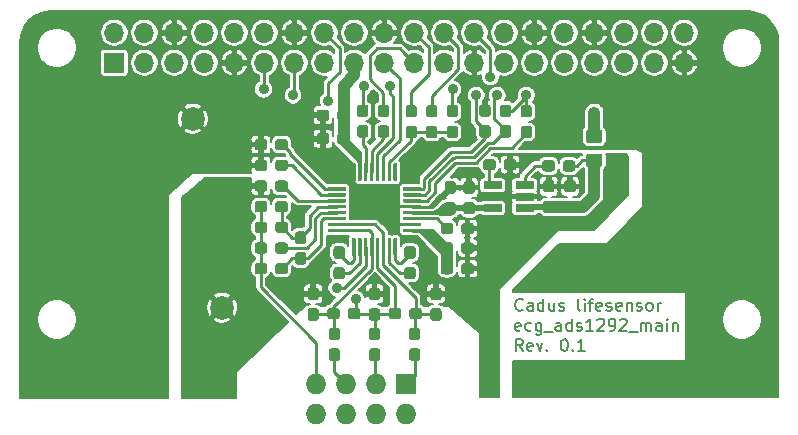
<source format=gtl>
G04 #@! TF.GenerationSoftware,KiCad,Pcbnew,(5.1.5-0)*
G04 #@! TF.CreationDate,2020-04-28T13:58:54+02:00*
G04 #@! TF.ProjectId,ecg_ads1292_main,6563675f-6164-4733-9132-39325f6d6169,rev?*
G04 #@! TF.SameCoordinates,Original*
G04 #@! TF.FileFunction,Copper,L1,Top*
G04 #@! TF.FilePolarity,Positive*
%FSLAX46Y46*%
G04 Gerber Fmt 4.6, Leading zero omitted, Abs format (unit mm)*
G04 Created by KiCad (PCBNEW (5.1.5-0)) date 2020-04-28 13:58:54*
%MOMM*%
%LPD*%
G04 APERTURE LIST*
%ADD10C,0.200000*%
%ADD11C,0.150000*%
%ADD12O,1.727200X1.727200*%
%ADD13R,1.727200X1.727200*%
%ADD14R,1.560000X0.650000*%
%ADD15C,2.000000*%
%ADD16R,1.700000X1.700000*%
%ADD17O,1.700000X1.700000*%
%ADD18C,0.900000*%
%ADD19C,1.000000*%
%ADD20C,0.250000*%
%ADD21C,0.500000*%
G04 APERTURE END LIST*
D10*
X242939523Y-119657142D02*
X242891904Y-119704761D01*
X242749047Y-119752380D01*
X242653809Y-119752380D01*
X242510952Y-119704761D01*
X242415714Y-119609523D01*
X242368095Y-119514285D01*
X242320476Y-119323809D01*
X242320476Y-119180952D01*
X242368095Y-118990476D01*
X242415714Y-118895238D01*
X242510952Y-118800000D01*
X242653809Y-118752380D01*
X242749047Y-118752380D01*
X242891904Y-118800000D01*
X242939523Y-118847619D01*
X243796666Y-119752380D02*
X243796666Y-119228571D01*
X243749047Y-119133333D01*
X243653809Y-119085714D01*
X243463333Y-119085714D01*
X243368095Y-119133333D01*
X243796666Y-119704761D02*
X243701428Y-119752380D01*
X243463333Y-119752380D01*
X243368095Y-119704761D01*
X243320476Y-119609523D01*
X243320476Y-119514285D01*
X243368095Y-119419047D01*
X243463333Y-119371428D01*
X243701428Y-119371428D01*
X243796666Y-119323809D01*
X244701428Y-119752380D02*
X244701428Y-118752380D01*
X244701428Y-119704761D02*
X244606190Y-119752380D01*
X244415714Y-119752380D01*
X244320476Y-119704761D01*
X244272857Y-119657142D01*
X244225238Y-119561904D01*
X244225238Y-119276190D01*
X244272857Y-119180952D01*
X244320476Y-119133333D01*
X244415714Y-119085714D01*
X244606190Y-119085714D01*
X244701428Y-119133333D01*
X245606190Y-119085714D02*
X245606190Y-119752380D01*
X245177619Y-119085714D02*
X245177619Y-119609523D01*
X245225238Y-119704761D01*
X245320476Y-119752380D01*
X245463333Y-119752380D01*
X245558571Y-119704761D01*
X245606190Y-119657142D01*
X246034761Y-119704761D02*
X246130000Y-119752380D01*
X246320476Y-119752380D01*
X246415714Y-119704761D01*
X246463333Y-119609523D01*
X246463333Y-119561904D01*
X246415714Y-119466666D01*
X246320476Y-119419047D01*
X246177619Y-119419047D01*
X246082380Y-119371428D01*
X246034761Y-119276190D01*
X246034761Y-119228571D01*
X246082380Y-119133333D01*
X246177619Y-119085714D01*
X246320476Y-119085714D01*
X246415714Y-119133333D01*
X247796666Y-119752380D02*
X247701428Y-119704761D01*
X247653809Y-119609523D01*
X247653809Y-118752380D01*
X248177619Y-119752380D02*
X248177619Y-119085714D01*
X248177619Y-118752380D02*
X248130000Y-118800000D01*
X248177619Y-118847619D01*
X248225238Y-118800000D01*
X248177619Y-118752380D01*
X248177619Y-118847619D01*
X248510952Y-119085714D02*
X248891904Y-119085714D01*
X248653809Y-119752380D02*
X248653809Y-118895238D01*
X248701428Y-118800000D01*
X248796666Y-118752380D01*
X248891904Y-118752380D01*
X249606190Y-119704761D02*
X249510952Y-119752380D01*
X249320476Y-119752380D01*
X249225238Y-119704761D01*
X249177619Y-119609523D01*
X249177619Y-119228571D01*
X249225238Y-119133333D01*
X249320476Y-119085714D01*
X249510952Y-119085714D01*
X249606190Y-119133333D01*
X249653809Y-119228571D01*
X249653809Y-119323809D01*
X249177619Y-119419047D01*
X250034761Y-119704761D02*
X250130000Y-119752380D01*
X250320476Y-119752380D01*
X250415714Y-119704761D01*
X250463333Y-119609523D01*
X250463333Y-119561904D01*
X250415714Y-119466666D01*
X250320476Y-119419047D01*
X250177619Y-119419047D01*
X250082380Y-119371428D01*
X250034761Y-119276190D01*
X250034761Y-119228571D01*
X250082380Y-119133333D01*
X250177619Y-119085714D01*
X250320476Y-119085714D01*
X250415714Y-119133333D01*
X251272857Y-119704761D02*
X251177619Y-119752380D01*
X250987142Y-119752380D01*
X250891904Y-119704761D01*
X250844285Y-119609523D01*
X250844285Y-119228571D01*
X250891904Y-119133333D01*
X250987142Y-119085714D01*
X251177619Y-119085714D01*
X251272857Y-119133333D01*
X251320476Y-119228571D01*
X251320476Y-119323809D01*
X250844285Y-119419047D01*
X251749047Y-119085714D02*
X251749047Y-119752380D01*
X251749047Y-119180952D02*
X251796666Y-119133333D01*
X251891904Y-119085714D01*
X252034761Y-119085714D01*
X252130000Y-119133333D01*
X252177619Y-119228571D01*
X252177619Y-119752380D01*
X252606190Y-119704761D02*
X252701428Y-119752380D01*
X252891904Y-119752380D01*
X252987142Y-119704761D01*
X253034761Y-119609523D01*
X253034761Y-119561904D01*
X252987142Y-119466666D01*
X252891904Y-119419047D01*
X252749047Y-119419047D01*
X252653809Y-119371428D01*
X252606190Y-119276190D01*
X252606190Y-119228571D01*
X252653809Y-119133333D01*
X252749047Y-119085714D01*
X252891904Y-119085714D01*
X252987142Y-119133333D01*
X253606190Y-119752380D02*
X253510952Y-119704761D01*
X253463333Y-119657142D01*
X253415714Y-119561904D01*
X253415714Y-119276190D01*
X253463333Y-119180952D01*
X253510952Y-119133333D01*
X253606190Y-119085714D01*
X253749047Y-119085714D01*
X253844285Y-119133333D01*
X253891904Y-119180952D01*
X253939523Y-119276190D01*
X253939523Y-119561904D01*
X253891904Y-119657142D01*
X253844285Y-119704761D01*
X253749047Y-119752380D01*
X253606190Y-119752380D01*
X254368095Y-119752380D02*
X254368095Y-119085714D01*
X254368095Y-119276190D02*
X254415714Y-119180952D01*
X254463333Y-119133333D01*
X254558571Y-119085714D01*
X254653809Y-119085714D01*
X242749047Y-121404761D02*
X242653809Y-121452380D01*
X242463333Y-121452380D01*
X242368095Y-121404761D01*
X242320476Y-121309523D01*
X242320476Y-120928571D01*
X242368095Y-120833333D01*
X242463333Y-120785714D01*
X242653809Y-120785714D01*
X242749047Y-120833333D01*
X242796666Y-120928571D01*
X242796666Y-121023809D01*
X242320476Y-121119047D01*
X243653809Y-121404761D02*
X243558571Y-121452380D01*
X243368095Y-121452380D01*
X243272857Y-121404761D01*
X243225238Y-121357142D01*
X243177619Y-121261904D01*
X243177619Y-120976190D01*
X243225238Y-120880952D01*
X243272857Y-120833333D01*
X243368095Y-120785714D01*
X243558571Y-120785714D01*
X243653809Y-120833333D01*
X244510952Y-120785714D02*
X244510952Y-121595238D01*
X244463333Y-121690476D01*
X244415714Y-121738095D01*
X244320476Y-121785714D01*
X244177619Y-121785714D01*
X244082380Y-121738095D01*
X244510952Y-121404761D02*
X244415714Y-121452380D01*
X244225238Y-121452380D01*
X244130000Y-121404761D01*
X244082380Y-121357142D01*
X244034761Y-121261904D01*
X244034761Y-120976190D01*
X244082380Y-120880952D01*
X244130000Y-120833333D01*
X244225238Y-120785714D01*
X244415714Y-120785714D01*
X244510952Y-120833333D01*
X244749047Y-121547619D02*
X245510952Y-121547619D01*
X246177619Y-121452380D02*
X246177619Y-120928571D01*
X246130000Y-120833333D01*
X246034761Y-120785714D01*
X245844285Y-120785714D01*
X245749047Y-120833333D01*
X246177619Y-121404761D02*
X246082380Y-121452380D01*
X245844285Y-121452380D01*
X245749047Y-121404761D01*
X245701428Y-121309523D01*
X245701428Y-121214285D01*
X245749047Y-121119047D01*
X245844285Y-121071428D01*
X246082380Y-121071428D01*
X246177619Y-121023809D01*
X247082380Y-121452380D02*
X247082380Y-120452380D01*
X247082380Y-121404761D02*
X246987142Y-121452380D01*
X246796666Y-121452380D01*
X246701428Y-121404761D01*
X246653809Y-121357142D01*
X246606190Y-121261904D01*
X246606190Y-120976190D01*
X246653809Y-120880952D01*
X246701428Y-120833333D01*
X246796666Y-120785714D01*
X246987142Y-120785714D01*
X247082380Y-120833333D01*
X247510952Y-121404761D02*
X247606190Y-121452380D01*
X247796666Y-121452380D01*
X247891904Y-121404761D01*
X247939523Y-121309523D01*
X247939523Y-121261904D01*
X247891904Y-121166666D01*
X247796666Y-121119047D01*
X247653809Y-121119047D01*
X247558571Y-121071428D01*
X247510952Y-120976190D01*
X247510952Y-120928571D01*
X247558571Y-120833333D01*
X247653809Y-120785714D01*
X247796666Y-120785714D01*
X247891904Y-120833333D01*
X248891904Y-121452380D02*
X248320476Y-121452380D01*
X248606190Y-121452380D02*
X248606190Y-120452380D01*
X248510952Y-120595238D01*
X248415714Y-120690476D01*
X248320476Y-120738095D01*
X249272857Y-120547619D02*
X249320476Y-120500000D01*
X249415714Y-120452380D01*
X249653809Y-120452380D01*
X249749047Y-120500000D01*
X249796666Y-120547619D01*
X249844285Y-120642857D01*
X249844285Y-120738095D01*
X249796666Y-120880952D01*
X249225238Y-121452380D01*
X249844285Y-121452380D01*
X250320476Y-121452380D02*
X250510952Y-121452380D01*
X250606190Y-121404761D01*
X250653809Y-121357142D01*
X250749047Y-121214285D01*
X250796666Y-121023809D01*
X250796666Y-120642857D01*
X250749047Y-120547619D01*
X250701428Y-120500000D01*
X250606190Y-120452380D01*
X250415714Y-120452380D01*
X250320476Y-120500000D01*
X250272857Y-120547619D01*
X250225238Y-120642857D01*
X250225238Y-120880952D01*
X250272857Y-120976190D01*
X250320476Y-121023809D01*
X250415714Y-121071428D01*
X250606190Y-121071428D01*
X250701428Y-121023809D01*
X250749047Y-120976190D01*
X250796666Y-120880952D01*
X251177619Y-120547619D02*
X251225238Y-120500000D01*
X251320476Y-120452380D01*
X251558571Y-120452380D01*
X251653809Y-120500000D01*
X251701428Y-120547619D01*
X251749047Y-120642857D01*
X251749047Y-120738095D01*
X251701428Y-120880952D01*
X251130000Y-121452380D01*
X251749047Y-121452380D01*
X251939523Y-121547619D02*
X252701428Y-121547619D01*
X252939523Y-121452380D02*
X252939523Y-120785714D01*
X252939523Y-120880952D02*
X252987142Y-120833333D01*
X253082380Y-120785714D01*
X253225238Y-120785714D01*
X253320476Y-120833333D01*
X253368095Y-120928571D01*
X253368095Y-121452380D01*
X253368095Y-120928571D02*
X253415714Y-120833333D01*
X253510952Y-120785714D01*
X253653809Y-120785714D01*
X253749047Y-120833333D01*
X253796666Y-120928571D01*
X253796666Y-121452380D01*
X254701428Y-121452380D02*
X254701428Y-120928571D01*
X254653809Y-120833333D01*
X254558571Y-120785714D01*
X254368095Y-120785714D01*
X254272857Y-120833333D01*
X254701428Y-121404761D02*
X254606190Y-121452380D01*
X254368095Y-121452380D01*
X254272857Y-121404761D01*
X254225238Y-121309523D01*
X254225238Y-121214285D01*
X254272857Y-121119047D01*
X254368095Y-121071428D01*
X254606190Y-121071428D01*
X254701428Y-121023809D01*
X255177619Y-121452380D02*
X255177619Y-120785714D01*
X255177619Y-120452380D02*
X255130000Y-120500000D01*
X255177619Y-120547619D01*
X255225238Y-120500000D01*
X255177619Y-120452380D01*
X255177619Y-120547619D01*
X255653809Y-120785714D02*
X255653809Y-121452380D01*
X255653809Y-120880952D02*
X255701428Y-120833333D01*
X255796666Y-120785714D01*
X255939523Y-120785714D01*
X256034761Y-120833333D01*
X256082380Y-120928571D01*
X256082380Y-121452380D01*
X242939523Y-123152380D02*
X242606190Y-122676190D01*
X242368095Y-123152380D02*
X242368095Y-122152380D01*
X242749047Y-122152380D01*
X242844285Y-122200000D01*
X242891904Y-122247619D01*
X242939523Y-122342857D01*
X242939523Y-122485714D01*
X242891904Y-122580952D01*
X242844285Y-122628571D01*
X242749047Y-122676190D01*
X242368095Y-122676190D01*
X243749047Y-123104761D02*
X243653809Y-123152380D01*
X243463333Y-123152380D01*
X243368095Y-123104761D01*
X243320476Y-123009523D01*
X243320476Y-122628571D01*
X243368095Y-122533333D01*
X243463333Y-122485714D01*
X243653809Y-122485714D01*
X243749047Y-122533333D01*
X243796666Y-122628571D01*
X243796666Y-122723809D01*
X243320476Y-122819047D01*
X244130000Y-122485714D02*
X244368095Y-123152380D01*
X244606190Y-122485714D01*
X244987142Y-123057142D02*
X245034761Y-123104761D01*
X244987142Y-123152380D01*
X244939523Y-123104761D01*
X244987142Y-123057142D01*
X244987142Y-123152380D01*
X246415714Y-122152380D02*
X246510952Y-122152380D01*
X246606190Y-122200000D01*
X246653809Y-122247619D01*
X246701428Y-122342857D01*
X246749047Y-122533333D01*
X246749047Y-122771428D01*
X246701428Y-122961904D01*
X246653809Y-123057142D01*
X246606190Y-123104761D01*
X246510952Y-123152380D01*
X246415714Y-123152380D01*
X246320476Y-123104761D01*
X246272857Y-123057142D01*
X246225238Y-122961904D01*
X246177619Y-122771428D01*
X246177619Y-122533333D01*
X246225238Y-122342857D01*
X246272857Y-122247619D01*
X246320476Y-122200000D01*
X246415714Y-122152380D01*
X247177619Y-123057142D02*
X247225238Y-123104761D01*
X247177619Y-123152380D01*
X247130000Y-123104761D01*
X247177619Y-123057142D01*
X247177619Y-123152380D01*
X248177619Y-123152380D02*
X247606190Y-123152380D01*
X247891904Y-123152380D02*
X247891904Y-122152380D01*
X247796666Y-122295238D01*
X247701428Y-122390476D01*
X247606190Y-122438095D01*
G04 #@! TA.AperFunction,SMDPad,CuDef*
D11*
G36*
X237260779Y-102351144D02*
G01*
X237283834Y-102354563D01*
X237306443Y-102360227D01*
X237328387Y-102368079D01*
X237349457Y-102378044D01*
X237369448Y-102390026D01*
X237388168Y-102403910D01*
X237405438Y-102419562D01*
X237421090Y-102436832D01*
X237434974Y-102455552D01*
X237446956Y-102475543D01*
X237456921Y-102496613D01*
X237464773Y-102518557D01*
X237470437Y-102541166D01*
X237473856Y-102564221D01*
X237475000Y-102587500D01*
X237475000Y-103162500D01*
X237473856Y-103185779D01*
X237470437Y-103208834D01*
X237464773Y-103231443D01*
X237456921Y-103253387D01*
X237446956Y-103274457D01*
X237434974Y-103294448D01*
X237421090Y-103313168D01*
X237405438Y-103330438D01*
X237388168Y-103346090D01*
X237369448Y-103359974D01*
X237349457Y-103371956D01*
X237328387Y-103381921D01*
X237306443Y-103389773D01*
X237283834Y-103395437D01*
X237260779Y-103398856D01*
X237237500Y-103400000D01*
X236762500Y-103400000D01*
X236739221Y-103398856D01*
X236716166Y-103395437D01*
X236693557Y-103389773D01*
X236671613Y-103381921D01*
X236650543Y-103371956D01*
X236630552Y-103359974D01*
X236611832Y-103346090D01*
X236594562Y-103330438D01*
X236578910Y-103313168D01*
X236565026Y-103294448D01*
X236553044Y-103274457D01*
X236543079Y-103253387D01*
X236535227Y-103231443D01*
X236529563Y-103208834D01*
X236526144Y-103185779D01*
X236525000Y-103162500D01*
X236525000Y-102587500D01*
X236526144Y-102564221D01*
X236529563Y-102541166D01*
X236535227Y-102518557D01*
X236543079Y-102496613D01*
X236553044Y-102475543D01*
X236565026Y-102455552D01*
X236578910Y-102436832D01*
X236594562Y-102419562D01*
X236611832Y-102403910D01*
X236630552Y-102390026D01*
X236650543Y-102378044D01*
X236671613Y-102368079D01*
X236693557Y-102360227D01*
X236716166Y-102354563D01*
X236739221Y-102351144D01*
X236762500Y-102350000D01*
X237237500Y-102350000D01*
X237260779Y-102351144D01*
G37*
G04 #@! TD.AperFunction*
G04 #@! TA.AperFunction,SMDPad,CuDef*
G36*
X237260779Y-104101144D02*
G01*
X237283834Y-104104563D01*
X237306443Y-104110227D01*
X237328387Y-104118079D01*
X237349457Y-104128044D01*
X237369448Y-104140026D01*
X237388168Y-104153910D01*
X237405438Y-104169562D01*
X237421090Y-104186832D01*
X237434974Y-104205552D01*
X237446956Y-104225543D01*
X237456921Y-104246613D01*
X237464773Y-104268557D01*
X237470437Y-104291166D01*
X237473856Y-104314221D01*
X237475000Y-104337500D01*
X237475000Y-104912500D01*
X237473856Y-104935779D01*
X237470437Y-104958834D01*
X237464773Y-104981443D01*
X237456921Y-105003387D01*
X237446956Y-105024457D01*
X237434974Y-105044448D01*
X237421090Y-105063168D01*
X237405438Y-105080438D01*
X237388168Y-105096090D01*
X237369448Y-105109974D01*
X237349457Y-105121956D01*
X237328387Y-105131921D01*
X237306443Y-105139773D01*
X237283834Y-105145437D01*
X237260779Y-105148856D01*
X237237500Y-105150000D01*
X236762500Y-105150000D01*
X236739221Y-105148856D01*
X236716166Y-105145437D01*
X236693557Y-105139773D01*
X236671613Y-105131921D01*
X236650543Y-105121956D01*
X236630552Y-105109974D01*
X236611832Y-105096090D01*
X236594562Y-105080438D01*
X236578910Y-105063168D01*
X236565026Y-105044448D01*
X236553044Y-105024457D01*
X236543079Y-105003387D01*
X236535227Y-104981443D01*
X236529563Y-104958834D01*
X236526144Y-104935779D01*
X236525000Y-104912500D01*
X236525000Y-104337500D01*
X236526144Y-104314221D01*
X236529563Y-104291166D01*
X236535227Y-104268557D01*
X236543079Y-104246613D01*
X236553044Y-104225543D01*
X236565026Y-104205552D01*
X236578910Y-104186832D01*
X236594562Y-104169562D01*
X236611832Y-104153910D01*
X236630552Y-104140026D01*
X236650543Y-104128044D01*
X236671613Y-104118079D01*
X236693557Y-104110227D01*
X236716166Y-104104563D01*
X236739221Y-104101144D01*
X236762500Y-104100000D01*
X237237500Y-104100000D01*
X237260779Y-104101144D01*
G37*
G04 #@! TD.AperFunction*
G04 #@! TA.AperFunction,SMDPad,CuDef*
G36*
X235510779Y-102351144D02*
G01*
X235533834Y-102354563D01*
X235556443Y-102360227D01*
X235578387Y-102368079D01*
X235599457Y-102378044D01*
X235619448Y-102390026D01*
X235638168Y-102403910D01*
X235655438Y-102419562D01*
X235671090Y-102436832D01*
X235684974Y-102455552D01*
X235696956Y-102475543D01*
X235706921Y-102496613D01*
X235714773Y-102518557D01*
X235720437Y-102541166D01*
X235723856Y-102564221D01*
X235725000Y-102587500D01*
X235725000Y-103162500D01*
X235723856Y-103185779D01*
X235720437Y-103208834D01*
X235714773Y-103231443D01*
X235706921Y-103253387D01*
X235696956Y-103274457D01*
X235684974Y-103294448D01*
X235671090Y-103313168D01*
X235655438Y-103330438D01*
X235638168Y-103346090D01*
X235619448Y-103359974D01*
X235599457Y-103371956D01*
X235578387Y-103381921D01*
X235556443Y-103389773D01*
X235533834Y-103395437D01*
X235510779Y-103398856D01*
X235487500Y-103400000D01*
X235012500Y-103400000D01*
X234989221Y-103398856D01*
X234966166Y-103395437D01*
X234943557Y-103389773D01*
X234921613Y-103381921D01*
X234900543Y-103371956D01*
X234880552Y-103359974D01*
X234861832Y-103346090D01*
X234844562Y-103330438D01*
X234828910Y-103313168D01*
X234815026Y-103294448D01*
X234803044Y-103274457D01*
X234793079Y-103253387D01*
X234785227Y-103231443D01*
X234779563Y-103208834D01*
X234776144Y-103185779D01*
X234775000Y-103162500D01*
X234775000Y-102587500D01*
X234776144Y-102564221D01*
X234779563Y-102541166D01*
X234785227Y-102518557D01*
X234793079Y-102496613D01*
X234803044Y-102475543D01*
X234815026Y-102455552D01*
X234828910Y-102436832D01*
X234844562Y-102419562D01*
X234861832Y-102403910D01*
X234880552Y-102390026D01*
X234900543Y-102378044D01*
X234921613Y-102368079D01*
X234943557Y-102360227D01*
X234966166Y-102354563D01*
X234989221Y-102351144D01*
X235012500Y-102350000D01*
X235487500Y-102350000D01*
X235510779Y-102351144D01*
G37*
G04 #@! TD.AperFunction*
G04 #@! TA.AperFunction,SMDPad,CuDef*
G36*
X235510779Y-104101144D02*
G01*
X235533834Y-104104563D01*
X235556443Y-104110227D01*
X235578387Y-104118079D01*
X235599457Y-104128044D01*
X235619448Y-104140026D01*
X235638168Y-104153910D01*
X235655438Y-104169562D01*
X235671090Y-104186832D01*
X235684974Y-104205552D01*
X235696956Y-104225543D01*
X235706921Y-104246613D01*
X235714773Y-104268557D01*
X235720437Y-104291166D01*
X235723856Y-104314221D01*
X235725000Y-104337500D01*
X235725000Y-104912500D01*
X235723856Y-104935779D01*
X235720437Y-104958834D01*
X235714773Y-104981443D01*
X235706921Y-105003387D01*
X235696956Y-105024457D01*
X235684974Y-105044448D01*
X235671090Y-105063168D01*
X235655438Y-105080438D01*
X235638168Y-105096090D01*
X235619448Y-105109974D01*
X235599457Y-105121956D01*
X235578387Y-105131921D01*
X235556443Y-105139773D01*
X235533834Y-105145437D01*
X235510779Y-105148856D01*
X235487500Y-105150000D01*
X235012500Y-105150000D01*
X234989221Y-105148856D01*
X234966166Y-105145437D01*
X234943557Y-105139773D01*
X234921613Y-105131921D01*
X234900543Y-105121956D01*
X234880552Y-105109974D01*
X234861832Y-105096090D01*
X234844562Y-105080438D01*
X234828910Y-105063168D01*
X234815026Y-105044448D01*
X234803044Y-105024457D01*
X234793079Y-105003387D01*
X234785227Y-104981443D01*
X234779563Y-104958834D01*
X234776144Y-104935779D01*
X234775000Y-104912500D01*
X234775000Y-104337500D01*
X234776144Y-104314221D01*
X234779563Y-104291166D01*
X234785227Y-104268557D01*
X234793079Y-104246613D01*
X234803044Y-104225543D01*
X234815026Y-104205552D01*
X234828910Y-104186832D01*
X234844562Y-104169562D01*
X234861832Y-104153910D01*
X234880552Y-104140026D01*
X234900543Y-104128044D01*
X234921613Y-104118079D01*
X234943557Y-104110227D01*
X234966166Y-104104563D01*
X234989221Y-104101144D01*
X235012500Y-104100000D01*
X235487500Y-104100000D01*
X235510779Y-104101144D01*
G37*
G04 #@! TD.AperFunction*
G04 #@! TA.AperFunction,SMDPad,CuDef*
G36*
X233760779Y-102351144D02*
G01*
X233783834Y-102354563D01*
X233806443Y-102360227D01*
X233828387Y-102368079D01*
X233849457Y-102378044D01*
X233869448Y-102390026D01*
X233888168Y-102403910D01*
X233905438Y-102419562D01*
X233921090Y-102436832D01*
X233934974Y-102455552D01*
X233946956Y-102475543D01*
X233956921Y-102496613D01*
X233964773Y-102518557D01*
X233970437Y-102541166D01*
X233973856Y-102564221D01*
X233975000Y-102587500D01*
X233975000Y-103162500D01*
X233973856Y-103185779D01*
X233970437Y-103208834D01*
X233964773Y-103231443D01*
X233956921Y-103253387D01*
X233946956Y-103274457D01*
X233934974Y-103294448D01*
X233921090Y-103313168D01*
X233905438Y-103330438D01*
X233888168Y-103346090D01*
X233869448Y-103359974D01*
X233849457Y-103371956D01*
X233828387Y-103381921D01*
X233806443Y-103389773D01*
X233783834Y-103395437D01*
X233760779Y-103398856D01*
X233737500Y-103400000D01*
X233262500Y-103400000D01*
X233239221Y-103398856D01*
X233216166Y-103395437D01*
X233193557Y-103389773D01*
X233171613Y-103381921D01*
X233150543Y-103371956D01*
X233130552Y-103359974D01*
X233111832Y-103346090D01*
X233094562Y-103330438D01*
X233078910Y-103313168D01*
X233065026Y-103294448D01*
X233053044Y-103274457D01*
X233043079Y-103253387D01*
X233035227Y-103231443D01*
X233029563Y-103208834D01*
X233026144Y-103185779D01*
X233025000Y-103162500D01*
X233025000Y-102587500D01*
X233026144Y-102564221D01*
X233029563Y-102541166D01*
X233035227Y-102518557D01*
X233043079Y-102496613D01*
X233053044Y-102475543D01*
X233065026Y-102455552D01*
X233078910Y-102436832D01*
X233094562Y-102419562D01*
X233111832Y-102403910D01*
X233130552Y-102390026D01*
X233150543Y-102378044D01*
X233171613Y-102368079D01*
X233193557Y-102360227D01*
X233216166Y-102354563D01*
X233239221Y-102351144D01*
X233262500Y-102350000D01*
X233737500Y-102350000D01*
X233760779Y-102351144D01*
G37*
G04 #@! TD.AperFunction*
G04 #@! TA.AperFunction,SMDPad,CuDef*
G36*
X233760779Y-104101144D02*
G01*
X233783834Y-104104563D01*
X233806443Y-104110227D01*
X233828387Y-104118079D01*
X233849457Y-104128044D01*
X233869448Y-104140026D01*
X233888168Y-104153910D01*
X233905438Y-104169562D01*
X233921090Y-104186832D01*
X233934974Y-104205552D01*
X233946956Y-104225543D01*
X233956921Y-104246613D01*
X233964773Y-104268557D01*
X233970437Y-104291166D01*
X233973856Y-104314221D01*
X233975000Y-104337500D01*
X233975000Y-104912500D01*
X233973856Y-104935779D01*
X233970437Y-104958834D01*
X233964773Y-104981443D01*
X233956921Y-105003387D01*
X233946956Y-105024457D01*
X233934974Y-105044448D01*
X233921090Y-105063168D01*
X233905438Y-105080438D01*
X233888168Y-105096090D01*
X233869448Y-105109974D01*
X233849457Y-105121956D01*
X233828387Y-105131921D01*
X233806443Y-105139773D01*
X233783834Y-105145437D01*
X233760779Y-105148856D01*
X233737500Y-105150000D01*
X233262500Y-105150000D01*
X233239221Y-105148856D01*
X233216166Y-105145437D01*
X233193557Y-105139773D01*
X233171613Y-105131921D01*
X233150543Y-105121956D01*
X233130552Y-105109974D01*
X233111832Y-105096090D01*
X233094562Y-105080438D01*
X233078910Y-105063168D01*
X233065026Y-105044448D01*
X233053044Y-105024457D01*
X233043079Y-105003387D01*
X233035227Y-104981443D01*
X233029563Y-104958834D01*
X233026144Y-104935779D01*
X233025000Y-104912500D01*
X233025000Y-104337500D01*
X233026144Y-104314221D01*
X233029563Y-104291166D01*
X233035227Y-104268557D01*
X233043079Y-104246613D01*
X233053044Y-104225543D01*
X233065026Y-104205552D01*
X233078910Y-104186832D01*
X233094562Y-104169562D01*
X233111832Y-104153910D01*
X233130552Y-104140026D01*
X233150543Y-104128044D01*
X233171613Y-104118079D01*
X233193557Y-104110227D01*
X233216166Y-104104563D01*
X233239221Y-104101144D01*
X233262500Y-104100000D01*
X233737500Y-104100000D01*
X233760779Y-104101144D01*
G37*
G04 #@! TD.AperFunction*
G04 #@! TA.AperFunction,SMDPad,CuDef*
G36*
X247185779Y-107026144D02*
G01*
X247208834Y-107029563D01*
X247231443Y-107035227D01*
X247253387Y-107043079D01*
X247274457Y-107053044D01*
X247294448Y-107065026D01*
X247313168Y-107078910D01*
X247330438Y-107094562D01*
X247346090Y-107111832D01*
X247359974Y-107130552D01*
X247371956Y-107150543D01*
X247381921Y-107171613D01*
X247389773Y-107193557D01*
X247395437Y-107216166D01*
X247398856Y-107239221D01*
X247400000Y-107262500D01*
X247400000Y-107737500D01*
X247398856Y-107760779D01*
X247395437Y-107783834D01*
X247389773Y-107806443D01*
X247381921Y-107828387D01*
X247371956Y-107849457D01*
X247359974Y-107869448D01*
X247346090Y-107888168D01*
X247330438Y-107905438D01*
X247313168Y-107921090D01*
X247294448Y-107934974D01*
X247274457Y-107946956D01*
X247253387Y-107956921D01*
X247231443Y-107964773D01*
X247208834Y-107970437D01*
X247185779Y-107973856D01*
X247162500Y-107975000D01*
X246587500Y-107975000D01*
X246564221Y-107973856D01*
X246541166Y-107970437D01*
X246518557Y-107964773D01*
X246496613Y-107956921D01*
X246475543Y-107946956D01*
X246455552Y-107934974D01*
X246436832Y-107921090D01*
X246419562Y-107905438D01*
X246403910Y-107888168D01*
X246390026Y-107869448D01*
X246378044Y-107849457D01*
X246368079Y-107828387D01*
X246360227Y-107806443D01*
X246354563Y-107783834D01*
X246351144Y-107760779D01*
X246350000Y-107737500D01*
X246350000Y-107262500D01*
X246351144Y-107239221D01*
X246354563Y-107216166D01*
X246360227Y-107193557D01*
X246368079Y-107171613D01*
X246378044Y-107150543D01*
X246390026Y-107130552D01*
X246403910Y-107111832D01*
X246419562Y-107094562D01*
X246436832Y-107078910D01*
X246455552Y-107065026D01*
X246475543Y-107053044D01*
X246496613Y-107043079D01*
X246518557Y-107035227D01*
X246541166Y-107029563D01*
X246564221Y-107026144D01*
X246587500Y-107025000D01*
X247162500Y-107025000D01*
X247185779Y-107026144D01*
G37*
G04 #@! TD.AperFunction*
G04 #@! TA.AperFunction,SMDPad,CuDef*
G36*
X245435779Y-107026144D02*
G01*
X245458834Y-107029563D01*
X245481443Y-107035227D01*
X245503387Y-107043079D01*
X245524457Y-107053044D01*
X245544448Y-107065026D01*
X245563168Y-107078910D01*
X245580438Y-107094562D01*
X245596090Y-107111832D01*
X245609974Y-107130552D01*
X245621956Y-107150543D01*
X245631921Y-107171613D01*
X245639773Y-107193557D01*
X245645437Y-107216166D01*
X245648856Y-107239221D01*
X245650000Y-107262500D01*
X245650000Y-107737500D01*
X245648856Y-107760779D01*
X245645437Y-107783834D01*
X245639773Y-107806443D01*
X245631921Y-107828387D01*
X245621956Y-107849457D01*
X245609974Y-107869448D01*
X245596090Y-107888168D01*
X245580438Y-107905438D01*
X245563168Y-107921090D01*
X245544448Y-107934974D01*
X245524457Y-107946956D01*
X245503387Y-107956921D01*
X245481443Y-107964773D01*
X245458834Y-107970437D01*
X245435779Y-107973856D01*
X245412500Y-107975000D01*
X244837500Y-107975000D01*
X244814221Y-107973856D01*
X244791166Y-107970437D01*
X244768557Y-107964773D01*
X244746613Y-107956921D01*
X244725543Y-107946956D01*
X244705552Y-107934974D01*
X244686832Y-107921090D01*
X244669562Y-107905438D01*
X244653910Y-107888168D01*
X244640026Y-107869448D01*
X244628044Y-107849457D01*
X244618079Y-107828387D01*
X244610227Y-107806443D01*
X244604563Y-107783834D01*
X244601144Y-107760779D01*
X244600000Y-107737500D01*
X244600000Y-107262500D01*
X244601144Y-107239221D01*
X244604563Y-107216166D01*
X244610227Y-107193557D01*
X244618079Y-107171613D01*
X244628044Y-107150543D01*
X244640026Y-107130552D01*
X244653910Y-107111832D01*
X244669562Y-107094562D01*
X244686832Y-107078910D01*
X244705552Y-107065026D01*
X244725543Y-107053044D01*
X244746613Y-107043079D01*
X244768557Y-107035227D01*
X244791166Y-107029563D01*
X244814221Y-107026144D01*
X244837500Y-107025000D01*
X245412500Y-107025000D01*
X245435779Y-107026144D01*
G37*
G04 #@! TD.AperFunction*
G04 #@! TA.AperFunction,SMDPad,CuDef*
G36*
X243510779Y-104101144D02*
G01*
X243533834Y-104104563D01*
X243556443Y-104110227D01*
X243578387Y-104118079D01*
X243599457Y-104128044D01*
X243619448Y-104140026D01*
X243638168Y-104153910D01*
X243655438Y-104169562D01*
X243671090Y-104186832D01*
X243684974Y-104205552D01*
X243696956Y-104225543D01*
X243706921Y-104246613D01*
X243714773Y-104268557D01*
X243720437Y-104291166D01*
X243723856Y-104314221D01*
X243725000Y-104337500D01*
X243725000Y-104912500D01*
X243723856Y-104935779D01*
X243720437Y-104958834D01*
X243714773Y-104981443D01*
X243706921Y-105003387D01*
X243696956Y-105024457D01*
X243684974Y-105044448D01*
X243671090Y-105063168D01*
X243655438Y-105080438D01*
X243638168Y-105096090D01*
X243619448Y-105109974D01*
X243599457Y-105121956D01*
X243578387Y-105131921D01*
X243556443Y-105139773D01*
X243533834Y-105145437D01*
X243510779Y-105148856D01*
X243487500Y-105150000D01*
X243012500Y-105150000D01*
X242989221Y-105148856D01*
X242966166Y-105145437D01*
X242943557Y-105139773D01*
X242921613Y-105131921D01*
X242900543Y-105121956D01*
X242880552Y-105109974D01*
X242861832Y-105096090D01*
X242844562Y-105080438D01*
X242828910Y-105063168D01*
X242815026Y-105044448D01*
X242803044Y-105024457D01*
X242793079Y-105003387D01*
X242785227Y-104981443D01*
X242779563Y-104958834D01*
X242776144Y-104935779D01*
X242775000Y-104912500D01*
X242775000Y-104337500D01*
X242776144Y-104314221D01*
X242779563Y-104291166D01*
X242785227Y-104268557D01*
X242793079Y-104246613D01*
X242803044Y-104225543D01*
X242815026Y-104205552D01*
X242828910Y-104186832D01*
X242844562Y-104169562D01*
X242861832Y-104153910D01*
X242880552Y-104140026D01*
X242900543Y-104128044D01*
X242921613Y-104118079D01*
X242943557Y-104110227D01*
X242966166Y-104104563D01*
X242989221Y-104101144D01*
X243012500Y-104100000D01*
X243487500Y-104100000D01*
X243510779Y-104101144D01*
G37*
G04 #@! TD.AperFunction*
G04 #@! TA.AperFunction,SMDPad,CuDef*
G36*
X243510779Y-102351144D02*
G01*
X243533834Y-102354563D01*
X243556443Y-102360227D01*
X243578387Y-102368079D01*
X243599457Y-102378044D01*
X243619448Y-102390026D01*
X243638168Y-102403910D01*
X243655438Y-102419562D01*
X243671090Y-102436832D01*
X243684974Y-102455552D01*
X243696956Y-102475543D01*
X243706921Y-102496613D01*
X243714773Y-102518557D01*
X243720437Y-102541166D01*
X243723856Y-102564221D01*
X243725000Y-102587500D01*
X243725000Y-103162500D01*
X243723856Y-103185779D01*
X243720437Y-103208834D01*
X243714773Y-103231443D01*
X243706921Y-103253387D01*
X243696956Y-103274457D01*
X243684974Y-103294448D01*
X243671090Y-103313168D01*
X243655438Y-103330438D01*
X243638168Y-103346090D01*
X243619448Y-103359974D01*
X243599457Y-103371956D01*
X243578387Y-103381921D01*
X243556443Y-103389773D01*
X243533834Y-103395437D01*
X243510779Y-103398856D01*
X243487500Y-103400000D01*
X243012500Y-103400000D01*
X242989221Y-103398856D01*
X242966166Y-103395437D01*
X242943557Y-103389773D01*
X242921613Y-103381921D01*
X242900543Y-103371956D01*
X242880552Y-103359974D01*
X242861832Y-103346090D01*
X242844562Y-103330438D01*
X242828910Y-103313168D01*
X242815026Y-103294448D01*
X242803044Y-103274457D01*
X242793079Y-103253387D01*
X242785227Y-103231443D01*
X242779563Y-103208834D01*
X242776144Y-103185779D01*
X242775000Y-103162500D01*
X242775000Y-102587500D01*
X242776144Y-102564221D01*
X242779563Y-102541166D01*
X242785227Y-102518557D01*
X242793079Y-102496613D01*
X242803044Y-102475543D01*
X242815026Y-102455552D01*
X242828910Y-102436832D01*
X242844562Y-102419562D01*
X242861832Y-102403910D01*
X242880552Y-102390026D01*
X242900543Y-102378044D01*
X242921613Y-102368079D01*
X242943557Y-102360227D01*
X242966166Y-102354563D01*
X242989221Y-102351144D01*
X243012500Y-102350000D01*
X243487500Y-102350000D01*
X243510779Y-102351144D01*
G37*
G04 #@! TD.AperFunction*
G04 #@! TA.AperFunction,SMDPad,CuDef*
G36*
X241760779Y-102301144D02*
G01*
X241783834Y-102304563D01*
X241806443Y-102310227D01*
X241828387Y-102318079D01*
X241849457Y-102328044D01*
X241869448Y-102340026D01*
X241888168Y-102353910D01*
X241905438Y-102369562D01*
X241921090Y-102386832D01*
X241934974Y-102405552D01*
X241946956Y-102425543D01*
X241956921Y-102446613D01*
X241964773Y-102468557D01*
X241970437Y-102491166D01*
X241973856Y-102514221D01*
X241975000Y-102537500D01*
X241975000Y-103112500D01*
X241973856Y-103135779D01*
X241970437Y-103158834D01*
X241964773Y-103181443D01*
X241956921Y-103203387D01*
X241946956Y-103224457D01*
X241934974Y-103244448D01*
X241921090Y-103263168D01*
X241905438Y-103280438D01*
X241888168Y-103296090D01*
X241869448Y-103309974D01*
X241849457Y-103321956D01*
X241828387Y-103331921D01*
X241806443Y-103339773D01*
X241783834Y-103345437D01*
X241760779Y-103348856D01*
X241737500Y-103350000D01*
X241262500Y-103350000D01*
X241239221Y-103348856D01*
X241216166Y-103345437D01*
X241193557Y-103339773D01*
X241171613Y-103331921D01*
X241150543Y-103321956D01*
X241130552Y-103309974D01*
X241111832Y-103296090D01*
X241094562Y-103280438D01*
X241078910Y-103263168D01*
X241065026Y-103244448D01*
X241053044Y-103224457D01*
X241043079Y-103203387D01*
X241035227Y-103181443D01*
X241029563Y-103158834D01*
X241026144Y-103135779D01*
X241025000Y-103112500D01*
X241025000Y-102537500D01*
X241026144Y-102514221D01*
X241029563Y-102491166D01*
X241035227Y-102468557D01*
X241043079Y-102446613D01*
X241053044Y-102425543D01*
X241065026Y-102405552D01*
X241078910Y-102386832D01*
X241094562Y-102369562D01*
X241111832Y-102353910D01*
X241130552Y-102340026D01*
X241150543Y-102328044D01*
X241171613Y-102318079D01*
X241193557Y-102310227D01*
X241216166Y-102304563D01*
X241239221Y-102301144D01*
X241262500Y-102300000D01*
X241737500Y-102300000D01*
X241760779Y-102301144D01*
G37*
G04 #@! TD.AperFunction*
G04 #@! TA.AperFunction,SMDPad,CuDef*
G36*
X241760779Y-104051144D02*
G01*
X241783834Y-104054563D01*
X241806443Y-104060227D01*
X241828387Y-104068079D01*
X241849457Y-104078044D01*
X241869448Y-104090026D01*
X241888168Y-104103910D01*
X241905438Y-104119562D01*
X241921090Y-104136832D01*
X241934974Y-104155552D01*
X241946956Y-104175543D01*
X241956921Y-104196613D01*
X241964773Y-104218557D01*
X241970437Y-104241166D01*
X241973856Y-104264221D01*
X241975000Y-104287500D01*
X241975000Y-104862500D01*
X241973856Y-104885779D01*
X241970437Y-104908834D01*
X241964773Y-104931443D01*
X241956921Y-104953387D01*
X241946956Y-104974457D01*
X241934974Y-104994448D01*
X241921090Y-105013168D01*
X241905438Y-105030438D01*
X241888168Y-105046090D01*
X241869448Y-105059974D01*
X241849457Y-105071956D01*
X241828387Y-105081921D01*
X241806443Y-105089773D01*
X241783834Y-105095437D01*
X241760779Y-105098856D01*
X241737500Y-105100000D01*
X241262500Y-105100000D01*
X241239221Y-105098856D01*
X241216166Y-105095437D01*
X241193557Y-105089773D01*
X241171613Y-105081921D01*
X241150543Y-105071956D01*
X241130552Y-105059974D01*
X241111832Y-105046090D01*
X241094562Y-105030438D01*
X241078910Y-105013168D01*
X241065026Y-104994448D01*
X241053044Y-104974457D01*
X241043079Y-104953387D01*
X241035227Y-104931443D01*
X241029563Y-104908834D01*
X241026144Y-104885779D01*
X241025000Y-104862500D01*
X241025000Y-104287500D01*
X241026144Y-104264221D01*
X241029563Y-104241166D01*
X241035227Y-104218557D01*
X241043079Y-104196613D01*
X241053044Y-104175543D01*
X241065026Y-104155552D01*
X241078910Y-104136832D01*
X241094562Y-104119562D01*
X241111832Y-104103910D01*
X241130552Y-104090026D01*
X241150543Y-104078044D01*
X241171613Y-104068079D01*
X241193557Y-104060227D01*
X241216166Y-104054563D01*
X241239221Y-104051144D01*
X241262500Y-104050000D01*
X241737500Y-104050000D01*
X241760779Y-104051144D01*
G37*
G04 #@! TD.AperFunction*
G04 #@! TA.AperFunction,SMDPad,CuDef*
G36*
X240010779Y-104051144D02*
G01*
X240033834Y-104054563D01*
X240056443Y-104060227D01*
X240078387Y-104068079D01*
X240099457Y-104078044D01*
X240119448Y-104090026D01*
X240138168Y-104103910D01*
X240155438Y-104119562D01*
X240171090Y-104136832D01*
X240184974Y-104155552D01*
X240196956Y-104175543D01*
X240206921Y-104196613D01*
X240214773Y-104218557D01*
X240220437Y-104241166D01*
X240223856Y-104264221D01*
X240225000Y-104287500D01*
X240225000Y-104862500D01*
X240223856Y-104885779D01*
X240220437Y-104908834D01*
X240214773Y-104931443D01*
X240206921Y-104953387D01*
X240196956Y-104974457D01*
X240184974Y-104994448D01*
X240171090Y-105013168D01*
X240155438Y-105030438D01*
X240138168Y-105046090D01*
X240119448Y-105059974D01*
X240099457Y-105071956D01*
X240078387Y-105081921D01*
X240056443Y-105089773D01*
X240033834Y-105095437D01*
X240010779Y-105098856D01*
X239987500Y-105100000D01*
X239512500Y-105100000D01*
X239489221Y-105098856D01*
X239466166Y-105095437D01*
X239443557Y-105089773D01*
X239421613Y-105081921D01*
X239400543Y-105071956D01*
X239380552Y-105059974D01*
X239361832Y-105046090D01*
X239344562Y-105030438D01*
X239328910Y-105013168D01*
X239315026Y-104994448D01*
X239303044Y-104974457D01*
X239293079Y-104953387D01*
X239285227Y-104931443D01*
X239279563Y-104908834D01*
X239276144Y-104885779D01*
X239275000Y-104862500D01*
X239275000Y-104287500D01*
X239276144Y-104264221D01*
X239279563Y-104241166D01*
X239285227Y-104218557D01*
X239293079Y-104196613D01*
X239303044Y-104175543D01*
X239315026Y-104155552D01*
X239328910Y-104136832D01*
X239344562Y-104119562D01*
X239361832Y-104103910D01*
X239380552Y-104090026D01*
X239400543Y-104078044D01*
X239421613Y-104068079D01*
X239443557Y-104060227D01*
X239466166Y-104054563D01*
X239489221Y-104051144D01*
X239512500Y-104050000D01*
X239987500Y-104050000D01*
X240010779Y-104051144D01*
G37*
G04 #@! TD.AperFunction*
G04 #@! TA.AperFunction,SMDPad,CuDef*
G36*
X240010779Y-102301144D02*
G01*
X240033834Y-102304563D01*
X240056443Y-102310227D01*
X240078387Y-102318079D01*
X240099457Y-102328044D01*
X240119448Y-102340026D01*
X240138168Y-102353910D01*
X240155438Y-102369562D01*
X240171090Y-102386832D01*
X240184974Y-102405552D01*
X240196956Y-102425543D01*
X240206921Y-102446613D01*
X240214773Y-102468557D01*
X240220437Y-102491166D01*
X240223856Y-102514221D01*
X240225000Y-102537500D01*
X240225000Y-103112500D01*
X240223856Y-103135779D01*
X240220437Y-103158834D01*
X240214773Y-103181443D01*
X240206921Y-103203387D01*
X240196956Y-103224457D01*
X240184974Y-103244448D01*
X240171090Y-103263168D01*
X240155438Y-103280438D01*
X240138168Y-103296090D01*
X240119448Y-103309974D01*
X240099457Y-103321956D01*
X240078387Y-103331921D01*
X240056443Y-103339773D01*
X240033834Y-103345437D01*
X240010779Y-103348856D01*
X239987500Y-103350000D01*
X239512500Y-103350000D01*
X239489221Y-103348856D01*
X239466166Y-103345437D01*
X239443557Y-103339773D01*
X239421613Y-103331921D01*
X239400543Y-103321956D01*
X239380552Y-103309974D01*
X239361832Y-103296090D01*
X239344562Y-103280438D01*
X239328910Y-103263168D01*
X239315026Y-103244448D01*
X239303044Y-103224457D01*
X239293079Y-103203387D01*
X239285227Y-103181443D01*
X239279563Y-103158834D01*
X239276144Y-103135779D01*
X239275000Y-103112500D01*
X239275000Y-102537500D01*
X239276144Y-102514221D01*
X239279563Y-102491166D01*
X239285227Y-102468557D01*
X239293079Y-102446613D01*
X239303044Y-102425543D01*
X239315026Y-102405552D01*
X239328910Y-102386832D01*
X239344562Y-102369562D01*
X239361832Y-102353910D01*
X239380552Y-102340026D01*
X239400543Y-102328044D01*
X239421613Y-102318079D01*
X239443557Y-102310227D01*
X239466166Y-102304563D01*
X239489221Y-102301144D01*
X239512500Y-102300000D01*
X239987500Y-102300000D01*
X240010779Y-102301144D01*
G37*
G04 #@! TD.AperFunction*
D12*
X225480000Y-128540000D03*
X225480000Y-126000000D03*
X228020000Y-128540000D03*
X228020000Y-126000000D03*
X230560000Y-128540000D03*
X230560000Y-126000000D03*
X233100000Y-128540000D03*
D13*
X233100000Y-126000000D03*
D14*
X240400000Y-111050000D03*
X240400000Y-109150000D03*
X243100000Y-109150000D03*
X243100000Y-110100000D03*
X243100000Y-111050000D03*
D15*
X215000000Y-103500000D03*
X217500000Y-119500000D03*
G04 #@! TA.AperFunction,SMDPad,CuDef*
D11*
G36*
X222835779Y-105226144D02*
G01*
X222858834Y-105229563D01*
X222881443Y-105235227D01*
X222903387Y-105243079D01*
X222924457Y-105253044D01*
X222944448Y-105265026D01*
X222963168Y-105278910D01*
X222980438Y-105294562D01*
X222996090Y-105311832D01*
X223009974Y-105330552D01*
X223021956Y-105350543D01*
X223031921Y-105371613D01*
X223039773Y-105393557D01*
X223045437Y-105416166D01*
X223048856Y-105439221D01*
X223050000Y-105462500D01*
X223050000Y-105937500D01*
X223048856Y-105960779D01*
X223045437Y-105983834D01*
X223039773Y-106006443D01*
X223031921Y-106028387D01*
X223021956Y-106049457D01*
X223009974Y-106069448D01*
X222996090Y-106088168D01*
X222980438Y-106105438D01*
X222963168Y-106121090D01*
X222944448Y-106134974D01*
X222924457Y-106146956D01*
X222903387Y-106156921D01*
X222881443Y-106164773D01*
X222858834Y-106170437D01*
X222835779Y-106173856D01*
X222812500Y-106175000D01*
X222237500Y-106175000D01*
X222214221Y-106173856D01*
X222191166Y-106170437D01*
X222168557Y-106164773D01*
X222146613Y-106156921D01*
X222125543Y-106146956D01*
X222105552Y-106134974D01*
X222086832Y-106121090D01*
X222069562Y-106105438D01*
X222053910Y-106088168D01*
X222040026Y-106069448D01*
X222028044Y-106049457D01*
X222018079Y-106028387D01*
X222010227Y-106006443D01*
X222004563Y-105983834D01*
X222001144Y-105960779D01*
X222000000Y-105937500D01*
X222000000Y-105462500D01*
X222001144Y-105439221D01*
X222004563Y-105416166D01*
X222010227Y-105393557D01*
X222018079Y-105371613D01*
X222028044Y-105350543D01*
X222040026Y-105330552D01*
X222053910Y-105311832D01*
X222069562Y-105294562D01*
X222086832Y-105278910D01*
X222105552Y-105265026D01*
X222125543Y-105253044D01*
X222146613Y-105243079D01*
X222168557Y-105235227D01*
X222191166Y-105229563D01*
X222214221Y-105226144D01*
X222237500Y-105225000D01*
X222812500Y-105225000D01*
X222835779Y-105226144D01*
G37*
G04 #@! TD.AperFunction*
G04 #@! TA.AperFunction,SMDPad,CuDef*
G36*
X221085779Y-105226144D02*
G01*
X221108834Y-105229563D01*
X221131443Y-105235227D01*
X221153387Y-105243079D01*
X221174457Y-105253044D01*
X221194448Y-105265026D01*
X221213168Y-105278910D01*
X221230438Y-105294562D01*
X221246090Y-105311832D01*
X221259974Y-105330552D01*
X221271956Y-105350543D01*
X221281921Y-105371613D01*
X221289773Y-105393557D01*
X221295437Y-105416166D01*
X221298856Y-105439221D01*
X221300000Y-105462500D01*
X221300000Y-105937500D01*
X221298856Y-105960779D01*
X221295437Y-105983834D01*
X221289773Y-106006443D01*
X221281921Y-106028387D01*
X221271956Y-106049457D01*
X221259974Y-106069448D01*
X221246090Y-106088168D01*
X221230438Y-106105438D01*
X221213168Y-106121090D01*
X221194448Y-106134974D01*
X221174457Y-106146956D01*
X221153387Y-106156921D01*
X221131443Y-106164773D01*
X221108834Y-106170437D01*
X221085779Y-106173856D01*
X221062500Y-106175000D01*
X220487500Y-106175000D01*
X220464221Y-106173856D01*
X220441166Y-106170437D01*
X220418557Y-106164773D01*
X220396613Y-106156921D01*
X220375543Y-106146956D01*
X220355552Y-106134974D01*
X220336832Y-106121090D01*
X220319562Y-106105438D01*
X220303910Y-106088168D01*
X220290026Y-106069448D01*
X220278044Y-106049457D01*
X220268079Y-106028387D01*
X220260227Y-106006443D01*
X220254563Y-105983834D01*
X220251144Y-105960779D01*
X220250000Y-105937500D01*
X220250000Y-105462500D01*
X220251144Y-105439221D01*
X220254563Y-105416166D01*
X220260227Y-105393557D01*
X220268079Y-105371613D01*
X220278044Y-105350543D01*
X220290026Y-105330552D01*
X220303910Y-105311832D01*
X220319562Y-105294562D01*
X220336832Y-105278910D01*
X220355552Y-105265026D01*
X220375543Y-105253044D01*
X220396613Y-105243079D01*
X220418557Y-105235227D01*
X220441166Y-105229563D01*
X220464221Y-105226144D01*
X220487500Y-105225000D01*
X221062500Y-105225000D01*
X221085779Y-105226144D01*
G37*
G04 #@! TD.AperFunction*
G04 #@! TA.AperFunction,SMDPad,CuDef*
G36*
X221085779Y-106976144D02*
G01*
X221108834Y-106979563D01*
X221131443Y-106985227D01*
X221153387Y-106993079D01*
X221174457Y-107003044D01*
X221194448Y-107015026D01*
X221213168Y-107028910D01*
X221230438Y-107044562D01*
X221246090Y-107061832D01*
X221259974Y-107080552D01*
X221271956Y-107100543D01*
X221281921Y-107121613D01*
X221289773Y-107143557D01*
X221295437Y-107166166D01*
X221298856Y-107189221D01*
X221300000Y-107212500D01*
X221300000Y-107687500D01*
X221298856Y-107710779D01*
X221295437Y-107733834D01*
X221289773Y-107756443D01*
X221281921Y-107778387D01*
X221271956Y-107799457D01*
X221259974Y-107819448D01*
X221246090Y-107838168D01*
X221230438Y-107855438D01*
X221213168Y-107871090D01*
X221194448Y-107884974D01*
X221174457Y-107896956D01*
X221153387Y-107906921D01*
X221131443Y-107914773D01*
X221108834Y-107920437D01*
X221085779Y-107923856D01*
X221062500Y-107925000D01*
X220487500Y-107925000D01*
X220464221Y-107923856D01*
X220441166Y-107920437D01*
X220418557Y-107914773D01*
X220396613Y-107906921D01*
X220375543Y-107896956D01*
X220355552Y-107884974D01*
X220336832Y-107871090D01*
X220319562Y-107855438D01*
X220303910Y-107838168D01*
X220290026Y-107819448D01*
X220278044Y-107799457D01*
X220268079Y-107778387D01*
X220260227Y-107756443D01*
X220254563Y-107733834D01*
X220251144Y-107710779D01*
X220250000Y-107687500D01*
X220250000Y-107212500D01*
X220251144Y-107189221D01*
X220254563Y-107166166D01*
X220260227Y-107143557D01*
X220268079Y-107121613D01*
X220278044Y-107100543D01*
X220290026Y-107080552D01*
X220303910Y-107061832D01*
X220319562Y-107044562D01*
X220336832Y-107028910D01*
X220355552Y-107015026D01*
X220375543Y-107003044D01*
X220396613Y-106993079D01*
X220418557Y-106985227D01*
X220441166Y-106979563D01*
X220464221Y-106976144D01*
X220487500Y-106975000D01*
X221062500Y-106975000D01*
X221085779Y-106976144D01*
G37*
G04 #@! TD.AperFunction*
G04 #@! TA.AperFunction,SMDPad,CuDef*
G36*
X222835779Y-106976144D02*
G01*
X222858834Y-106979563D01*
X222881443Y-106985227D01*
X222903387Y-106993079D01*
X222924457Y-107003044D01*
X222944448Y-107015026D01*
X222963168Y-107028910D01*
X222980438Y-107044562D01*
X222996090Y-107061832D01*
X223009974Y-107080552D01*
X223021956Y-107100543D01*
X223031921Y-107121613D01*
X223039773Y-107143557D01*
X223045437Y-107166166D01*
X223048856Y-107189221D01*
X223050000Y-107212500D01*
X223050000Y-107687500D01*
X223048856Y-107710779D01*
X223045437Y-107733834D01*
X223039773Y-107756443D01*
X223031921Y-107778387D01*
X223021956Y-107799457D01*
X223009974Y-107819448D01*
X222996090Y-107838168D01*
X222980438Y-107855438D01*
X222963168Y-107871090D01*
X222944448Y-107884974D01*
X222924457Y-107896956D01*
X222903387Y-107906921D01*
X222881443Y-107914773D01*
X222858834Y-107920437D01*
X222835779Y-107923856D01*
X222812500Y-107925000D01*
X222237500Y-107925000D01*
X222214221Y-107923856D01*
X222191166Y-107920437D01*
X222168557Y-107914773D01*
X222146613Y-107906921D01*
X222125543Y-107896956D01*
X222105552Y-107884974D01*
X222086832Y-107871090D01*
X222069562Y-107855438D01*
X222053910Y-107838168D01*
X222040026Y-107819448D01*
X222028044Y-107799457D01*
X222018079Y-107778387D01*
X222010227Y-107756443D01*
X222004563Y-107733834D01*
X222001144Y-107710779D01*
X222000000Y-107687500D01*
X222000000Y-107212500D01*
X222001144Y-107189221D01*
X222004563Y-107166166D01*
X222010227Y-107143557D01*
X222018079Y-107121613D01*
X222028044Y-107100543D01*
X222040026Y-107080552D01*
X222053910Y-107061832D01*
X222069562Y-107044562D01*
X222086832Y-107028910D01*
X222105552Y-107015026D01*
X222125543Y-107003044D01*
X222146613Y-106993079D01*
X222168557Y-106985227D01*
X222191166Y-106979563D01*
X222214221Y-106976144D01*
X222237500Y-106975000D01*
X222812500Y-106975000D01*
X222835779Y-106976144D01*
G37*
G04 #@! TD.AperFunction*
G04 #@! TA.AperFunction,SMDPad,CuDef*
G36*
X231410779Y-104051144D02*
G01*
X231433834Y-104054563D01*
X231456443Y-104060227D01*
X231478387Y-104068079D01*
X231499457Y-104078044D01*
X231519448Y-104090026D01*
X231538168Y-104103910D01*
X231555438Y-104119562D01*
X231571090Y-104136832D01*
X231584974Y-104155552D01*
X231596956Y-104175543D01*
X231606921Y-104196613D01*
X231614773Y-104218557D01*
X231620437Y-104241166D01*
X231623856Y-104264221D01*
X231625000Y-104287500D01*
X231625000Y-104862500D01*
X231623856Y-104885779D01*
X231620437Y-104908834D01*
X231614773Y-104931443D01*
X231606921Y-104953387D01*
X231596956Y-104974457D01*
X231584974Y-104994448D01*
X231571090Y-105013168D01*
X231555438Y-105030438D01*
X231538168Y-105046090D01*
X231519448Y-105059974D01*
X231499457Y-105071956D01*
X231478387Y-105081921D01*
X231456443Y-105089773D01*
X231433834Y-105095437D01*
X231410779Y-105098856D01*
X231387500Y-105100000D01*
X230912500Y-105100000D01*
X230889221Y-105098856D01*
X230866166Y-105095437D01*
X230843557Y-105089773D01*
X230821613Y-105081921D01*
X230800543Y-105071956D01*
X230780552Y-105059974D01*
X230761832Y-105046090D01*
X230744562Y-105030438D01*
X230728910Y-105013168D01*
X230715026Y-104994448D01*
X230703044Y-104974457D01*
X230693079Y-104953387D01*
X230685227Y-104931443D01*
X230679563Y-104908834D01*
X230676144Y-104885779D01*
X230675000Y-104862500D01*
X230675000Y-104287500D01*
X230676144Y-104264221D01*
X230679563Y-104241166D01*
X230685227Y-104218557D01*
X230693079Y-104196613D01*
X230703044Y-104175543D01*
X230715026Y-104155552D01*
X230728910Y-104136832D01*
X230744562Y-104119562D01*
X230761832Y-104103910D01*
X230780552Y-104090026D01*
X230800543Y-104078044D01*
X230821613Y-104068079D01*
X230843557Y-104060227D01*
X230866166Y-104054563D01*
X230889221Y-104051144D01*
X230912500Y-104050000D01*
X231387500Y-104050000D01*
X231410779Y-104051144D01*
G37*
G04 #@! TD.AperFunction*
G04 #@! TA.AperFunction,SMDPad,CuDef*
G36*
X231410779Y-102301144D02*
G01*
X231433834Y-102304563D01*
X231456443Y-102310227D01*
X231478387Y-102318079D01*
X231499457Y-102328044D01*
X231519448Y-102340026D01*
X231538168Y-102353910D01*
X231555438Y-102369562D01*
X231571090Y-102386832D01*
X231584974Y-102405552D01*
X231596956Y-102425543D01*
X231606921Y-102446613D01*
X231614773Y-102468557D01*
X231620437Y-102491166D01*
X231623856Y-102514221D01*
X231625000Y-102537500D01*
X231625000Y-103112500D01*
X231623856Y-103135779D01*
X231620437Y-103158834D01*
X231614773Y-103181443D01*
X231606921Y-103203387D01*
X231596956Y-103224457D01*
X231584974Y-103244448D01*
X231571090Y-103263168D01*
X231555438Y-103280438D01*
X231538168Y-103296090D01*
X231519448Y-103309974D01*
X231499457Y-103321956D01*
X231478387Y-103331921D01*
X231456443Y-103339773D01*
X231433834Y-103345437D01*
X231410779Y-103348856D01*
X231387500Y-103350000D01*
X230912500Y-103350000D01*
X230889221Y-103348856D01*
X230866166Y-103345437D01*
X230843557Y-103339773D01*
X230821613Y-103331921D01*
X230800543Y-103321956D01*
X230780552Y-103309974D01*
X230761832Y-103296090D01*
X230744562Y-103280438D01*
X230728910Y-103263168D01*
X230715026Y-103244448D01*
X230703044Y-103224457D01*
X230693079Y-103203387D01*
X230685227Y-103181443D01*
X230679563Y-103158834D01*
X230676144Y-103135779D01*
X230675000Y-103112500D01*
X230675000Y-102537500D01*
X230676144Y-102514221D01*
X230679563Y-102491166D01*
X230685227Y-102468557D01*
X230693079Y-102446613D01*
X230703044Y-102425543D01*
X230715026Y-102405552D01*
X230728910Y-102386832D01*
X230744562Y-102369562D01*
X230761832Y-102353910D01*
X230780552Y-102340026D01*
X230800543Y-102328044D01*
X230821613Y-102318079D01*
X230843557Y-102310227D01*
X230866166Y-102304563D01*
X230889221Y-102301144D01*
X230912500Y-102300000D01*
X231387500Y-102300000D01*
X231410779Y-102301144D01*
G37*
G04 #@! TD.AperFunction*
G04 #@! TA.AperFunction,SMDPad,CuDef*
G36*
X229660779Y-104051144D02*
G01*
X229683834Y-104054563D01*
X229706443Y-104060227D01*
X229728387Y-104068079D01*
X229749457Y-104078044D01*
X229769448Y-104090026D01*
X229788168Y-104103910D01*
X229805438Y-104119562D01*
X229821090Y-104136832D01*
X229834974Y-104155552D01*
X229846956Y-104175543D01*
X229856921Y-104196613D01*
X229864773Y-104218557D01*
X229870437Y-104241166D01*
X229873856Y-104264221D01*
X229875000Y-104287500D01*
X229875000Y-104862500D01*
X229873856Y-104885779D01*
X229870437Y-104908834D01*
X229864773Y-104931443D01*
X229856921Y-104953387D01*
X229846956Y-104974457D01*
X229834974Y-104994448D01*
X229821090Y-105013168D01*
X229805438Y-105030438D01*
X229788168Y-105046090D01*
X229769448Y-105059974D01*
X229749457Y-105071956D01*
X229728387Y-105081921D01*
X229706443Y-105089773D01*
X229683834Y-105095437D01*
X229660779Y-105098856D01*
X229637500Y-105100000D01*
X229162500Y-105100000D01*
X229139221Y-105098856D01*
X229116166Y-105095437D01*
X229093557Y-105089773D01*
X229071613Y-105081921D01*
X229050543Y-105071956D01*
X229030552Y-105059974D01*
X229011832Y-105046090D01*
X228994562Y-105030438D01*
X228978910Y-105013168D01*
X228965026Y-104994448D01*
X228953044Y-104974457D01*
X228943079Y-104953387D01*
X228935227Y-104931443D01*
X228929563Y-104908834D01*
X228926144Y-104885779D01*
X228925000Y-104862500D01*
X228925000Y-104287500D01*
X228926144Y-104264221D01*
X228929563Y-104241166D01*
X228935227Y-104218557D01*
X228943079Y-104196613D01*
X228953044Y-104175543D01*
X228965026Y-104155552D01*
X228978910Y-104136832D01*
X228994562Y-104119562D01*
X229011832Y-104103910D01*
X229030552Y-104090026D01*
X229050543Y-104078044D01*
X229071613Y-104068079D01*
X229093557Y-104060227D01*
X229116166Y-104054563D01*
X229139221Y-104051144D01*
X229162500Y-104050000D01*
X229637500Y-104050000D01*
X229660779Y-104051144D01*
G37*
G04 #@! TD.AperFunction*
G04 #@! TA.AperFunction,SMDPad,CuDef*
G36*
X229660779Y-102301144D02*
G01*
X229683834Y-102304563D01*
X229706443Y-102310227D01*
X229728387Y-102318079D01*
X229749457Y-102328044D01*
X229769448Y-102340026D01*
X229788168Y-102353910D01*
X229805438Y-102369562D01*
X229821090Y-102386832D01*
X229834974Y-102405552D01*
X229846956Y-102425543D01*
X229856921Y-102446613D01*
X229864773Y-102468557D01*
X229870437Y-102491166D01*
X229873856Y-102514221D01*
X229875000Y-102537500D01*
X229875000Y-103112500D01*
X229873856Y-103135779D01*
X229870437Y-103158834D01*
X229864773Y-103181443D01*
X229856921Y-103203387D01*
X229846956Y-103224457D01*
X229834974Y-103244448D01*
X229821090Y-103263168D01*
X229805438Y-103280438D01*
X229788168Y-103296090D01*
X229769448Y-103309974D01*
X229749457Y-103321956D01*
X229728387Y-103331921D01*
X229706443Y-103339773D01*
X229683834Y-103345437D01*
X229660779Y-103348856D01*
X229637500Y-103350000D01*
X229162500Y-103350000D01*
X229139221Y-103348856D01*
X229116166Y-103345437D01*
X229093557Y-103339773D01*
X229071613Y-103331921D01*
X229050543Y-103321956D01*
X229030552Y-103309974D01*
X229011832Y-103296090D01*
X228994562Y-103280438D01*
X228978910Y-103263168D01*
X228965026Y-103244448D01*
X228953044Y-103224457D01*
X228943079Y-103203387D01*
X228935227Y-103181443D01*
X228929563Y-103158834D01*
X228926144Y-103135779D01*
X228925000Y-103112500D01*
X228925000Y-102537500D01*
X228926144Y-102514221D01*
X228929563Y-102491166D01*
X228935227Y-102468557D01*
X228943079Y-102446613D01*
X228953044Y-102425543D01*
X228965026Y-102405552D01*
X228978910Y-102386832D01*
X228994562Y-102369562D01*
X229011832Y-102353910D01*
X229030552Y-102340026D01*
X229050543Y-102328044D01*
X229071613Y-102318079D01*
X229093557Y-102310227D01*
X229116166Y-102304563D01*
X229139221Y-102301144D01*
X229162500Y-102300000D01*
X229637500Y-102300000D01*
X229660779Y-102301144D01*
G37*
G04 #@! TD.AperFunction*
G04 #@! TA.AperFunction,SMDPad,CuDef*
G36*
X222835779Y-113976144D02*
G01*
X222858834Y-113979563D01*
X222881443Y-113985227D01*
X222903387Y-113993079D01*
X222924457Y-114003044D01*
X222944448Y-114015026D01*
X222963168Y-114028910D01*
X222980438Y-114044562D01*
X222996090Y-114061832D01*
X223009974Y-114080552D01*
X223021956Y-114100543D01*
X223031921Y-114121613D01*
X223039773Y-114143557D01*
X223045437Y-114166166D01*
X223048856Y-114189221D01*
X223050000Y-114212500D01*
X223050000Y-114687500D01*
X223048856Y-114710779D01*
X223045437Y-114733834D01*
X223039773Y-114756443D01*
X223031921Y-114778387D01*
X223021956Y-114799457D01*
X223009974Y-114819448D01*
X222996090Y-114838168D01*
X222980438Y-114855438D01*
X222963168Y-114871090D01*
X222944448Y-114884974D01*
X222924457Y-114896956D01*
X222903387Y-114906921D01*
X222881443Y-114914773D01*
X222858834Y-114920437D01*
X222835779Y-114923856D01*
X222812500Y-114925000D01*
X222237500Y-114925000D01*
X222214221Y-114923856D01*
X222191166Y-114920437D01*
X222168557Y-114914773D01*
X222146613Y-114906921D01*
X222125543Y-114896956D01*
X222105552Y-114884974D01*
X222086832Y-114871090D01*
X222069562Y-114855438D01*
X222053910Y-114838168D01*
X222040026Y-114819448D01*
X222028044Y-114799457D01*
X222018079Y-114778387D01*
X222010227Y-114756443D01*
X222004563Y-114733834D01*
X222001144Y-114710779D01*
X222000000Y-114687500D01*
X222000000Y-114212500D01*
X222001144Y-114189221D01*
X222004563Y-114166166D01*
X222010227Y-114143557D01*
X222018079Y-114121613D01*
X222028044Y-114100543D01*
X222040026Y-114080552D01*
X222053910Y-114061832D01*
X222069562Y-114044562D01*
X222086832Y-114028910D01*
X222105552Y-114015026D01*
X222125543Y-114003044D01*
X222146613Y-113993079D01*
X222168557Y-113985227D01*
X222191166Y-113979563D01*
X222214221Y-113976144D01*
X222237500Y-113975000D01*
X222812500Y-113975000D01*
X222835779Y-113976144D01*
G37*
G04 #@! TD.AperFunction*
G04 #@! TA.AperFunction,SMDPad,CuDef*
G36*
X221085779Y-113976144D02*
G01*
X221108834Y-113979563D01*
X221131443Y-113985227D01*
X221153387Y-113993079D01*
X221174457Y-114003044D01*
X221194448Y-114015026D01*
X221213168Y-114028910D01*
X221230438Y-114044562D01*
X221246090Y-114061832D01*
X221259974Y-114080552D01*
X221271956Y-114100543D01*
X221281921Y-114121613D01*
X221289773Y-114143557D01*
X221295437Y-114166166D01*
X221298856Y-114189221D01*
X221300000Y-114212500D01*
X221300000Y-114687500D01*
X221298856Y-114710779D01*
X221295437Y-114733834D01*
X221289773Y-114756443D01*
X221281921Y-114778387D01*
X221271956Y-114799457D01*
X221259974Y-114819448D01*
X221246090Y-114838168D01*
X221230438Y-114855438D01*
X221213168Y-114871090D01*
X221194448Y-114884974D01*
X221174457Y-114896956D01*
X221153387Y-114906921D01*
X221131443Y-114914773D01*
X221108834Y-114920437D01*
X221085779Y-114923856D01*
X221062500Y-114925000D01*
X220487500Y-114925000D01*
X220464221Y-114923856D01*
X220441166Y-114920437D01*
X220418557Y-114914773D01*
X220396613Y-114906921D01*
X220375543Y-114896956D01*
X220355552Y-114884974D01*
X220336832Y-114871090D01*
X220319562Y-114855438D01*
X220303910Y-114838168D01*
X220290026Y-114819448D01*
X220278044Y-114799457D01*
X220268079Y-114778387D01*
X220260227Y-114756443D01*
X220254563Y-114733834D01*
X220251144Y-114710779D01*
X220250000Y-114687500D01*
X220250000Y-114212500D01*
X220251144Y-114189221D01*
X220254563Y-114166166D01*
X220260227Y-114143557D01*
X220268079Y-114121613D01*
X220278044Y-114100543D01*
X220290026Y-114080552D01*
X220303910Y-114061832D01*
X220319562Y-114044562D01*
X220336832Y-114028910D01*
X220355552Y-114015026D01*
X220375543Y-114003044D01*
X220396613Y-113993079D01*
X220418557Y-113985227D01*
X220441166Y-113979563D01*
X220464221Y-113976144D01*
X220487500Y-113975000D01*
X221062500Y-113975000D01*
X221085779Y-113976144D01*
G37*
G04 #@! TD.AperFunction*
G04 #@! TA.AperFunction,SMDPad,CuDef*
G36*
X222835779Y-115726144D02*
G01*
X222858834Y-115729563D01*
X222881443Y-115735227D01*
X222903387Y-115743079D01*
X222924457Y-115753044D01*
X222944448Y-115765026D01*
X222963168Y-115778910D01*
X222980438Y-115794562D01*
X222996090Y-115811832D01*
X223009974Y-115830552D01*
X223021956Y-115850543D01*
X223031921Y-115871613D01*
X223039773Y-115893557D01*
X223045437Y-115916166D01*
X223048856Y-115939221D01*
X223050000Y-115962500D01*
X223050000Y-116437500D01*
X223048856Y-116460779D01*
X223045437Y-116483834D01*
X223039773Y-116506443D01*
X223031921Y-116528387D01*
X223021956Y-116549457D01*
X223009974Y-116569448D01*
X222996090Y-116588168D01*
X222980438Y-116605438D01*
X222963168Y-116621090D01*
X222944448Y-116634974D01*
X222924457Y-116646956D01*
X222903387Y-116656921D01*
X222881443Y-116664773D01*
X222858834Y-116670437D01*
X222835779Y-116673856D01*
X222812500Y-116675000D01*
X222237500Y-116675000D01*
X222214221Y-116673856D01*
X222191166Y-116670437D01*
X222168557Y-116664773D01*
X222146613Y-116656921D01*
X222125543Y-116646956D01*
X222105552Y-116634974D01*
X222086832Y-116621090D01*
X222069562Y-116605438D01*
X222053910Y-116588168D01*
X222040026Y-116569448D01*
X222028044Y-116549457D01*
X222018079Y-116528387D01*
X222010227Y-116506443D01*
X222004563Y-116483834D01*
X222001144Y-116460779D01*
X222000000Y-116437500D01*
X222000000Y-115962500D01*
X222001144Y-115939221D01*
X222004563Y-115916166D01*
X222010227Y-115893557D01*
X222018079Y-115871613D01*
X222028044Y-115850543D01*
X222040026Y-115830552D01*
X222053910Y-115811832D01*
X222069562Y-115794562D01*
X222086832Y-115778910D01*
X222105552Y-115765026D01*
X222125543Y-115753044D01*
X222146613Y-115743079D01*
X222168557Y-115735227D01*
X222191166Y-115729563D01*
X222214221Y-115726144D01*
X222237500Y-115725000D01*
X222812500Y-115725000D01*
X222835779Y-115726144D01*
G37*
G04 #@! TD.AperFunction*
G04 #@! TA.AperFunction,SMDPad,CuDef*
G36*
X221085779Y-115726144D02*
G01*
X221108834Y-115729563D01*
X221131443Y-115735227D01*
X221153387Y-115743079D01*
X221174457Y-115753044D01*
X221194448Y-115765026D01*
X221213168Y-115778910D01*
X221230438Y-115794562D01*
X221246090Y-115811832D01*
X221259974Y-115830552D01*
X221271956Y-115850543D01*
X221281921Y-115871613D01*
X221289773Y-115893557D01*
X221295437Y-115916166D01*
X221298856Y-115939221D01*
X221300000Y-115962500D01*
X221300000Y-116437500D01*
X221298856Y-116460779D01*
X221295437Y-116483834D01*
X221289773Y-116506443D01*
X221281921Y-116528387D01*
X221271956Y-116549457D01*
X221259974Y-116569448D01*
X221246090Y-116588168D01*
X221230438Y-116605438D01*
X221213168Y-116621090D01*
X221194448Y-116634974D01*
X221174457Y-116646956D01*
X221153387Y-116656921D01*
X221131443Y-116664773D01*
X221108834Y-116670437D01*
X221085779Y-116673856D01*
X221062500Y-116675000D01*
X220487500Y-116675000D01*
X220464221Y-116673856D01*
X220441166Y-116670437D01*
X220418557Y-116664773D01*
X220396613Y-116656921D01*
X220375543Y-116646956D01*
X220355552Y-116634974D01*
X220336832Y-116621090D01*
X220319562Y-116605438D01*
X220303910Y-116588168D01*
X220290026Y-116569448D01*
X220278044Y-116549457D01*
X220268079Y-116528387D01*
X220260227Y-116506443D01*
X220254563Y-116483834D01*
X220251144Y-116460779D01*
X220250000Y-116437500D01*
X220250000Y-115962500D01*
X220251144Y-115939221D01*
X220254563Y-115916166D01*
X220260227Y-115893557D01*
X220268079Y-115871613D01*
X220278044Y-115850543D01*
X220290026Y-115830552D01*
X220303910Y-115811832D01*
X220319562Y-115794562D01*
X220336832Y-115778910D01*
X220355552Y-115765026D01*
X220375543Y-115753044D01*
X220396613Y-115743079D01*
X220418557Y-115735227D01*
X220441166Y-115729563D01*
X220464221Y-115726144D01*
X220487500Y-115725000D01*
X221062500Y-115725000D01*
X221085779Y-115726144D01*
G37*
G04 #@! TD.AperFunction*
G04 #@! TA.AperFunction,SMDPad,CuDef*
G36*
X222835779Y-112226144D02*
G01*
X222858834Y-112229563D01*
X222881443Y-112235227D01*
X222903387Y-112243079D01*
X222924457Y-112253044D01*
X222944448Y-112265026D01*
X222963168Y-112278910D01*
X222980438Y-112294562D01*
X222996090Y-112311832D01*
X223009974Y-112330552D01*
X223021956Y-112350543D01*
X223031921Y-112371613D01*
X223039773Y-112393557D01*
X223045437Y-112416166D01*
X223048856Y-112439221D01*
X223050000Y-112462500D01*
X223050000Y-112937500D01*
X223048856Y-112960779D01*
X223045437Y-112983834D01*
X223039773Y-113006443D01*
X223031921Y-113028387D01*
X223021956Y-113049457D01*
X223009974Y-113069448D01*
X222996090Y-113088168D01*
X222980438Y-113105438D01*
X222963168Y-113121090D01*
X222944448Y-113134974D01*
X222924457Y-113146956D01*
X222903387Y-113156921D01*
X222881443Y-113164773D01*
X222858834Y-113170437D01*
X222835779Y-113173856D01*
X222812500Y-113175000D01*
X222237500Y-113175000D01*
X222214221Y-113173856D01*
X222191166Y-113170437D01*
X222168557Y-113164773D01*
X222146613Y-113156921D01*
X222125543Y-113146956D01*
X222105552Y-113134974D01*
X222086832Y-113121090D01*
X222069562Y-113105438D01*
X222053910Y-113088168D01*
X222040026Y-113069448D01*
X222028044Y-113049457D01*
X222018079Y-113028387D01*
X222010227Y-113006443D01*
X222004563Y-112983834D01*
X222001144Y-112960779D01*
X222000000Y-112937500D01*
X222000000Y-112462500D01*
X222001144Y-112439221D01*
X222004563Y-112416166D01*
X222010227Y-112393557D01*
X222018079Y-112371613D01*
X222028044Y-112350543D01*
X222040026Y-112330552D01*
X222053910Y-112311832D01*
X222069562Y-112294562D01*
X222086832Y-112278910D01*
X222105552Y-112265026D01*
X222125543Y-112253044D01*
X222146613Y-112243079D01*
X222168557Y-112235227D01*
X222191166Y-112229563D01*
X222214221Y-112226144D01*
X222237500Y-112225000D01*
X222812500Y-112225000D01*
X222835779Y-112226144D01*
G37*
G04 #@! TD.AperFunction*
G04 #@! TA.AperFunction,SMDPad,CuDef*
G36*
X221085779Y-112226144D02*
G01*
X221108834Y-112229563D01*
X221131443Y-112235227D01*
X221153387Y-112243079D01*
X221174457Y-112253044D01*
X221194448Y-112265026D01*
X221213168Y-112278910D01*
X221230438Y-112294562D01*
X221246090Y-112311832D01*
X221259974Y-112330552D01*
X221271956Y-112350543D01*
X221281921Y-112371613D01*
X221289773Y-112393557D01*
X221295437Y-112416166D01*
X221298856Y-112439221D01*
X221300000Y-112462500D01*
X221300000Y-112937500D01*
X221298856Y-112960779D01*
X221295437Y-112983834D01*
X221289773Y-113006443D01*
X221281921Y-113028387D01*
X221271956Y-113049457D01*
X221259974Y-113069448D01*
X221246090Y-113088168D01*
X221230438Y-113105438D01*
X221213168Y-113121090D01*
X221194448Y-113134974D01*
X221174457Y-113146956D01*
X221153387Y-113156921D01*
X221131443Y-113164773D01*
X221108834Y-113170437D01*
X221085779Y-113173856D01*
X221062500Y-113175000D01*
X220487500Y-113175000D01*
X220464221Y-113173856D01*
X220441166Y-113170437D01*
X220418557Y-113164773D01*
X220396613Y-113156921D01*
X220375543Y-113146956D01*
X220355552Y-113134974D01*
X220336832Y-113121090D01*
X220319562Y-113105438D01*
X220303910Y-113088168D01*
X220290026Y-113069448D01*
X220278044Y-113049457D01*
X220268079Y-113028387D01*
X220260227Y-113006443D01*
X220254563Y-112983834D01*
X220251144Y-112960779D01*
X220250000Y-112937500D01*
X220250000Y-112462500D01*
X220251144Y-112439221D01*
X220254563Y-112416166D01*
X220260227Y-112393557D01*
X220268079Y-112371613D01*
X220278044Y-112350543D01*
X220290026Y-112330552D01*
X220303910Y-112311832D01*
X220319562Y-112294562D01*
X220336832Y-112278910D01*
X220355552Y-112265026D01*
X220375543Y-112253044D01*
X220396613Y-112243079D01*
X220418557Y-112235227D01*
X220441166Y-112229563D01*
X220464221Y-112226144D01*
X220487500Y-112225000D01*
X221062500Y-112225000D01*
X221085779Y-112226144D01*
G37*
G04 #@! TD.AperFunction*
G04 #@! TA.AperFunction,SMDPad,CuDef*
G36*
X234060779Y-121201144D02*
G01*
X234083834Y-121204563D01*
X234106443Y-121210227D01*
X234128387Y-121218079D01*
X234149457Y-121228044D01*
X234169448Y-121240026D01*
X234188168Y-121253910D01*
X234205438Y-121269562D01*
X234221090Y-121286832D01*
X234234974Y-121305552D01*
X234246956Y-121325543D01*
X234256921Y-121346613D01*
X234264773Y-121368557D01*
X234270437Y-121391166D01*
X234273856Y-121414221D01*
X234275000Y-121437500D01*
X234275000Y-122012500D01*
X234273856Y-122035779D01*
X234270437Y-122058834D01*
X234264773Y-122081443D01*
X234256921Y-122103387D01*
X234246956Y-122124457D01*
X234234974Y-122144448D01*
X234221090Y-122163168D01*
X234205438Y-122180438D01*
X234188168Y-122196090D01*
X234169448Y-122209974D01*
X234149457Y-122221956D01*
X234128387Y-122231921D01*
X234106443Y-122239773D01*
X234083834Y-122245437D01*
X234060779Y-122248856D01*
X234037500Y-122250000D01*
X233562500Y-122250000D01*
X233539221Y-122248856D01*
X233516166Y-122245437D01*
X233493557Y-122239773D01*
X233471613Y-122231921D01*
X233450543Y-122221956D01*
X233430552Y-122209974D01*
X233411832Y-122196090D01*
X233394562Y-122180438D01*
X233378910Y-122163168D01*
X233365026Y-122144448D01*
X233353044Y-122124457D01*
X233343079Y-122103387D01*
X233335227Y-122081443D01*
X233329563Y-122058834D01*
X233326144Y-122035779D01*
X233325000Y-122012500D01*
X233325000Y-121437500D01*
X233326144Y-121414221D01*
X233329563Y-121391166D01*
X233335227Y-121368557D01*
X233343079Y-121346613D01*
X233353044Y-121325543D01*
X233365026Y-121305552D01*
X233378910Y-121286832D01*
X233394562Y-121269562D01*
X233411832Y-121253910D01*
X233430552Y-121240026D01*
X233450543Y-121228044D01*
X233471613Y-121218079D01*
X233493557Y-121210227D01*
X233516166Y-121204563D01*
X233539221Y-121201144D01*
X233562500Y-121200000D01*
X234037500Y-121200000D01*
X234060779Y-121201144D01*
G37*
G04 #@! TD.AperFunction*
G04 #@! TA.AperFunction,SMDPad,CuDef*
G36*
X234060779Y-122951144D02*
G01*
X234083834Y-122954563D01*
X234106443Y-122960227D01*
X234128387Y-122968079D01*
X234149457Y-122978044D01*
X234169448Y-122990026D01*
X234188168Y-123003910D01*
X234205438Y-123019562D01*
X234221090Y-123036832D01*
X234234974Y-123055552D01*
X234246956Y-123075543D01*
X234256921Y-123096613D01*
X234264773Y-123118557D01*
X234270437Y-123141166D01*
X234273856Y-123164221D01*
X234275000Y-123187500D01*
X234275000Y-123762500D01*
X234273856Y-123785779D01*
X234270437Y-123808834D01*
X234264773Y-123831443D01*
X234256921Y-123853387D01*
X234246956Y-123874457D01*
X234234974Y-123894448D01*
X234221090Y-123913168D01*
X234205438Y-123930438D01*
X234188168Y-123946090D01*
X234169448Y-123959974D01*
X234149457Y-123971956D01*
X234128387Y-123981921D01*
X234106443Y-123989773D01*
X234083834Y-123995437D01*
X234060779Y-123998856D01*
X234037500Y-124000000D01*
X233562500Y-124000000D01*
X233539221Y-123998856D01*
X233516166Y-123995437D01*
X233493557Y-123989773D01*
X233471613Y-123981921D01*
X233450543Y-123971956D01*
X233430552Y-123959974D01*
X233411832Y-123946090D01*
X233394562Y-123930438D01*
X233378910Y-123913168D01*
X233365026Y-123894448D01*
X233353044Y-123874457D01*
X233343079Y-123853387D01*
X233335227Y-123831443D01*
X233329563Y-123808834D01*
X233326144Y-123785779D01*
X233325000Y-123762500D01*
X233325000Y-123187500D01*
X233326144Y-123164221D01*
X233329563Y-123141166D01*
X233335227Y-123118557D01*
X233343079Y-123096613D01*
X233353044Y-123075543D01*
X233365026Y-123055552D01*
X233378910Y-123036832D01*
X233394562Y-123019562D01*
X233411832Y-123003910D01*
X233430552Y-122990026D01*
X233450543Y-122978044D01*
X233471613Y-122968079D01*
X233493557Y-122960227D01*
X233516166Y-122954563D01*
X233539221Y-122951144D01*
X233562500Y-122950000D01*
X234037500Y-122950000D01*
X234060779Y-122951144D01*
G37*
G04 #@! TD.AperFunction*
G04 #@! TA.AperFunction,SMDPad,CuDef*
G36*
X230660779Y-121201144D02*
G01*
X230683834Y-121204563D01*
X230706443Y-121210227D01*
X230728387Y-121218079D01*
X230749457Y-121228044D01*
X230769448Y-121240026D01*
X230788168Y-121253910D01*
X230805438Y-121269562D01*
X230821090Y-121286832D01*
X230834974Y-121305552D01*
X230846956Y-121325543D01*
X230856921Y-121346613D01*
X230864773Y-121368557D01*
X230870437Y-121391166D01*
X230873856Y-121414221D01*
X230875000Y-121437500D01*
X230875000Y-122012500D01*
X230873856Y-122035779D01*
X230870437Y-122058834D01*
X230864773Y-122081443D01*
X230856921Y-122103387D01*
X230846956Y-122124457D01*
X230834974Y-122144448D01*
X230821090Y-122163168D01*
X230805438Y-122180438D01*
X230788168Y-122196090D01*
X230769448Y-122209974D01*
X230749457Y-122221956D01*
X230728387Y-122231921D01*
X230706443Y-122239773D01*
X230683834Y-122245437D01*
X230660779Y-122248856D01*
X230637500Y-122250000D01*
X230162500Y-122250000D01*
X230139221Y-122248856D01*
X230116166Y-122245437D01*
X230093557Y-122239773D01*
X230071613Y-122231921D01*
X230050543Y-122221956D01*
X230030552Y-122209974D01*
X230011832Y-122196090D01*
X229994562Y-122180438D01*
X229978910Y-122163168D01*
X229965026Y-122144448D01*
X229953044Y-122124457D01*
X229943079Y-122103387D01*
X229935227Y-122081443D01*
X229929563Y-122058834D01*
X229926144Y-122035779D01*
X229925000Y-122012500D01*
X229925000Y-121437500D01*
X229926144Y-121414221D01*
X229929563Y-121391166D01*
X229935227Y-121368557D01*
X229943079Y-121346613D01*
X229953044Y-121325543D01*
X229965026Y-121305552D01*
X229978910Y-121286832D01*
X229994562Y-121269562D01*
X230011832Y-121253910D01*
X230030552Y-121240026D01*
X230050543Y-121228044D01*
X230071613Y-121218079D01*
X230093557Y-121210227D01*
X230116166Y-121204563D01*
X230139221Y-121201144D01*
X230162500Y-121200000D01*
X230637500Y-121200000D01*
X230660779Y-121201144D01*
G37*
G04 #@! TD.AperFunction*
G04 #@! TA.AperFunction,SMDPad,CuDef*
G36*
X230660779Y-122951144D02*
G01*
X230683834Y-122954563D01*
X230706443Y-122960227D01*
X230728387Y-122968079D01*
X230749457Y-122978044D01*
X230769448Y-122990026D01*
X230788168Y-123003910D01*
X230805438Y-123019562D01*
X230821090Y-123036832D01*
X230834974Y-123055552D01*
X230846956Y-123075543D01*
X230856921Y-123096613D01*
X230864773Y-123118557D01*
X230870437Y-123141166D01*
X230873856Y-123164221D01*
X230875000Y-123187500D01*
X230875000Y-123762500D01*
X230873856Y-123785779D01*
X230870437Y-123808834D01*
X230864773Y-123831443D01*
X230856921Y-123853387D01*
X230846956Y-123874457D01*
X230834974Y-123894448D01*
X230821090Y-123913168D01*
X230805438Y-123930438D01*
X230788168Y-123946090D01*
X230769448Y-123959974D01*
X230749457Y-123971956D01*
X230728387Y-123981921D01*
X230706443Y-123989773D01*
X230683834Y-123995437D01*
X230660779Y-123998856D01*
X230637500Y-124000000D01*
X230162500Y-124000000D01*
X230139221Y-123998856D01*
X230116166Y-123995437D01*
X230093557Y-123989773D01*
X230071613Y-123981921D01*
X230050543Y-123971956D01*
X230030552Y-123959974D01*
X230011832Y-123946090D01*
X229994562Y-123930438D01*
X229978910Y-123913168D01*
X229965026Y-123894448D01*
X229953044Y-123874457D01*
X229943079Y-123853387D01*
X229935227Y-123831443D01*
X229929563Y-123808834D01*
X229926144Y-123785779D01*
X229925000Y-123762500D01*
X229925000Y-123187500D01*
X229926144Y-123164221D01*
X229929563Y-123141166D01*
X229935227Y-123118557D01*
X229943079Y-123096613D01*
X229953044Y-123075543D01*
X229965026Y-123055552D01*
X229978910Y-123036832D01*
X229994562Y-123019562D01*
X230011832Y-123003910D01*
X230030552Y-122990026D01*
X230050543Y-122978044D01*
X230071613Y-122968079D01*
X230093557Y-122960227D01*
X230116166Y-122954563D01*
X230139221Y-122951144D01*
X230162500Y-122950000D01*
X230637500Y-122950000D01*
X230660779Y-122951144D01*
G37*
G04 #@! TD.AperFunction*
G04 #@! TA.AperFunction,SMDPad,CuDef*
G36*
X227260779Y-121201144D02*
G01*
X227283834Y-121204563D01*
X227306443Y-121210227D01*
X227328387Y-121218079D01*
X227349457Y-121228044D01*
X227369448Y-121240026D01*
X227388168Y-121253910D01*
X227405438Y-121269562D01*
X227421090Y-121286832D01*
X227434974Y-121305552D01*
X227446956Y-121325543D01*
X227456921Y-121346613D01*
X227464773Y-121368557D01*
X227470437Y-121391166D01*
X227473856Y-121414221D01*
X227475000Y-121437500D01*
X227475000Y-122012500D01*
X227473856Y-122035779D01*
X227470437Y-122058834D01*
X227464773Y-122081443D01*
X227456921Y-122103387D01*
X227446956Y-122124457D01*
X227434974Y-122144448D01*
X227421090Y-122163168D01*
X227405438Y-122180438D01*
X227388168Y-122196090D01*
X227369448Y-122209974D01*
X227349457Y-122221956D01*
X227328387Y-122231921D01*
X227306443Y-122239773D01*
X227283834Y-122245437D01*
X227260779Y-122248856D01*
X227237500Y-122250000D01*
X226762500Y-122250000D01*
X226739221Y-122248856D01*
X226716166Y-122245437D01*
X226693557Y-122239773D01*
X226671613Y-122231921D01*
X226650543Y-122221956D01*
X226630552Y-122209974D01*
X226611832Y-122196090D01*
X226594562Y-122180438D01*
X226578910Y-122163168D01*
X226565026Y-122144448D01*
X226553044Y-122124457D01*
X226543079Y-122103387D01*
X226535227Y-122081443D01*
X226529563Y-122058834D01*
X226526144Y-122035779D01*
X226525000Y-122012500D01*
X226525000Y-121437500D01*
X226526144Y-121414221D01*
X226529563Y-121391166D01*
X226535227Y-121368557D01*
X226543079Y-121346613D01*
X226553044Y-121325543D01*
X226565026Y-121305552D01*
X226578910Y-121286832D01*
X226594562Y-121269562D01*
X226611832Y-121253910D01*
X226630552Y-121240026D01*
X226650543Y-121228044D01*
X226671613Y-121218079D01*
X226693557Y-121210227D01*
X226716166Y-121204563D01*
X226739221Y-121201144D01*
X226762500Y-121200000D01*
X227237500Y-121200000D01*
X227260779Y-121201144D01*
G37*
G04 #@! TD.AperFunction*
G04 #@! TA.AperFunction,SMDPad,CuDef*
G36*
X227260779Y-122951144D02*
G01*
X227283834Y-122954563D01*
X227306443Y-122960227D01*
X227328387Y-122968079D01*
X227349457Y-122978044D01*
X227369448Y-122990026D01*
X227388168Y-123003910D01*
X227405438Y-123019562D01*
X227421090Y-123036832D01*
X227434974Y-123055552D01*
X227446956Y-123075543D01*
X227456921Y-123096613D01*
X227464773Y-123118557D01*
X227470437Y-123141166D01*
X227473856Y-123164221D01*
X227475000Y-123187500D01*
X227475000Y-123762500D01*
X227473856Y-123785779D01*
X227470437Y-123808834D01*
X227464773Y-123831443D01*
X227456921Y-123853387D01*
X227446956Y-123874457D01*
X227434974Y-123894448D01*
X227421090Y-123913168D01*
X227405438Y-123930438D01*
X227388168Y-123946090D01*
X227369448Y-123959974D01*
X227349457Y-123971956D01*
X227328387Y-123981921D01*
X227306443Y-123989773D01*
X227283834Y-123995437D01*
X227260779Y-123998856D01*
X227237500Y-124000000D01*
X226762500Y-124000000D01*
X226739221Y-123998856D01*
X226716166Y-123995437D01*
X226693557Y-123989773D01*
X226671613Y-123981921D01*
X226650543Y-123971956D01*
X226630552Y-123959974D01*
X226611832Y-123946090D01*
X226594562Y-123930438D01*
X226578910Y-123913168D01*
X226565026Y-123894448D01*
X226553044Y-123874457D01*
X226543079Y-123853387D01*
X226535227Y-123831443D01*
X226529563Y-123808834D01*
X226526144Y-123785779D01*
X226525000Y-123762500D01*
X226525000Y-123187500D01*
X226526144Y-123164221D01*
X226529563Y-123141166D01*
X226535227Y-123118557D01*
X226543079Y-123096613D01*
X226553044Y-123075543D01*
X226565026Y-123055552D01*
X226578910Y-123036832D01*
X226594562Y-123019562D01*
X226611832Y-123003910D01*
X226630552Y-122990026D01*
X226650543Y-122978044D01*
X226671613Y-122968079D01*
X226693557Y-122960227D01*
X226716166Y-122954563D01*
X226739221Y-122951144D01*
X226762500Y-122950000D01*
X227237500Y-122950000D01*
X227260779Y-122951144D01*
G37*
G04 #@! TD.AperFunction*
G04 #@! TA.AperFunction,SMDPad,CuDef*
G36*
X249474505Y-104401204D02*
G01*
X249498773Y-104404804D01*
X249522572Y-104410765D01*
X249545671Y-104419030D01*
X249567850Y-104429520D01*
X249588893Y-104442132D01*
X249608599Y-104456747D01*
X249626777Y-104473223D01*
X249643253Y-104491401D01*
X249657868Y-104511107D01*
X249670480Y-104532150D01*
X249680970Y-104554329D01*
X249689235Y-104577428D01*
X249695196Y-104601227D01*
X249698796Y-104625495D01*
X249700000Y-104649999D01*
X249700000Y-105300001D01*
X249698796Y-105324505D01*
X249695196Y-105348773D01*
X249689235Y-105372572D01*
X249680970Y-105395671D01*
X249670480Y-105417850D01*
X249657868Y-105438893D01*
X249643253Y-105458599D01*
X249626777Y-105476777D01*
X249608599Y-105493253D01*
X249588893Y-105507868D01*
X249567850Y-105520480D01*
X249545671Y-105530970D01*
X249522572Y-105539235D01*
X249498773Y-105545196D01*
X249474505Y-105548796D01*
X249450001Y-105550000D01*
X248549999Y-105550000D01*
X248525495Y-105548796D01*
X248501227Y-105545196D01*
X248477428Y-105539235D01*
X248454329Y-105530970D01*
X248432150Y-105520480D01*
X248411107Y-105507868D01*
X248391401Y-105493253D01*
X248373223Y-105476777D01*
X248356747Y-105458599D01*
X248342132Y-105438893D01*
X248329520Y-105417850D01*
X248319030Y-105395671D01*
X248310765Y-105372572D01*
X248304804Y-105348773D01*
X248301204Y-105324505D01*
X248300000Y-105300001D01*
X248300000Y-104649999D01*
X248301204Y-104625495D01*
X248304804Y-104601227D01*
X248310765Y-104577428D01*
X248319030Y-104554329D01*
X248329520Y-104532150D01*
X248342132Y-104511107D01*
X248356747Y-104491401D01*
X248373223Y-104473223D01*
X248391401Y-104456747D01*
X248411107Y-104442132D01*
X248432150Y-104429520D01*
X248454329Y-104419030D01*
X248477428Y-104410765D01*
X248501227Y-104404804D01*
X248525495Y-104401204D01*
X248549999Y-104400000D01*
X249450001Y-104400000D01*
X249474505Y-104401204D01*
G37*
G04 #@! TD.AperFunction*
G04 #@! TA.AperFunction,SMDPad,CuDef*
G36*
X249474505Y-106451204D02*
G01*
X249498773Y-106454804D01*
X249522572Y-106460765D01*
X249545671Y-106469030D01*
X249567850Y-106479520D01*
X249588893Y-106492132D01*
X249608599Y-106506747D01*
X249626777Y-106523223D01*
X249643253Y-106541401D01*
X249657868Y-106561107D01*
X249670480Y-106582150D01*
X249680970Y-106604329D01*
X249689235Y-106627428D01*
X249695196Y-106651227D01*
X249698796Y-106675495D01*
X249700000Y-106699999D01*
X249700000Y-107350001D01*
X249698796Y-107374505D01*
X249695196Y-107398773D01*
X249689235Y-107422572D01*
X249680970Y-107445671D01*
X249670480Y-107467850D01*
X249657868Y-107488893D01*
X249643253Y-107508599D01*
X249626777Y-107526777D01*
X249608599Y-107543253D01*
X249588893Y-107557868D01*
X249567850Y-107570480D01*
X249545671Y-107580970D01*
X249522572Y-107589235D01*
X249498773Y-107595196D01*
X249474505Y-107598796D01*
X249450001Y-107600000D01*
X248549999Y-107600000D01*
X248525495Y-107598796D01*
X248501227Y-107595196D01*
X248477428Y-107589235D01*
X248454329Y-107580970D01*
X248432150Y-107570480D01*
X248411107Y-107557868D01*
X248391401Y-107543253D01*
X248373223Y-107526777D01*
X248356747Y-107508599D01*
X248342132Y-107488893D01*
X248329520Y-107467850D01*
X248319030Y-107445671D01*
X248310765Y-107422572D01*
X248304804Y-107398773D01*
X248301204Y-107374505D01*
X248300000Y-107350001D01*
X248300000Y-106699999D01*
X248301204Y-106675495D01*
X248304804Y-106651227D01*
X248310765Y-106627428D01*
X248319030Y-106604329D01*
X248329520Y-106582150D01*
X248342132Y-106561107D01*
X248356747Y-106541401D01*
X248373223Y-106523223D01*
X248391401Y-106506747D01*
X248411107Y-106492132D01*
X248432150Y-106479520D01*
X248454329Y-106469030D01*
X248477428Y-106460765D01*
X248501227Y-106454804D01*
X248525495Y-106451204D01*
X248549999Y-106450000D01*
X249450001Y-106450000D01*
X249474505Y-106451204D01*
G37*
G04 #@! TD.AperFunction*
G04 #@! TA.AperFunction,SMDPad,CuDef*
G36*
X227907351Y-112800361D02*
G01*
X227914632Y-112801441D01*
X227921771Y-112803229D01*
X227928701Y-112805709D01*
X227935355Y-112808856D01*
X227941668Y-112812640D01*
X227947579Y-112817024D01*
X227953033Y-112821967D01*
X227957976Y-112827421D01*
X227962360Y-112833332D01*
X227966144Y-112839645D01*
X227969291Y-112846299D01*
X227971771Y-112853229D01*
X227973559Y-112860368D01*
X227974639Y-112867649D01*
X227975000Y-112875000D01*
X227975000Y-113025000D01*
X227974639Y-113032351D01*
X227973559Y-113039632D01*
X227971771Y-113046771D01*
X227969291Y-113053701D01*
X227966144Y-113060355D01*
X227962360Y-113066668D01*
X227957976Y-113072579D01*
X227953033Y-113078033D01*
X227947579Y-113082976D01*
X227941668Y-113087360D01*
X227935355Y-113091144D01*
X227928701Y-113094291D01*
X227921771Y-113096771D01*
X227914632Y-113098559D01*
X227907351Y-113099639D01*
X227900000Y-113100000D01*
X226550000Y-113100000D01*
X226542649Y-113099639D01*
X226535368Y-113098559D01*
X226528229Y-113096771D01*
X226521299Y-113094291D01*
X226514645Y-113091144D01*
X226508332Y-113087360D01*
X226502421Y-113082976D01*
X226496967Y-113078033D01*
X226492024Y-113072579D01*
X226487640Y-113066668D01*
X226483856Y-113060355D01*
X226480709Y-113053701D01*
X226478229Y-113046771D01*
X226476441Y-113039632D01*
X226475361Y-113032351D01*
X226475000Y-113025000D01*
X226475000Y-112875000D01*
X226475361Y-112867649D01*
X226476441Y-112860368D01*
X226478229Y-112853229D01*
X226480709Y-112846299D01*
X226483856Y-112839645D01*
X226487640Y-112833332D01*
X226492024Y-112827421D01*
X226496967Y-112821967D01*
X226502421Y-112817024D01*
X226508332Y-112812640D01*
X226514645Y-112808856D01*
X226521299Y-112805709D01*
X226528229Y-112803229D01*
X226535368Y-112801441D01*
X226542649Y-112800361D01*
X226550000Y-112800000D01*
X227900000Y-112800000D01*
X227907351Y-112800361D01*
G37*
G04 #@! TD.AperFunction*
G04 #@! TA.AperFunction,SMDPad,CuDef*
G36*
X227907351Y-112300361D02*
G01*
X227914632Y-112301441D01*
X227921771Y-112303229D01*
X227928701Y-112305709D01*
X227935355Y-112308856D01*
X227941668Y-112312640D01*
X227947579Y-112317024D01*
X227953033Y-112321967D01*
X227957976Y-112327421D01*
X227962360Y-112333332D01*
X227966144Y-112339645D01*
X227969291Y-112346299D01*
X227971771Y-112353229D01*
X227973559Y-112360368D01*
X227974639Y-112367649D01*
X227975000Y-112375000D01*
X227975000Y-112525000D01*
X227974639Y-112532351D01*
X227973559Y-112539632D01*
X227971771Y-112546771D01*
X227969291Y-112553701D01*
X227966144Y-112560355D01*
X227962360Y-112566668D01*
X227957976Y-112572579D01*
X227953033Y-112578033D01*
X227947579Y-112582976D01*
X227941668Y-112587360D01*
X227935355Y-112591144D01*
X227928701Y-112594291D01*
X227921771Y-112596771D01*
X227914632Y-112598559D01*
X227907351Y-112599639D01*
X227900000Y-112600000D01*
X226550000Y-112600000D01*
X226542649Y-112599639D01*
X226535368Y-112598559D01*
X226528229Y-112596771D01*
X226521299Y-112594291D01*
X226514645Y-112591144D01*
X226508332Y-112587360D01*
X226502421Y-112582976D01*
X226496967Y-112578033D01*
X226492024Y-112572579D01*
X226487640Y-112566668D01*
X226483856Y-112560355D01*
X226480709Y-112553701D01*
X226478229Y-112546771D01*
X226476441Y-112539632D01*
X226475361Y-112532351D01*
X226475000Y-112525000D01*
X226475000Y-112375000D01*
X226475361Y-112367649D01*
X226476441Y-112360368D01*
X226478229Y-112353229D01*
X226480709Y-112346299D01*
X226483856Y-112339645D01*
X226487640Y-112333332D01*
X226492024Y-112327421D01*
X226496967Y-112321967D01*
X226502421Y-112317024D01*
X226508332Y-112312640D01*
X226514645Y-112308856D01*
X226521299Y-112305709D01*
X226528229Y-112303229D01*
X226535368Y-112301441D01*
X226542649Y-112300361D01*
X226550000Y-112300000D01*
X227900000Y-112300000D01*
X227907351Y-112300361D01*
G37*
G04 #@! TD.AperFunction*
G04 #@! TA.AperFunction,SMDPad,CuDef*
G36*
X227907351Y-111800361D02*
G01*
X227914632Y-111801441D01*
X227921771Y-111803229D01*
X227928701Y-111805709D01*
X227935355Y-111808856D01*
X227941668Y-111812640D01*
X227947579Y-111817024D01*
X227953033Y-111821967D01*
X227957976Y-111827421D01*
X227962360Y-111833332D01*
X227966144Y-111839645D01*
X227969291Y-111846299D01*
X227971771Y-111853229D01*
X227973559Y-111860368D01*
X227974639Y-111867649D01*
X227975000Y-111875000D01*
X227975000Y-112025000D01*
X227974639Y-112032351D01*
X227973559Y-112039632D01*
X227971771Y-112046771D01*
X227969291Y-112053701D01*
X227966144Y-112060355D01*
X227962360Y-112066668D01*
X227957976Y-112072579D01*
X227953033Y-112078033D01*
X227947579Y-112082976D01*
X227941668Y-112087360D01*
X227935355Y-112091144D01*
X227928701Y-112094291D01*
X227921771Y-112096771D01*
X227914632Y-112098559D01*
X227907351Y-112099639D01*
X227900000Y-112100000D01*
X226550000Y-112100000D01*
X226542649Y-112099639D01*
X226535368Y-112098559D01*
X226528229Y-112096771D01*
X226521299Y-112094291D01*
X226514645Y-112091144D01*
X226508332Y-112087360D01*
X226502421Y-112082976D01*
X226496967Y-112078033D01*
X226492024Y-112072579D01*
X226487640Y-112066668D01*
X226483856Y-112060355D01*
X226480709Y-112053701D01*
X226478229Y-112046771D01*
X226476441Y-112039632D01*
X226475361Y-112032351D01*
X226475000Y-112025000D01*
X226475000Y-111875000D01*
X226475361Y-111867649D01*
X226476441Y-111860368D01*
X226478229Y-111853229D01*
X226480709Y-111846299D01*
X226483856Y-111839645D01*
X226487640Y-111833332D01*
X226492024Y-111827421D01*
X226496967Y-111821967D01*
X226502421Y-111817024D01*
X226508332Y-111812640D01*
X226514645Y-111808856D01*
X226521299Y-111805709D01*
X226528229Y-111803229D01*
X226535368Y-111801441D01*
X226542649Y-111800361D01*
X226550000Y-111800000D01*
X227900000Y-111800000D01*
X227907351Y-111800361D01*
G37*
G04 #@! TD.AperFunction*
G04 #@! TA.AperFunction,SMDPad,CuDef*
G36*
X227907351Y-111300361D02*
G01*
X227914632Y-111301441D01*
X227921771Y-111303229D01*
X227928701Y-111305709D01*
X227935355Y-111308856D01*
X227941668Y-111312640D01*
X227947579Y-111317024D01*
X227953033Y-111321967D01*
X227957976Y-111327421D01*
X227962360Y-111333332D01*
X227966144Y-111339645D01*
X227969291Y-111346299D01*
X227971771Y-111353229D01*
X227973559Y-111360368D01*
X227974639Y-111367649D01*
X227975000Y-111375000D01*
X227975000Y-111525000D01*
X227974639Y-111532351D01*
X227973559Y-111539632D01*
X227971771Y-111546771D01*
X227969291Y-111553701D01*
X227966144Y-111560355D01*
X227962360Y-111566668D01*
X227957976Y-111572579D01*
X227953033Y-111578033D01*
X227947579Y-111582976D01*
X227941668Y-111587360D01*
X227935355Y-111591144D01*
X227928701Y-111594291D01*
X227921771Y-111596771D01*
X227914632Y-111598559D01*
X227907351Y-111599639D01*
X227900000Y-111600000D01*
X226550000Y-111600000D01*
X226542649Y-111599639D01*
X226535368Y-111598559D01*
X226528229Y-111596771D01*
X226521299Y-111594291D01*
X226514645Y-111591144D01*
X226508332Y-111587360D01*
X226502421Y-111582976D01*
X226496967Y-111578033D01*
X226492024Y-111572579D01*
X226487640Y-111566668D01*
X226483856Y-111560355D01*
X226480709Y-111553701D01*
X226478229Y-111546771D01*
X226476441Y-111539632D01*
X226475361Y-111532351D01*
X226475000Y-111525000D01*
X226475000Y-111375000D01*
X226475361Y-111367649D01*
X226476441Y-111360368D01*
X226478229Y-111353229D01*
X226480709Y-111346299D01*
X226483856Y-111339645D01*
X226487640Y-111333332D01*
X226492024Y-111327421D01*
X226496967Y-111321967D01*
X226502421Y-111317024D01*
X226508332Y-111312640D01*
X226514645Y-111308856D01*
X226521299Y-111305709D01*
X226528229Y-111303229D01*
X226535368Y-111301441D01*
X226542649Y-111300361D01*
X226550000Y-111300000D01*
X227900000Y-111300000D01*
X227907351Y-111300361D01*
G37*
G04 #@! TD.AperFunction*
G04 #@! TA.AperFunction,SMDPad,CuDef*
G36*
X227907351Y-110800361D02*
G01*
X227914632Y-110801441D01*
X227921771Y-110803229D01*
X227928701Y-110805709D01*
X227935355Y-110808856D01*
X227941668Y-110812640D01*
X227947579Y-110817024D01*
X227953033Y-110821967D01*
X227957976Y-110827421D01*
X227962360Y-110833332D01*
X227966144Y-110839645D01*
X227969291Y-110846299D01*
X227971771Y-110853229D01*
X227973559Y-110860368D01*
X227974639Y-110867649D01*
X227975000Y-110875000D01*
X227975000Y-111025000D01*
X227974639Y-111032351D01*
X227973559Y-111039632D01*
X227971771Y-111046771D01*
X227969291Y-111053701D01*
X227966144Y-111060355D01*
X227962360Y-111066668D01*
X227957976Y-111072579D01*
X227953033Y-111078033D01*
X227947579Y-111082976D01*
X227941668Y-111087360D01*
X227935355Y-111091144D01*
X227928701Y-111094291D01*
X227921771Y-111096771D01*
X227914632Y-111098559D01*
X227907351Y-111099639D01*
X227900000Y-111100000D01*
X226550000Y-111100000D01*
X226542649Y-111099639D01*
X226535368Y-111098559D01*
X226528229Y-111096771D01*
X226521299Y-111094291D01*
X226514645Y-111091144D01*
X226508332Y-111087360D01*
X226502421Y-111082976D01*
X226496967Y-111078033D01*
X226492024Y-111072579D01*
X226487640Y-111066668D01*
X226483856Y-111060355D01*
X226480709Y-111053701D01*
X226478229Y-111046771D01*
X226476441Y-111039632D01*
X226475361Y-111032351D01*
X226475000Y-111025000D01*
X226475000Y-110875000D01*
X226475361Y-110867649D01*
X226476441Y-110860368D01*
X226478229Y-110853229D01*
X226480709Y-110846299D01*
X226483856Y-110839645D01*
X226487640Y-110833332D01*
X226492024Y-110827421D01*
X226496967Y-110821967D01*
X226502421Y-110817024D01*
X226508332Y-110812640D01*
X226514645Y-110808856D01*
X226521299Y-110805709D01*
X226528229Y-110803229D01*
X226535368Y-110801441D01*
X226542649Y-110800361D01*
X226550000Y-110800000D01*
X227900000Y-110800000D01*
X227907351Y-110800361D01*
G37*
G04 #@! TD.AperFunction*
G04 #@! TA.AperFunction,SMDPad,CuDef*
G36*
X227907351Y-110300361D02*
G01*
X227914632Y-110301441D01*
X227921771Y-110303229D01*
X227928701Y-110305709D01*
X227935355Y-110308856D01*
X227941668Y-110312640D01*
X227947579Y-110317024D01*
X227953033Y-110321967D01*
X227957976Y-110327421D01*
X227962360Y-110333332D01*
X227966144Y-110339645D01*
X227969291Y-110346299D01*
X227971771Y-110353229D01*
X227973559Y-110360368D01*
X227974639Y-110367649D01*
X227975000Y-110375000D01*
X227975000Y-110525000D01*
X227974639Y-110532351D01*
X227973559Y-110539632D01*
X227971771Y-110546771D01*
X227969291Y-110553701D01*
X227966144Y-110560355D01*
X227962360Y-110566668D01*
X227957976Y-110572579D01*
X227953033Y-110578033D01*
X227947579Y-110582976D01*
X227941668Y-110587360D01*
X227935355Y-110591144D01*
X227928701Y-110594291D01*
X227921771Y-110596771D01*
X227914632Y-110598559D01*
X227907351Y-110599639D01*
X227900000Y-110600000D01*
X226550000Y-110600000D01*
X226542649Y-110599639D01*
X226535368Y-110598559D01*
X226528229Y-110596771D01*
X226521299Y-110594291D01*
X226514645Y-110591144D01*
X226508332Y-110587360D01*
X226502421Y-110582976D01*
X226496967Y-110578033D01*
X226492024Y-110572579D01*
X226487640Y-110566668D01*
X226483856Y-110560355D01*
X226480709Y-110553701D01*
X226478229Y-110546771D01*
X226476441Y-110539632D01*
X226475361Y-110532351D01*
X226475000Y-110525000D01*
X226475000Y-110375000D01*
X226475361Y-110367649D01*
X226476441Y-110360368D01*
X226478229Y-110353229D01*
X226480709Y-110346299D01*
X226483856Y-110339645D01*
X226487640Y-110333332D01*
X226492024Y-110327421D01*
X226496967Y-110321967D01*
X226502421Y-110317024D01*
X226508332Y-110312640D01*
X226514645Y-110308856D01*
X226521299Y-110305709D01*
X226528229Y-110303229D01*
X226535368Y-110301441D01*
X226542649Y-110300361D01*
X226550000Y-110300000D01*
X227900000Y-110300000D01*
X227907351Y-110300361D01*
G37*
G04 #@! TD.AperFunction*
G04 #@! TA.AperFunction,SMDPad,CuDef*
G36*
X227907351Y-109800361D02*
G01*
X227914632Y-109801441D01*
X227921771Y-109803229D01*
X227928701Y-109805709D01*
X227935355Y-109808856D01*
X227941668Y-109812640D01*
X227947579Y-109817024D01*
X227953033Y-109821967D01*
X227957976Y-109827421D01*
X227962360Y-109833332D01*
X227966144Y-109839645D01*
X227969291Y-109846299D01*
X227971771Y-109853229D01*
X227973559Y-109860368D01*
X227974639Y-109867649D01*
X227975000Y-109875000D01*
X227975000Y-110025000D01*
X227974639Y-110032351D01*
X227973559Y-110039632D01*
X227971771Y-110046771D01*
X227969291Y-110053701D01*
X227966144Y-110060355D01*
X227962360Y-110066668D01*
X227957976Y-110072579D01*
X227953033Y-110078033D01*
X227947579Y-110082976D01*
X227941668Y-110087360D01*
X227935355Y-110091144D01*
X227928701Y-110094291D01*
X227921771Y-110096771D01*
X227914632Y-110098559D01*
X227907351Y-110099639D01*
X227900000Y-110100000D01*
X226550000Y-110100000D01*
X226542649Y-110099639D01*
X226535368Y-110098559D01*
X226528229Y-110096771D01*
X226521299Y-110094291D01*
X226514645Y-110091144D01*
X226508332Y-110087360D01*
X226502421Y-110082976D01*
X226496967Y-110078033D01*
X226492024Y-110072579D01*
X226487640Y-110066668D01*
X226483856Y-110060355D01*
X226480709Y-110053701D01*
X226478229Y-110046771D01*
X226476441Y-110039632D01*
X226475361Y-110032351D01*
X226475000Y-110025000D01*
X226475000Y-109875000D01*
X226475361Y-109867649D01*
X226476441Y-109860368D01*
X226478229Y-109853229D01*
X226480709Y-109846299D01*
X226483856Y-109839645D01*
X226487640Y-109833332D01*
X226492024Y-109827421D01*
X226496967Y-109821967D01*
X226502421Y-109817024D01*
X226508332Y-109812640D01*
X226514645Y-109808856D01*
X226521299Y-109805709D01*
X226528229Y-109803229D01*
X226535368Y-109801441D01*
X226542649Y-109800361D01*
X226550000Y-109800000D01*
X227900000Y-109800000D01*
X227907351Y-109800361D01*
G37*
G04 #@! TD.AperFunction*
G04 #@! TA.AperFunction,SMDPad,CuDef*
G36*
X227907351Y-109300361D02*
G01*
X227914632Y-109301441D01*
X227921771Y-109303229D01*
X227928701Y-109305709D01*
X227935355Y-109308856D01*
X227941668Y-109312640D01*
X227947579Y-109317024D01*
X227953033Y-109321967D01*
X227957976Y-109327421D01*
X227962360Y-109333332D01*
X227966144Y-109339645D01*
X227969291Y-109346299D01*
X227971771Y-109353229D01*
X227973559Y-109360368D01*
X227974639Y-109367649D01*
X227975000Y-109375000D01*
X227975000Y-109525000D01*
X227974639Y-109532351D01*
X227973559Y-109539632D01*
X227971771Y-109546771D01*
X227969291Y-109553701D01*
X227966144Y-109560355D01*
X227962360Y-109566668D01*
X227957976Y-109572579D01*
X227953033Y-109578033D01*
X227947579Y-109582976D01*
X227941668Y-109587360D01*
X227935355Y-109591144D01*
X227928701Y-109594291D01*
X227921771Y-109596771D01*
X227914632Y-109598559D01*
X227907351Y-109599639D01*
X227900000Y-109600000D01*
X226550000Y-109600000D01*
X226542649Y-109599639D01*
X226535368Y-109598559D01*
X226528229Y-109596771D01*
X226521299Y-109594291D01*
X226514645Y-109591144D01*
X226508332Y-109587360D01*
X226502421Y-109582976D01*
X226496967Y-109578033D01*
X226492024Y-109572579D01*
X226487640Y-109566668D01*
X226483856Y-109560355D01*
X226480709Y-109553701D01*
X226478229Y-109546771D01*
X226476441Y-109539632D01*
X226475361Y-109532351D01*
X226475000Y-109525000D01*
X226475000Y-109375000D01*
X226475361Y-109367649D01*
X226476441Y-109360368D01*
X226478229Y-109353229D01*
X226480709Y-109346299D01*
X226483856Y-109339645D01*
X226487640Y-109333332D01*
X226492024Y-109327421D01*
X226496967Y-109321967D01*
X226502421Y-109317024D01*
X226508332Y-109312640D01*
X226514645Y-109308856D01*
X226521299Y-109305709D01*
X226528229Y-109303229D01*
X226535368Y-109301441D01*
X226542649Y-109300361D01*
X226550000Y-109300000D01*
X227900000Y-109300000D01*
X227907351Y-109300361D01*
G37*
G04 #@! TD.AperFunction*
G04 #@! TA.AperFunction,SMDPad,CuDef*
G36*
X228732351Y-107275361D02*
G01*
X228739632Y-107276441D01*
X228746771Y-107278229D01*
X228753701Y-107280709D01*
X228760355Y-107283856D01*
X228766668Y-107287640D01*
X228772579Y-107292024D01*
X228778033Y-107296967D01*
X228782976Y-107302421D01*
X228787360Y-107308332D01*
X228791144Y-107314645D01*
X228794291Y-107321299D01*
X228796771Y-107328229D01*
X228798559Y-107335368D01*
X228799639Y-107342649D01*
X228800000Y-107350000D01*
X228800000Y-108700000D01*
X228799639Y-108707351D01*
X228798559Y-108714632D01*
X228796771Y-108721771D01*
X228794291Y-108728701D01*
X228791144Y-108735355D01*
X228787360Y-108741668D01*
X228782976Y-108747579D01*
X228778033Y-108753033D01*
X228772579Y-108757976D01*
X228766668Y-108762360D01*
X228760355Y-108766144D01*
X228753701Y-108769291D01*
X228746771Y-108771771D01*
X228739632Y-108773559D01*
X228732351Y-108774639D01*
X228725000Y-108775000D01*
X228575000Y-108775000D01*
X228567649Y-108774639D01*
X228560368Y-108773559D01*
X228553229Y-108771771D01*
X228546299Y-108769291D01*
X228539645Y-108766144D01*
X228533332Y-108762360D01*
X228527421Y-108757976D01*
X228521967Y-108753033D01*
X228517024Y-108747579D01*
X228512640Y-108741668D01*
X228508856Y-108735355D01*
X228505709Y-108728701D01*
X228503229Y-108721771D01*
X228501441Y-108714632D01*
X228500361Y-108707351D01*
X228500000Y-108700000D01*
X228500000Y-107350000D01*
X228500361Y-107342649D01*
X228501441Y-107335368D01*
X228503229Y-107328229D01*
X228505709Y-107321299D01*
X228508856Y-107314645D01*
X228512640Y-107308332D01*
X228517024Y-107302421D01*
X228521967Y-107296967D01*
X228527421Y-107292024D01*
X228533332Y-107287640D01*
X228539645Y-107283856D01*
X228546299Y-107280709D01*
X228553229Y-107278229D01*
X228560368Y-107276441D01*
X228567649Y-107275361D01*
X228575000Y-107275000D01*
X228725000Y-107275000D01*
X228732351Y-107275361D01*
G37*
G04 #@! TD.AperFunction*
G04 #@! TA.AperFunction,SMDPad,CuDef*
G36*
X229232351Y-107275361D02*
G01*
X229239632Y-107276441D01*
X229246771Y-107278229D01*
X229253701Y-107280709D01*
X229260355Y-107283856D01*
X229266668Y-107287640D01*
X229272579Y-107292024D01*
X229278033Y-107296967D01*
X229282976Y-107302421D01*
X229287360Y-107308332D01*
X229291144Y-107314645D01*
X229294291Y-107321299D01*
X229296771Y-107328229D01*
X229298559Y-107335368D01*
X229299639Y-107342649D01*
X229300000Y-107350000D01*
X229300000Y-108700000D01*
X229299639Y-108707351D01*
X229298559Y-108714632D01*
X229296771Y-108721771D01*
X229294291Y-108728701D01*
X229291144Y-108735355D01*
X229287360Y-108741668D01*
X229282976Y-108747579D01*
X229278033Y-108753033D01*
X229272579Y-108757976D01*
X229266668Y-108762360D01*
X229260355Y-108766144D01*
X229253701Y-108769291D01*
X229246771Y-108771771D01*
X229239632Y-108773559D01*
X229232351Y-108774639D01*
X229225000Y-108775000D01*
X229075000Y-108775000D01*
X229067649Y-108774639D01*
X229060368Y-108773559D01*
X229053229Y-108771771D01*
X229046299Y-108769291D01*
X229039645Y-108766144D01*
X229033332Y-108762360D01*
X229027421Y-108757976D01*
X229021967Y-108753033D01*
X229017024Y-108747579D01*
X229012640Y-108741668D01*
X229008856Y-108735355D01*
X229005709Y-108728701D01*
X229003229Y-108721771D01*
X229001441Y-108714632D01*
X229000361Y-108707351D01*
X229000000Y-108700000D01*
X229000000Y-107350000D01*
X229000361Y-107342649D01*
X229001441Y-107335368D01*
X229003229Y-107328229D01*
X229005709Y-107321299D01*
X229008856Y-107314645D01*
X229012640Y-107308332D01*
X229017024Y-107302421D01*
X229021967Y-107296967D01*
X229027421Y-107292024D01*
X229033332Y-107287640D01*
X229039645Y-107283856D01*
X229046299Y-107280709D01*
X229053229Y-107278229D01*
X229060368Y-107276441D01*
X229067649Y-107275361D01*
X229075000Y-107275000D01*
X229225000Y-107275000D01*
X229232351Y-107275361D01*
G37*
G04 #@! TD.AperFunction*
G04 #@! TA.AperFunction,SMDPad,CuDef*
G36*
X229732351Y-107275361D02*
G01*
X229739632Y-107276441D01*
X229746771Y-107278229D01*
X229753701Y-107280709D01*
X229760355Y-107283856D01*
X229766668Y-107287640D01*
X229772579Y-107292024D01*
X229778033Y-107296967D01*
X229782976Y-107302421D01*
X229787360Y-107308332D01*
X229791144Y-107314645D01*
X229794291Y-107321299D01*
X229796771Y-107328229D01*
X229798559Y-107335368D01*
X229799639Y-107342649D01*
X229800000Y-107350000D01*
X229800000Y-108700000D01*
X229799639Y-108707351D01*
X229798559Y-108714632D01*
X229796771Y-108721771D01*
X229794291Y-108728701D01*
X229791144Y-108735355D01*
X229787360Y-108741668D01*
X229782976Y-108747579D01*
X229778033Y-108753033D01*
X229772579Y-108757976D01*
X229766668Y-108762360D01*
X229760355Y-108766144D01*
X229753701Y-108769291D01*
X229746771Y-108771771D01*
X229739632Y-108773559D01*
X229732351Y-108774639D01*
X229725000Y-108775000D01*
X229575000Y-108775000D01*
X229567649Y-108774639D01*
X229560368Y-108773559D01*
X229553229Y-108771771D01*
X229546299Y-108769291D01*
X229539645Y-108766144D01*
X229533332Y-108762360D01*
X229527421Y-108757976D01*
X229521967Y-108753033D01*
X229517024Y-108747579D01*
X229512640Y-108741668D01*
X229508856Y-108735355D01*
X229505709Y-108728701D01*
X229503229Y-108721771D01*
X229501441Y-108714632D01*
X229500361Y-108707351D01*
X229500000Y-108700000D01*
X229500000Y-107350000D01*
X229500361Y-107342649D01*
X229501441Y-107335368D01*
X229503229Y-107328229D01*
X229505709Y-107321299D01*
X229508856Y-107314645D01*
X229512640Y-107308332D01*
X229517024Y-107302421D01*
X229521967Y-107296967D01*
X229527421Y-107292024D01*
X229533332Y-107287640D01*
X229539645Y-107283856D01*
X229546299Y-107280709D01*
X229553229Y-107278229D01*
X229560368Y-107276441D01*
X229567649Y-107275361D01*
X229575000Y-107275000D01*
X229725000Y-107275000D01*
X229732351Y-107275361D01*
G37*
G04 #@! TD.AperFunction*
G04 #@! TA.AperFunction,SMDPad,CuDef*
G36*
X230232351Y-107275361D02*
G01*
X230239632Y-107276441D01*
X230246771Y-107278229D01*
X230253701Y-107280709D01*
X230260355Y-107283856D01*
X230266668Y-107287640D01*
X230272579Y-107292024D01*
X230278033Y-107296967D01*
X230282976Y-107302421D01*
X230287360Y-107308332D01*
X230291144Y-107314645D01*
X230294291Y-107321299D01*
X230296771Y-107328229D01*
X230298559Y-107335368D01*
X230299639Y-107342649D01*
X230300000Y-107350000D01*
X230300000Y-108700000D01*
X230299639Y-108707351D01*
X230298559Y-108714632D01*
X230296771Y-108721771D01*
X230294291Y-108728701D01*
X230291144Y-108735355D01*
X230287360Y-108741668D01*
X230282976Y-108747579D01*
X230278033Y-108753033D01*
X230272579Y-108757976D01*
X230266668Y-108762360D01*
X230260355Y-108766144D01*
X230253701Y-108769291D01*
X230246771Y-108771771D01*
X230239632Y-108773559D01*
X230232351Y-108774639D01*
X230225000Y-108775000D01*
X230075000Y-108775000D01*
X230067649Y-108774639D01*
X230060368Y-108773559D01*
X230053229Y-108771771D01*
X230046299Y-108769291D01*
X230039645Y-108766144D01*
X230033332Y-108762360D01*
X230027421Y-108757976D01*
X230021967Y-108753033D01*
X230017024Y-108747579D01*
X230012640Y-108741668D01*
X230008856Y-108735355D01*
X230005709Y-108728701D01*
X230003229Y-108721771D01*
X230001441Y-108714632D01*
X230000361Y-108707351D01*
X230000000Y-108700000D01*
X230000000Y-107350000D01*
X230000361Y-107342649D01*
X230001441Y-107335368D01*
X230003229Y-107328229D01*
X230005709Y-107321299D01*
X230008856Y-107314645D01*
X230012640Y-107308332D01*
X230017024Y-107302421D01*
X230021967Y-107296967D01*
X230027421Y-107292024D01*
X230033332Y-107287640D01*
X230039645Y-107283856D01*
X230046299Y-107280709D01*
X230053229Y-107278229D01*
X230060368Y-107276441D01*
X230067649Y-107275361D01*
X230075000Y-107275000D01*
X230225000Y-107275000D01*
X230232351Y-107275361D01*
G37*
G04 #@! TD.AperFunction*
G04 #@! TA.AperFunction,SMDPad,CuDef*
G36*
X230732351Y-107275361D02*
G01*
X230739632Y-107276441D01*
X230746771Y-107278229D01*
X230753701Y-107280709D01*
X230760355Y-107283856D01*
X230766668Y-107287640D01*
X230772579Y-107292024D01*
X230778033Y-107296967D01*
X230782976Y-107302421D01*
X230787360Y-107308332D01*
X230791144Y-107314645D01*
X230794291Y-107321299D01*
X230796771Y-107328229D01*
X230798559Y-107335368D01*
X230799639Y-107342649D01*
X230800000Y-107350000D01*
X230800000Y-108700000D01*
X230799639Y-108707351D01*
X230798559Y-108714632D01*
X230796771Y-108721771D01*
X230794291Y-108728701D01*
X230791144Y-108735355D01*
X230787360Y-108741668D01*
X230782976Y-108747579D01*
X230778033Y-108753033D01*
X230772579Y-108757976D01*
X230766668Y-108762360D01*
X230760355Y-108766144D01*
X230753701Y-108769291D01*
X230746771Y-108771771D01*
X230739632Y-108773559D01*
X230732351Y-108774639D01*
X230725000Y-108775000D01*
X230575000Y-108775000D01*
X230567649Y-108774639D01*
X230560368Y-108773559D01*
X230553229Y-108771771D01*
X230546299Y-108769291D01*
X230539645Y-108766144D01*
X230533332Y-108762360D01*
X230527421Y-108757976D01*
X230521967Y-108753033D01*
X230517024Y-108747579D01*
X230512640Y-108741668D01*
X230508856Y-108735355D01*
X230505709Y-108728701D01*
X230503229Y-108721771D01*
X230501441Y-108714632D01*
X230500361Y-108707351D01*
X230500000Y-108700000D01*
X230500000Y-107350000D01*
X230500361Y-107342649D01*
X230501441Y-107335368D01*
X230503229Y-107328229D01*
X230505709Y-107321299D01*
X230508856Y-107314645D01*
X230512640Y-107308332D01*
X230517024Y-107302421D01*
X230521967Y-107296967D01*
X230527421Y-107292024D01*
X230533332Y-107287640D01*
X230539645Y-107283856D01*
X230546299Y-107280709D01*
X230553229Y-107278229D01*
X230560368Y-107276441D01*
X230567649Y-107275361D01*
X230575000Y-107275000D01*
X230725000Y-107275000D01*
X230732351Y-107275361D01*
G37*
G04 #@! TD.AperFunction*
G04 #@! TA.AperFunction,SMDPad,CuDef*
G36*
X231232351Y-107275361D02*
G01*
X231239632Y-107276441D01*
X231246771Y-107278229D01*
X231253701Y-107280709D01*
X231260355Y-107283856D01*
X231266668Y-107287640D01*
X231272579Y-107292024D01*
X231278033Y-107296967D01*
X231282976Y-107302421D01*
X231287360Y-107308332D01*
X231291144Y-107314645D01*
X231294291Y-107321299D01*
X231296771Y-107328229D01*
X231298559Y-107335368D01*
X231299639Y-107342649D01*
X231300000Y-107350000D01*
X231300000Y-108700000D01*
X231299639Y-108707351D01*
X231298559Y-108714632D01*
X231296771Y-108721771D01*
X231294291Y-108728701D01*
X231291144Y-108735355D01*
X231287360Y-108741668D01*
X231282976Y-108747579D01*
X231278033Y-108753033D01*
X231272579Y-108757976D01*
X231266668Y-108762360D01*
X231260355Y-108766144D01*
X231253701Y-108769291D01*
X231246771Y-108771771D01*
X231239632Y-108773559D01*
X231232351Y-108774639D01*
X231225000Y-108775000D01*
X231075000Y-108775000D01*
X231067649Y-108774639D01*
X231060368Y-108773559D01*
X231053229Y-108771771D01*
X231046299Y-108769291D01*
X231039645Y-108766144D01*
X231033332Y-108762360D01*
X231027421Y-108757976D01*
X231021967Y-108753033D01*
X231017024Y-108747579D01*
X231012640Y-108741668D01*
X231008856Y-108735355D01*
X231005709Y-108728701D01*
X231003229Y-108721771D01*
X231001441Y-108714632D01*
X231000361Y-108707351D01*
X231000000Y-108700000D01*
X231000000Y-107350000D01*
X231000361Y-107342649D01*
X231001441Y-107335368D01*
X231003229Y-107328229D01*
X231005709Y-107321299D01*
X231008856Y-107314645D01*
X231012640Y-107308332D01*
X231017024Y-107302421D01*
X231021967Y-107296967D01*
X231027421Y-107292024D01*
X231033332Y-107287640D01*
X231039645Y-107283856D01*
X231046299Y-107280709D01*
X231053229Y-107278229D01*
X231060368Y-107276441D01*
X231067649Y-107275361D01*
X231075000Y-107275000D01*
X231225000Y-107275000D01*
X231232351Y-107275361D01*
G37*
G04 #@! TD.AperFunction*
G04 #@! TA.AperFunction,SMDPad,CuDef*
G36*
X231732351Y-107275361D02*
G01*
X231739632Y-107276441D01*
X231746771Y-107278229D01*
X231753701Y-107280709D01*
X231760355Y-107283856D01*
X231766668Y-107287640D01*
X231772579Y-107292024D01*
X231778033Y-107296967D01*
X231782976Y-107302421D01*
X231787360Y-107308332D01*
X231791144Y-107314645D01*
X231794291Y-107321299D01*
X231796771Y-107328229D01*
X231798559Y-107335368D01*
X231799639Y-107342649D01*
X231800000Y-107350000D01*
X231800000Y-108700000D01*
X231799639Y-108707351D01*
X231798559Y-108714632D01*
X231796771Y-108721771D01*
X231794291Y-108728701D01*
X231791144Y-108735355D01*
X231787360Y-108741668D01*
X231782976Y-108747579D01*
X231778033Y-108753033D01*
X231772579Y-108757976D01*
X231766668Y-108762360D01*
X231760355Y-108766144D01*
X231753701Y-108769291D01*
X231746771Y-108771771D01*
X231739632Y-108773559D01*
X231732351Y-108774639D01*
X231725000Y-108775000D01*
X231575000Y-108775000D01*
X231567649Y-108774639D01*
X231560368Y-108773559D01*
X231553229Y-108771771D01*
X231546299Y-108769291D01*
X231539645Y-108766144D01*
X231533332Y-108762360D01*
X231527421Y-108757976D01*
X231521967Y-108753033D01*
X231517024Y-108747579D01*
X231512640Y-108741668D01*
X231508856Y-108735355D01*
X231505709Y-108728701D01*
X231503229Y-108721771D01*
X231501441Y-108714632D01*
X231500361Y-108707351D01*
X231500000Y-108700000D01*
X231500000Y-107350000D01*
X231500361Y-107342649D01*
X231501441Y-107335368D01*
X231503229Y-107328229D01*
X231505709Y-107321299D01*
X231508856Y-107314645D01*
X231512640Y-107308332D01*
X231517024Y-107302421D01*
X231521967Y-107296967D01*
X231527421Y-107292024D01*
X231533332Y-107287640D01*
X231539645Y-107283856D01*
X231546299Y-107280709D01*
X231553229Y-107278229D01*
X231560368Y-107276441D01*
X231567649Y-107275361D01*
X231575000Y-107275000D01*
X231725000Y-107275000D01*
X231732351Y-107275361D01*
G37*
G04 #@! TD.AperFunction*
G04 #@! TA.AperFunction,SMDPad,CuDef*
G36*
X232232351Y-107275361D02*
G01*
X232239632Y-107276441D01*
X232246771Y-107278229D01*
X232253701Y-107280709D01*
X232260355Y-107283856D01*
X232266668Y-107287640D01*
X232272579Y-107292024D01*
X232278033Y-107296967D01*
X232282976Y-107302421D01*
X232287360Y-107308332D01*
X232291144Y-107314645D01*
X232294291Y-107321299D01*
X232296771Y-107328229D01*
X232298559Y-107335368D01*
X232299639Y-107342649D01*
X232300000Y-107350000D01*
X232300000Y-108700000D01*
X232299639Y-108707351D01*
X232298559Y-108714632D01*
X232296771Y-108721771D01*
X232294291Y-108728701D01*
X232291144Y-108735355D01*
X232287360Y-108741668D01*
X232282976Y-108747579D01*
X232278033Y-108753033D01*
X232272579Y-108757976D01*
X232266668Y-108762360D01*
X232260355Y-108766144D01*
X232253701Y-108769291D01*
X232246771Y-108771771D01*
X232239632Y-108773559D01*
X232232351Y-108774639D01*
X232225000Y-108775000D01*
X232075000Y-108775000D01*
X232067649Y-108774639D01*
X232060368Y-108773559D01*
X232053229Y-108771771D01*
X232046299Y-108769291D01*
X232039645Y-108766144D01*
X232033332Y-108762360D01*
X232027421Y-108757976D01*
X232021967Y-108753033D01*
X232017024Y-108747579D01*
X232012640Y-108741668D01*
X232008856Y-108735355D01*
X232005709Y-108728701D01*
X232003229Y-108721771D01*
X232001441Y-108714632D01*
X232000361Y-108707351D01*
X232000000Y-108700000D01*
X232000000Y-107350000D01*
X232000361Y-107342649D01*
X232001441Y-107335368D01*
X232003229Y-107328229D01*
X232005709Y-107321299D01*
X232008856Y-107314645D01*
X232012640Y-107308332D01*
X232017024Y-107302421D01*
X232021967Y-107296967D01*
X232027421Y-107292024D01*
X232033332Y-107287640D01*
X232039645Y-107283856D01*
X232046299Y-107280709D01*
X232053229Y-107278229D01*
X232060368Y-107276441D01*
X232067649Y-107275361D01*
X232075000Y-107275000D01*
X232225000Y-107275000D01*
X232232351Y-107275361D01*
G37*
G04 #@! TD.AperFunction*
G04 #@! TA.AperFunction,SMDPad,CuDef*
G36*
X234257351Y-109300361D02*
G01*
X234264632Y-109301441D01*
X234271771Y-109303229D01*
X234278701Y-109305709D01*
X234285355Y-109308856D01*
X234291668Y-109312640D01*
X234297579Y-109317024D01*
X234303033Y-109321967D01*
X234307976Y-109327421D01*
X234312360Y-109333332D01*
X234316144Y-109339645D01*
X234319291Y-109346299D01*
X234321771Y-109353229D01*
X234323559Y-109360368D01*
X234324639Y-109367649D01*
X234325000Y-109375000D01*
X234325000Y-109525000D01*
X234324639Y-109532351D01*
X234323559Y-109539632D01*
X234321771Y-109546771D01*
X234319291Y-109553701D01*
X234316144Y-109560355D01*
X234312360Y-109566668D01*
X234307976Y-109572579D01*
X234303033Y-109578033D01*
X234297579Y-109582976D01*
X234291668Y-109587360D01*
X234285355Y-109591144D01*
X234278701Y-109594291D01*
X234271771Y-109596771D01*
X234264632Y-109598559D01*
X234257351Y-109599639D01*
X234250000Y-109600000D01*
X232900000Y-109600000D01*
X232892649Y-109599639D01*
X232885368Y-109598559D01*
X232878229Y-109596771D01*
X232871299Y-109594291D01*
X232864645Y-109591144D01*
X232858332Y-109587360D01*
X232852421Y-109582976D01*
X232846967Y-109578033D01*
X232842024Y-109572579D01*
X232837640Y-109566668D01*
X232833856Y-109560355D01*
X232830709Y-109553701D01*
X232828229Y-109546771D01*
X232826441Y-109539632D01*
X232825361Y-109532351D01*
X232825000Y-109525000D01*
X232825000Y-109375000D01*
X232825361Y-109367649D01*
X232826441Y-109360368D01*
X232828229Y-109353229D01*
X232830709Y-109346299D01*
X232833856Y-109339645D01*
X232837640Y-109333332D01*
X232842024Y-109327421D01*
X232846967Y-109321967D01*
X232852421Y-109317024D01*
X232858332Y-109312640D01*
X232864645Y-109308856D01*
X232871299Y-109305709D01*
X232878229Y-109303229D01*
X232885368Y-109301441D01*
X232892649Y-109300361D01*
X232900000Y-109300000D01*
X234250000Y-109300000D01*
X234257351Y-109300361D01*
G37*
G04 #@! TD.AperFunction*
G04 #@! TA.AperFunction,SMDPad,CuDef*
G36*
X234257351Y-109800361D02*
G01*
X234264632Y-109801441D01*
X234271771Y-109803229D01*
X234278701Y-109805709D01*
X234285355Y-109808856D01*
X234291668Y-109812640D01*
X234297579Y-109817024D01*
X234303033Y-109821967D01*
X234307976Y-109827421D01*
X234312360Y-109833332D01*
X234316144Y-109839645D01*
X234319291Y-109846299D01*
X234321771Y-109853229D01*
X234323559Y-109860368D01*
X234324639Y-109867649D01*
X234325000Y-109875000D01*
X234325000Y-110025000D01*
X234324639Y-110032351D01*
X234323559Y-110039632D01*
X234321771Y-110046771D01*
X234319291Y-110053701D01*
X234316144Y-110060355D01*
X234312360Y-110066668D01*
X234307976Y-110072579D01*
X234303033Y-110078033D01*
X234297579Y-110082976D01*
X234291668Y-110087360D01*
X234285355Y-110091144D01*
X234278701Y-110094291D01*
X234271771Y-110096771D01*
X234264632Y-110098559D01*
X234257351Y-110099639D01*
X234250000Y-110100000D01*
X232900000Y-110100000D01*
X232892649Y-110099639D01*
X232885368Y-110098559D01*
X232878229Y-110096771D01*
X232871299Y-110094291D01*
X232864645Y-110091144D01*
X232858332Y-110087360D01*
X232852421Y-110082976D01*
X232846967Y-110078033D01*
X232842024Y-110072579D01*
X232837640Y-110066668D01*
X232833856Y-110060355D01*
X232830709Y-110053701D01*
X232828229Y-110046771D01*
X232826441Y-110039632D01*
X232825361Y-110032351D01*
X232825000Y-110025000D01*
X232825000Y-109875000D01*
X232825361Y-109867649D01*
X232826441Y-109860368D01*
X232828229Y-109853229D01*
X232830709Y-109846299D01*
X232833856Y-109839645D01*
X232837640Y-109833332D01*
X232842024Y-109827421D01*
X232846967Y-109821967D01*
X232852421Y-109817024D01*
X232858332Y-109812640D01*
X232864645Y-109808856D01*
X232871299Y-109805709D01*
X232878229Y-109803229D01*
X232885368Y-109801441D01*
X232892649Y-109800361D01*
X232900000Y-109800000D01*
X234250000Y-109800000D01*
X234257351Y-109800361D01*
G37*
G04 #@! TD.AperFunction*
G04 #@! TA.AperFunction,SMDPad,CuDef*
G36*
X234257351Y-110300361D02*
G01*
X234264632Y-110301441D01*
X234271771Y-110303229D01*
X234278701Y-110305709D01*
X234285355Y-110308856D01*
X234291668Y-110312640D01*
X234297579Y-110317024D01*
X234303033Y-110321967D01*
X234307976Y-110327421D01*
X234312360Y-110333332D01*
X234316144Y-110339645D01*
X234319291Y-110346299D01*
X234321771Y-110353229D01*
X234323559Y-110360368D01*
X234324639Y-110367649D01*
X234325000Y-110375000D01*
X234325000Y-110525000D01*
X234324639Y-110532351D01*
X234323559Y-110539632D01*
X234321771Y-110546771D01*
X234319291Y-110553701D01*
X234316144Y-110560355D01*
X234312360Y-110566668D01*
X234307976Y-110572579D01*
X234303033Y-110578033D01*
X234297579Y-110582976D01*
X234291668Y-110587360D01*
X234285355Y-110591144D01*
X234278701Y-110594291D01*
X234271771Y-110596771D01*
X234264632Y-110598559D01*
X234257351Y-110599639D01*
X234250000Y-110600000D01*
X232900000Y-110600000D01*
X232892649Y-110599639D01*
X232885368Y-110598559D01*
X232878229Y-110596771D01*
X232871299Y-110594291D01*
X232864645Y-110591144D01*
X232858332Y-110587360D01*
X232852421Y-110582976D01*
X232846967Y-110578033D01*
X232842024Y-110572579D01*
X232837640Y-110566668D01*
X232833856Y-110560355D01*
X232830709Y-110553701D01*
X232828229Y-110546771D01*
X232826441Y-110539632D01*
X232825361Y-110532351D01*
X232825000Y-110525000D01*
X232825000Y-110375000D01*
X232825361Y-110367649D01*
X232826441Y-110360368D01*
X232828229Y-110353229D01*
X232830709Y-110346299D01*
X232833856Y-110339645D01*
X232837640Y-110333332D01*
X232842024Y-110327421D01*
X232846967Y-110321967D01*
X232852421Y-110317024D01*
X232858332Y-110312640D01*
X232864645Y-110308856D01*
X232871299Y-110305709D01*
X232878229Y-110303229D01*
X232885368Y-110301441D01*
X232892649Y-110300361D01*
X232900000Y-110300000D01*
X234250000Y-110300000D01*
X234257351Y-110300361D01*
G37*
G04 #@! TD.AperFunction*
G04 #@! TA.AperFunction,SMDPad,CuDef*
G36*
X234257351Y-110800361D02*
G01*
X234264632Y-110801441D01*
X234271771Y-110803229D01*
X234278701Y-110805709D01*
X234285355Y-110808856D01*
X234291668Y-110812640D01*
X234297579Y-110817024D01*
X234303033Y-110821967D01*
X234307976Y-110827421D01*
X234312360Y-110833332D01*
X234316144Y-110839645D01*
X234319291Y-110846299D01*
X234321771Y-110853229D01*
X234323559Y-110860368D01*
X234324639Y-110867649D01*
X234325000Y-110875000D01*
X234325000Y-111025000D01*
X234324639Y-111032351D01*
X234323559Y-111039632D01*
X234321771Y-111046771D01*
X234319291Y-111053701D01*
X234316144Y-111060355D01*
X234312360Y-111066668D01*
X234307976Y-111072579D01*
X234303033Y-111078033D01*
X234297579Y-111082976D01*
X234291668Y-111087360D01*
X234285355Y-111091144D01*
X234278701Y-111094291D01*
X234271771Y-111096771D01*
X234264632Y-111098559D01*
X234257351Y-111099639D01*
X234250000Y-111100000D01*
X232900000Y-111100000D01*
X232892649Y-111099639D01*
X232885368Y-111098559D01*
X232878229Y-111096771D01*
X232871299Y-111094291D01*
X232864645Y-111091144D01*
X232858332Y-111087360D01*
X232852421Y-111082976D01*
X232846967Y-111078033D01*
X232842024Y-111072579D01*
X232837640Y-111066668D01*
X232833856Y-111060355D01*
X232830709Y-111053701D01*
X232828229Y-111046771D01*
X232826441Y-111039632D01*
X232825361Y-111032351D01*
X232825000Y-111025000D01*
X232825000Y-110875000D01*
X232825361Y-110867649D01*
X232826441Y-110860368D01*
X232828229Y-110853229D01*
X232830709Y-110846299D01*
X232833856Y-110839645D01*
X232837640Y-110833332D01*
X232842024Y-110827421D01*
X232846967Y-110821967D01*
X232852421Y-110817024D01*
X232858332Y-110812640D01*
X232864645Y-110808856D01*
X232871299Y-110805709D01*
X232878229Y-110803229D01*
X232885368Y-110801441D01*
X232892649Y-110800361D01*
X232900000Y-110800000D01*
X234250000Y-110800000D01*
X234257351Y-110800361D01*
G37*
G04 #@! TD.AperFunction*
G04 #@! TA.AperFunction,SMDPad,CuDef*
G36*
X234257351Y-111300361D02*
G01*
X234264632Y-111301441D01*
X234271771Y-111303229D01*
X234278701Y-111305709D01*
X234285355Y-111308856D01*
X234291668Y-111312640D01*
X234297579Y-111317024D01*
X234303033Y-111321967D01*
X234307976Y-111327421D01*
X234312360Y-111333332D01*
X234316144Y-111339645D01*
X234319291Y-111346299D01*
X234321771Y-111353229D01*
X234323559Y-111360368D01*
X234324639Y-111367649D01*
X234325000Y-111375000D01*
X234325000Y-111525000D01*
X234324639Y-111532351D01*
X234323559Y-111539632D01*
X234321771Y-111546771D01*
X234319291Y-111553701D01*
X234316144Y-111560355D01*
X234312360Y-111566668D01*
X234307976Y-111572579D01*
X234303033Y-111578033D01*
X234297579Y-111582976D01*
X234291668Y-111587360D01*
X234285355Y-111591144D01*
X234278701Y-111594291D01*
X234271771Y-111596771D01*
X234264632Y-111598559D01*
X234257351Y-111599639D01*
X234250000Y-111600000D01*
X232900000Y-111600000D01*
X232892649Y-111599639D01*
X232885368Y-111598559D01*
X232878229Y-111596771D01*
X232871299Y-111594291D01*
X232864645Y-111591144D01*
X232858332Y-111587360D01*
X232852421Y-111582976D01*
X232846967Y-111578033D01*
X232842024Y-111572579D01*
X232837640Y-111566668D01*
X232833856Y-111560355D01*
X232830709Y-111553701D01*
X232828229Y-111546771D01*
X232826441Y-111539632D01*
X232825361Y-111532351D01*
X232825000Y-111525000D01*
X232825000Y-111375000D01*
X232825361Y-111367649D01*
X232826441Y-111360368D01*
X232828229Y-111353229D01*
X232830709Y-111346299D01*
X232833856Y-111339645D01*
X232837640Y-111333332D01*
X232842024Y-111327421D01*
X232846967Y-111321967D01*
X232852421Y-111317024D01*
X232858332Y-111312640D01*
X232864645Y-111308856D01*
X232871299Y-111305709D01*
X232878229Y-111303229D01*
X232885368Y-111301441D01*
X232892649Y-111300361D01*
X232900000Y-111300000D01*
X234250000Y-111300000D01*
X234257351Y-111300361D01*
G37*
G04 #@! TD.AperFunction*
G04 #@! TA.AperFunction,SMDPad,CuDef*
G36*
X234257351Y-111800361D02*
G01*
X234264632Y-111801441D01*
X234271771Y-111803229D01*
X234278701Y-111805709D01*
X234285355Y-111808856D01*
X234291668Y-111812640D01*
X234297579Y-111817024D01*
X234303033Y-111821967D01*
X234307976Y-111827421D01*
X234312360Y-111833332D01*
X234316144Y-111839645D01*
X234319291Y-111846299D01*
X234321771Y-111853229D01*
X234323559Y-111860368D01*
X234324639Y-111867649D01*
X234325000Y-111875000D01*
X234325000Y-112025000D01*
X234324639Y-112032351D01*
X234323559Y-112039632D01*
X234321771Y-112046771D01*
X234319291Y-112053701D01*
X234316144Y-112060355D01*
X234312360Y-112066668D01*
X234307976Y-112072579D01*
X234303033Y-112078033D01*
X234297579Y-112082976D01*
X234291668Y-112087360D01*
X234285355Y-112091144D01*
X234278701Y-112094291D01*
X234271771Y-112096771D01*
X234264632Y-112098559D01*
X234257351Y-112099639D01*
X234250000Y-112100000D01*
X232900000Y-112100000D01*
X232892649Y-112099639D01*
X232885368Y-112098559D01*
X232878229Y-112096771D01*
X232871299Y-112094291D01*
X232864645Y-112091144D01*
X232858332Y-112087360D01*
X232852421Y-112082976D01*
X232846967Y-112078033D01*
X232842024Y-112072579D01*
X232837640Y-112066668D01*
X232833856Y-112060355D01*
X232830709Y-112053701D01*
X232828229Y-112046771D01*
X232826441Y-112039632D01*
X232825361Y-112032351D01*
X232825000Y-112025000D01*
X232825000Y-111875000D01*
X232825361Y-111867649D01*
X232826441Y-111860368D01*
X232828229Y-111853229D01*
X232830709Y-111846299D01*
X232833856Y-111839645D01*
X232837640Y-111833332D01*
X232842024Y-111827421D01*
X232846967Y-111821967D01*
X232852421Y-111817024D01*
X232858332Y-111812640D01*
X232864645Y-111808856D01*
X232871299Y-111805709D01*
X232878229Y-111803229D01*
X232885368Y-111801441D01*
X232892649Y-111800361D01*
X232900000Y-111800000D01*
X234250000Y-111800000D01*
X234257351Y-111800361D01*
G37*
G04 #@! TD.AperFunction*
G04 #@! TA.AperFunction,SMDPad,CuDef*
G36*
X234257351Y-112300361D02*
G01*
X234264632Y-112301441D01*
X234271771Y-112303229D01*
X234278701Y-112305709D01*
X234285355Y-112308856D01*
X234291668Y-112312640D01*
X234297579Y-112317024D01*
X234303033Y-112321967D01*
X234307976Y-112327421D01*
X234312360Y-112333332D01*
X234316144Y-112339645D01*
X234319291Y-112346299D01*
X234321771Y-112353229D01*
X234323559Y-112360368D01*
X234324639Y-112367649D01*
X234325000Y-112375000D01*
X234325000Y-112525000D01*
X234324639Y-112532351D01*
X234323559Y-112539632D01*
X234321771Y-112546771D01*
X234319291Y-112553701D01*
X234316144Y-112560355D01*
X234312360Y-112566668D01*
X234307976Y-112572579D01*
X234303033Y-112578033D01*
X234297579Y-112582976D01*
X234291668Y-112587360D01*
X234285355Y-112591144D01*
X234278701Y-112594291D01*
X234271771Y-112596771D01*
X234264632Y-112598559D01*
X234257351Y-112599639D01*
X234250000Y-112600000D01*
X232900000Y-112600000D01*
X232892649Y-112599639D01*
X232885368Y-112598559D01*
X232878229Y-112596771D01*
X232871299Y-112594291D01*
X232864645Y-112591144D01*
X232858332Y-112587360D01*
X232852421Y-112582976D01*
X232846967Y-112578033D01*
X232842024Y-112572579D01*
X232837640Y-112566668D01*
X232833856Y-112560355D01*
X232830709Y-112553701D01*
X232828229Y-112546771D01*
X232826441Y-112539632D01*
X232825361Y-112532351D01*
X232825000Y-112525000D01*
X232825000Y-112375000D01*
X232825361Y-112367649D01*
X232826441Y-112360368D01*
X232828229Y-112353229D01*
X232830709Y-112346299D01*
X232833856Y-112339645D01*
X232837640Y-112333332D01*
X232842024Y-112327421D01*
X232846967Y-112321967D01*
X232852421Y-112317024D01*
X232858332Y-112312640D01*
X232864645Y-112308856D01*
X232871299Y-112305709D01*
X232878229Y-112303229D01*
X232885368Y-112301441D01*
X232892649Y-112300361D01*
X232900000Y-112300000D01*
X234250000Y-112300000D01*
X234257351Y-112300361D01*
G37*
G04 #@! TD.AperFunction*
G04 #@! TA.AperFunction,SMDPad,CuDef*
G36*
X234257351Y-112800361D02*
G01*
X234264632Y-112801441D01*
X234271771Y-112803229D01*
X234278701Y-112805709D01*
X234285355Y-112808856D01*
X234291668Y-112812640D01*
X234297579Y-112817024D01*
X234303033Y-112821967D01*
X234307976Y-112827421D01*
X234312360Y-112833332D01*
X234316144Y-112839645D01*
X234319291Y-112846299D01*
X234321771Y-112853229D01*
X234323559Y-112860368D01*
X234324639Y-112867649D01*
X234325000Y-112875000D01*
X234325000Y-113025000D01*
X234324639Y-113032351D01*
X234323559Y-113039632D01*
X234321771Y-113046771D01*
X234319291Y-113053701D01*
X234316144Y-113060355D01*
X234312360Y-113066668D01*
X234307976Y-113072579D01*
X234303033Y-113078033D01*
X234297579Y-113082976D01*
X234291668Y-113087360D01*
X234285355Y-113091144D01*
X234278701Y-113094291D01*
X234271771Y-113096771D01*
X234264632Y-113098559D01*
X234257351Y-113099639D01*
X234250000Y-113100000D01*
X232900000Y-113100000D01*
X232892649Y-113099639D01*
X232885368Y-113098559D01*
X232878229Y-113096771D01*
X232871299Y-113094291D01*
X232864645Y-113091144D01*
X232858332Y-113087360D01*
X232852421Y-113082976D01*
X232846967Y-113078033D01*
X232842024Y-113072579D01*
X232837640Y-113066668D01*
X232833856Y-113060355D01*
X232830709Y-113053701D01*
X232828229Y-113046771D01*
X232826441Y-113039632D01*
X232825361Y-113032351D01*
X232825000Y-113025000D01*
X232825000Y-112875000D01*
X232825361Y-112867649D01*
X232826441Y-112860368D01*
X232828229Y-112853229D01*
X232830709Y-112846299D01*
X232833856Y-112839645D01*
X232837640Y-112833332D01*
X232842024Y-112827421D01*
X232846967Y-112821967D01*
X232852421Y-112817024D01*
X232858332Y-112812640D01*
X232864645Y-112808856D01*
X232871299Y-112805709D01*
X232878229Y-112803229D01*
X232885368Y-112801441D01*
X232892649Y-112800361D01*
X232900000Y-112800000D01*
X234250000Y-112800000D01*
X234257351Y-112800361D01*
G37*
G04 #@! TD.AperFunction*
G04 #@! TA.AperFunction,SMDPad,CuDef*
G36*
X232232351Y-113625361D02*
G01*
X232239632Y-113626441D01*
X232246771Y-113628229D01*
X232253701Y-113630709D01*
X232260355Y-113633856D01*
X232266668Y-113637640D01*
X232272579Y-113642024D01*
X232278033Y-113646967D01*
X232282976Y-113652421D01*
X232287360Y-113658332D01*
X232291144Y-113664645D01*
X232294291Y-113671299D01*
X232296771Y-113678229D01*
X232298559Y-113685368D01*
X232299639Y-113692649D01*
X232300000Y-113700000D01*
X232300000Y-115050000D01*
X232299639Y-115057351D01*
X232298559Y-115064632D01*
X232296771Y-115071771D01*
X232294291Y-115078701D01*
X232291144Y-115085355D01*
X232287360Y-115091668D01*
X232282976Y-115097579D01*
X232278033Y-115103033D01*
X232272579Y-115107976D01*
X232266668Y-115112360D01*
X232260355Y-115116144D01*
X232253701Y-115119291D01*
X232246771Y-115121771D01*
X232239632Y-115123559D01*
X232232351Y-115124639D01*
X232225000Y-115125000D01*
X232075000Y-115125000D01*
X232067649Y-115124639D01*
X232060368Y-115123559D01*
X232053229Y-115121771D01*
X232046299Y-115119291D01*
X232039645Y-115116144D01*
X232033332Y-115112360D01*
X232027421Y-115107976D01*
X232021967Y-115103033D01*
X232017024Y-115097579D01*
X232012640Y-115091668D01*
X232008856Y-115085355D01*
X232005709Y-115078701D01*
X232003229Y-115071771D01*
X232001441Y-115064632D01*
X232000361Y-115057351D01*
X232000000Y-115050000D01*
X232000000Y-113700000D01*
X232000361Y-113692649D01*
X232001441Y-113685368D01*
X232003229Y-113678229D01*
X232005709Y-113671299D01*
X232008856Y-113664645D01*
X232012640Y-113658332D01*
X232017024Y-113652421D01*
X232021967Y-113646967D01*
X232027421Y-113642024D01*
X232033332Y-113637640D01*
X232039645Y-113633856D01*
X232046299Y-113630709D01*
X232053229Y-113628229D01*
X232060368Y-113626441D01*
X232067649Y-113625361D01*
X232075000Y-113625000D01*
X232225000Y-113625000D01*
X232232351Y-113625361D01*
G37*
G04 #@! TD.AperFunction*
G04 #@! TA.AperFunction,SMDPad,CuDef*
G36*
X231732351Y-113625361D02*
G01*
X231739632Y-113626441D01*
X231746771Y-113628229D01*
X231753701Y-113630709D01*
X231760355Y-113633856D01*
X231766668Y-113637640D01*
X231772579Y-113642024D01*
X231778033Y-113646967D01*
X231782976Y-113652421D01*
X231787360Y-113658332D01*
X231791144Y-113664645D01*
X231794291Y-113671299D01*
X231796771Y-113678229D01*
X231798559Y-113685368D01*
X231799639Y-113692649D01*
X231800000Y-113700000D01*
X231800000Y-115050000D01*
X231799639Y-115057351D01*
X231798559Y-115064632D01*
X231796771Y-115071771D01*
X231794291Y-115078701D01*
X231791144Y-115085355D01*
X231787360Y-115091668D01*
X231782976Y-115097579D01*
X231778033Y-115103033D01*
X231772579Y-115107976D01*
X231766668Y-115112360D01*
X231760355Y-115116144D01*
X231753701Y-115119291D01*
X231746771Y-115121771D01*
X231739632Y-115123559D01*
X231732351Y-115124639D01*
X231725000Y-115125000D01*
X231575000Y-115125000D01*
X231567649Y-115124639D01*
X231560368Y-115123559D01*
X231553229Y-115121771D01*
X231546299Y-115119291D01*
X231539645Y-115116144D01*
X231533332Y-115112360D01*
X231527421Y-115107976D01*
X231521967Y-115103033D01*
X231517024Y-115097579D01*
X231512640Y-115091668D01*
X231508856Y-115085355D01*
X231505709Y-115078701D01*
X231503229Y-115071771D01*
X231501441Y-115064632D01*
X231500361Y-115057351D01*
X231500000Y-115050000D01*
X231500000Y-113700000D01*
X231500361Y-113692649D01*
X231501441Y-113685368D01*
X231503229Y-113678229D01*
X231505709Y-113671299D01*
X231508856Y-113664645D01*
X231512640Y-113658332D01*
X231517024Y-113652421D01*
X231521967Y-113646967D01*
X231527421Y-113642024D01*
X231533332Y-113637640D01*
X231539645Y-113633856D01*
X231546299Y-113630709D01*
X231553229Y-113628229D01*
X231560368Y-113626441D01*
X231567649Y-113625361D01*
X231575000Y-113625000D01*
X231725000Y-113625000D01*
X231732351Y-113625361D01*
G37*
G04 #@! TD.AperFunction*
G04 #@! TA.AperFunction,SMDPad,CuDef*
G36*
X231232351Y-113625361D02*
G01*
X231239632Y-113626441D01*
X231246771Y-113628229D01*
X231253701Y-113630709D01*
X231260355Y-113633856D01*
X231266668Y-113637640D01*
X231272579Y-113642024D01*
X231278033Y-113646967D01*
X231282976Y-113652421D01*
X231287360Y-113658332D01*
X231291144Y-113664645D01*
X231294291Y-113671299D01*
X231296771Y-113678229D01*
X231298559Y-113685368D01*
X231299639Y-113692649D01*
X231300000Y-113700000D01*
X231300000Y-115050000D01*
X231299639Y-115057351D01*
X231298559Y-115064632D01*
X231296771Y-115071771D01*
X231294291Y-115078701D01*
X231291144Y-115085355D01*
X231287360Y-115091668D01*
X231282976Y-115097579D01*
X231278033Y-115103033D01*
X231272579Y-115107976D01*
X231266668Y-115112360D01*
X231260355Y-115116144D01*
X231253701Y-115119291D01*
X231246771Y-115121771D01*
X231239632Y-115123559D01*
X231232351Y-115124639D01*
X231225000Y-115125000D01*
X231075000Y-115125000D01*
X231067649Y-115124639D01*
X231060368Y-115123559D01*
X231053229Y-115121771D01*
X231046299Y-115119291D01*
X231039645Y-115116144D01*
X231033332Y-115112360D01*
X231027421Y-115107976D01*
X231021967Y-115103033D01*
X231017024Y-115097579D01*
X231012640Y-115091668D01*
X231008856Y-115085355D01*
X231005709Y-115078701D01*
X231003229Y-115071771D01*
X231001441Y-115064632D01*
X231000361Y-115057351D01*
X231000000Y-115050000D01*
X231000000Y-113700000D01*
X231000361Y-113692649D01*
X231001441Y-113685368D01*
X231003229Y-113678229D01*
X231005709Y-113671299D01*
X231008856Y-113664645D01*
X231012640Y-113658332D01*
X231017024Y-113652421D01*
X231021967Y-113646967D01*
X231027421Y-113642024D01*
X231033332Y-113637640D01*
X231039645Y-113633856D01*
X231046299Y-113630709D01*
X231053229Y-113628229D01*
X231060368Y-113626441D01*
X231067649Y-113625361D01*
X231075000Y-113625000D01*
X231225000Y-113625000D01*
X231232351Y-113625361D01*
G37*
G04 #@! TD.AperFunction*
G04 #@! TA.AperFunction,SMDPad,CuDef*
G36*
X230732351Y-113625361D02*
G01*
X230739632Y-113626441D01*
X230746771Y-113628229D01*
X230753701Y-113630709D01*
X230760355Y-113633856D01*
X230766668Y-113637640D01*
X230772579Y-113642024D01*
X230778033Y-113646967D01*
X230782976Y-113652421D01*
X230787360Y-113658332D01*
X230791144Y-113664645D01*
X230794291Y-113671299D01*
X230796771Y-113678229D01*
X230798559Y-113685368D01*
X230799639Y-113692649D01*
X230800000Y-113700000D01*
X230800000Y-115050000D01*
X230799639Y-115057351D01*
X230798559Y-115064632D01*
X230796771Y-115071771D01*
X230794291Y-115078701D01*
X230791144Y-115085355D01*
X230787360Y-115091668D01*
X230782976Y-115097579D01*
X230778033Y-115103033D01*
X230772579Y-115107976D01*
X230766668Y-115112360D01*
X230760355Y-115116144D01*
X230753701Y-115119291D01*
X230746771Y-115121771D01*
X230739632Y-115123559D01*
X230732351Y-115124639D01*
X230725000Y-115125000D01*
X230575000Y-115125000D01*
X230567649Y-115124639D01*
X230560368Y-115123559D01*
X230553229Y-115121771D01*
X230546299Y-115119291D01*
X230539645Y-115116144D01*
X230533332Y-115112360D01*
X230527421Y-115107976D01*
X230521967Y-115103033D01*
X230517024Y-115097579D01*
X230512640Y-115091668D01*
X230508856Y-115085355D01*
X230505709Y-115078701D01*
X230503229Y-115071771D01*
X230501441Y-115064632D01*
X230500361Y-115057351D01*
X230500000Y-115050000D01*
X230500000Y-113700000D01*
X230500361Y-113692649D01*
X230501441Y-113685368D01*
X230503229Y-113678229D01*
X230505709Y-113671299D01*
X230508856Y-113664645D01*
X230512640Y-113658332D01*
X230517024Y-113652421D01*
X230521967Y-113646967D01*
X230527421Y-113642024D01*
X230533332Y-113637640D01*
X230539645Y-113633856D01*
X230546299Y-113630709D01*
X230553229Y-113628229D01*
X230560368Y-113626441D01*
X230567649Y-113625361D01*
X230575000Y-113625000D01*
X230725000Y-113625000D01*
X230732351Y-113625361D01*
G37*
G04 #@! TD.AperFunction*
G04 #@! TA.AperFunction,SMDPad,CuDef*
G36*
X230232351Y-113625361D02*
G01*
X230239632Y-113626441D01*
X230246771Y-113628229D01*
X230253701Y-113630709D01*
X230260355Y-113633856D01*
X230266668Y-113637640D01*
X230272579Y-113642024D01*
X230278033Y-113646967D01*
X230282976Y-113652421D01*
X230287360Y-113658332D01*
X230291144Y-113664645D01*
X230294291Y-113671299D01*
X230296771Y-113678229D01*
X230298559Y-113685368D01*
X230299639Y-113692649D01*
X230300000Y-113700000D01*
X230300000Y-115050000D01*
X230299639Y-115057351D01*
X230298559Y-115064632D01*
X230296771Y-115071771D01*
X230294291Y-115078701D01*
X230291144Y-115085355D01*
X230287360Y-115091668D01*
X230282976Y-115097579D01*
X230278033Y-115103033D01*
X230272579Y-115107976D01*
X230266668Y-115112360D01*
X230260355Y-115116144D01*
X230253701Y-115119291D01*
X230246771Y-115121771D01*
X230239632Y-115123559D01*
X230232351Y-115124639D01*
X230225000Y-115125000D01*
X230075000Y-115125000D01*
X230067649Y-115124639D01*
X230060368Y-115123559D01*
X230053229Y-115121771D01*
X230046299Y-115119291D01*
X230039645Y-115116144D01*
X230033332Y-115112360D01*
X230027421Y-115107976D01*
X230021967Y-115103033D01*
X230017024Y-115097579D01*
X230012640Y-115091668D01*
X230008856Y-115085355D01*
X230005709Y-115078701D01*
X230003229Y-115071771D01*
X230001441Y-115064632D01*
X230000361Y-115057351D01*
X230000000Y-115050000D01*
X230000000Y-113700000D01*
X230000361Y-113692649D01*
X230001441Y-113685368D01*
X230003229Y-113678229D01*
X230005709Y-113671299D01*
X230008856Y-113664645D01*
X230012640Y-113658332D01*
X230017024Y-113652421D01*
X230021967Y-113646967D01*
X230027421Y-113642024D01*
X230033332Y-113637640D01*
X230039645Y-113633856D01*
X230046299Y-113630709D01*
X230053229Y-113628229D01*
X230060368Y-113626441D01*
X230067649Y-113625361D01*
X230075000Y-113625000D01*
X230225000Y-113625000D01*
X230232351Y-113625361D01*
G37*
G04 #@! TD.AperFunction*
G04 #@! TA.AperFunction,SMDPad,CuDef*
G36*
X229732351Y-113625361D02*
G01*
X229739632Y-113626441D01*
X229746771Y-113628229D01*
X229753701Y-113630709D01*
X229760355Y-113633856D01*
X229766668Y-113637640D01*
X229772579Y-113642024D01*
X229778033Y-113646967D01*
X229782976Y-113652421D01*
X229787360Y-113658332D01*
X229791144Y-113664645D01*
X229794291Y-113671299D01*
X229796771Y-113678229D01*
X229798559Y-113685368D01*
X229799639Y-113692649D01*
X229800000Y-113700000D01*
X229800000Y-115050000D01*
X229799639Y-115057351D01*
X229798559Y-115064632D01*
X229796771Y-115071771D01*
X229794291Y-115078701D01*
X229791144Y-115085355D01*
X229787360Y-115091668D01*
X229782976Y-115097579D01*
X229778033Y-115103033D01*
X229772579Y-115107976D01*
X229766668Y-115112360D01*
X229760355Y-115116144D01*
X229753701Y-115119291D01*
X229746771Y-115121771D01*
X229739632Y-115123559D01*
X229732351Y-115124639D01*
X229725000Y-115125000D01*
X229575000Y-115125000D01*
X229567649Y-115124639D01*
X229560368Y-115123559D01*
X229553229Y-115121771D01*
X229546299Y-115119291D01*
X229539645Y-115116144D01*
X229533332Y-115112360D01*
X229527421Y-115107976D01*
X229521967Y-115103033D01*
X229517024Y-115097579D01*
X229512640Y-115091668D01*
X229508856Y-115085355D01*
X229505709Y-115078701D01*
X229503229Y-115071771D01*
X229501441Y-115064632D01*
X229500361Y-115057351D01*
X229500000Y-115050000D01*
X229500000Y-113700000D01*
X229500361Y-113692649D01*
X229501441Y-113685368D01*
X229503229Y-113678229D01*
X229505709Y-113671299D01*
X229508856Y-113664645D01*
X229512640Y-113658332D01*
X229517024Y-113652421D01*
X229521967Y-113646967D01*
X229527421Y-113642024D01*
X229533332Y-113637640D01*
X229539645Y-113633856D01*
X229546299Y-113630709D01*
X229553229Y-113628229D01*
X229560368Y-113626441D01*
X229567649Y-113625361D01*
X229575000Y-113625000D01*
X229725000Y-113625000D01*
X229732351Y-113625361D01*
G37*
G04 #@! TD.AperFunction*
G04 #@! TA.AperFunction,SMDPad,CuDef*
G36*
X229232351Y-113625361D02*
G01*
X229239632Y-113626441D01*
X229246771Y-113628229D01*
X229253701Y-113630709D01*
X229260355Y-113633856D01*
X229266668Y-113637640D01*
X229272579Y-113642024D01*
X229278033Y-113646967D01*
X229282976Y-113652421D01*
X229287360Y-113658332D01*
X229291144Y-113664645D01*
X229294291Y-113671299D01*
X229296771Y-113678229D01*
X229298559Y-113685368D01*
X229299639Y-113692649D01*
X229300000Y-113700000D01*
X229300000Y-115050000D01*
X229299639Y-115057351D01*
X229298559Y-115064632D01*
X229296771Y-115071771D01*
X229294291Y-115078701D01*
X229291144Y-115085355D01*
X229287360Y-115091668D01*
X229282976Y-115097579D01*
X229278033Y-115103033D01*
X229272579Y-115107976D01*
X229266668Y-115112360D01*
X229260355Y-115116144D01*
X229253701Y-115119291D01*
X229246771Y-115121771D01*
X229239632Y-115123559D01*
X229232351Y-115124639D01*
X229225000Y-115125000D01*
X229075000Y-115125000D01*
X229067649Y-115124639D01*
X229060368Y-115123559D01*
X229053229Y-115121771D01*
X229046299Y-115119291D01*
X229039645Y-115116144D01*
X229033332Y-115112360D01*
X229027421Y-115107976D01*
X229021967Y-115103033D01*
X229017024Y-115097579D01*
X229012640Y-115091668D01*
X229008856Y-115085355D01*
X229005709Y-115078701D01*
X229003229Y-115071771D01*
X229001441Y-115064632D01*
X229000361Y-115057351D01*
X229000000Y-115050000D01*
X229000000Y-113700000D01*
X229000361Y-113692649D01*
X229001441Y-113685368D01*
X229003229Y-113678229D01*
X229005709Y-113671299D01*
X229008856Y-113664645D01*
X229012640Y-113658332D01*
X229017024Y-113652421D01*
X229021967Y-113646967D01*
X229027421Y-113642024D01*
X229033332Y-113637640D01*
X229039645Y-113633856D01*
X229046299Y-113630709D01*
X229053229Y-113628229D01*
X229060368Y-113626441D01*
X229067649Y-113625361D01*
X229075000Y-113625000D01*
X229225000Y-113625000D01*
X229232351Y-113625361D01*
G37*
G04 #@! TD.AperFunction*
G04 #@! TA.AperFunction,SMDPad,CuDef*
G36*
X228732351Y-113625361D02*
G01*
X228739632Y-113626441D01*
X228746771Y-113628229D01*
X228753701Y-113630709D01*
X228760355Y-113633856D01*
X228766668Y-113637640D01*
X228772579Y-113642024D01*
X228778033Y-113646967D01*
X228782976Y-113652421D01*
X228787360Y-113658332D01*
X228791144Y-113664645D01*
X228794291Y-113671299D01*
X228796771Y-113678229D01*
X228798559Y-113685368D01*
X228799639Y-113692649D01*
X228800000Y-113700000D01*
X228800000Y-115050000D01*
X228799639Y-115057351D01*
X228798559Y-115064632D01*
X228796771Y-115071771D01*
X228794291Y-115078701D01*
X228791144Y-115085355D01*
X228787360Y-115091668D01*
X228782976Y-115097579D01*
X228778033Y-115103033D01*
X228772579Y-115107976D01*
X228766668Y-115112360D01*
X228760355Y-115116144D01*
X228753701Y-115119291D01*
X228746771Y-115121771D01*
X228739632Y-115123559D01*
X228732351Y-115124639D01*
X228725000Y-115125000D01*
X228575000Y-115125000D01*
X228567649Y-115124639D01*
X228560368Y-115123559D01*
X228553229Y-115121771D01*
X228546299Y-115119291D01*
X228539645Y-115116144D01*
X228533332Y-115112360D01*
X228527421Y-115107976D01*
X228521967Y-115103033D01*
X228517024Y-115097579D01*
X228512640Y-115091668D01*
X228508856Y-115085355D01*
X228505709Y-115078701D01*
X228503229Y-115071771D01*
X228501441Y-115064632D01*
X228500361Y-115057351D01*
X228500000Y-115050000D01*
X228500000Y-113700000D01*
X228500361Y-113692649D01*
X228501441Y-113685368D01*
X228503229Y-113678229D01*
X228505709Y-113671299D01*
X228508856Y-113664645D01*
X228512640Y-113658332D01*
X228517024Y-113652421D01*
X228521967Y-113646967D01*
X228527421Y-113642024D01*
X228533332Y-113637640D01*
X228539645Y-113633856D01*
X228546299Y-113630709D01*
X228553229Y-113628229D01*
X228560368Y-113626441D01*
X228567649Y-113625361D01*
X228575000Y-113625000D01*
X228725000Y-113625000D01*
X228732351Y-113625361D01*
G37*
G04 #@! TD.AperFunction*
G04 #@! TA.AperFunction,SMDPad,CuDef*
G36*
X226335779Y-102726144D02*
G01*
X226358834Y-102729563D01*
X226381443Y-102735227D01*
X226403387Y-102743079D01*
X226424457Y-102753044D01*
X226444448Y-102765026D01*
X226463168Y-102778910D01*
X226480438Y-102794562D01*
X226496090Y-102811832D01*
X226509974Y-102830552D01*
X226521956Y-102850543D01*
X226531921Y-102871613D01*
X226539773Y-102893557D01*
X226545437Y-102916166D01*
X226548856Y-102939221D01*
X226550000Y-102962500D01*
X226550000Y-103437500D01*
X226548856Y-103460779D01*
X226545437Y-103483834D01*
X226539773Y-103506443D01*
X226531921Y-103528387D01*
X226521956Y-103549457D01*
X226509974Y-103569448D01*
X226496090Y-103588168D01*
X226480438Y-103605438D01*
X226463168Y-103621090D01*
X226444448Y-103634974D01*
X226424457Y-103646956D01*
X226403387Y-103656921D01*
X226381443Y-103664773D01*
X226358834Y-103670437D01*
X226335779Y-103673856D01*
X226312500Y-103675000D01*
X225737500Y-103675000D01*
X225714221Y-103673856D01*
X225691166Y-103670437D01*
X225668557Y-103664773D01*
X225646613Y-103656921D01*
X225625543Y-103646956D01*
X225605552Y-103634974D01*
X225586832Y-103621090D01*
X225569562Y-103605438D01*
X225553910Y-103588168D01*
X225540026Y-103569448D01*
X225528044Y-103549457D01*
X225518079Y-103528387D01*
X225510227Y-103506443D01*
X225504563Y-103483834D01*
X225501144Y-103460779D01*
X225500000Y-103437500D01*
X225500000Y-102962500D01*
X225501144Y-102939221D01*
X225504563Y-102916166D01*
X225510227Y-102893557D01*
X225518079Y-102871613D01*
X225528044Y-102850543D01*
X225540026Y-102830552D01*
X225553910Y-102811832D01*
X225569562Y-102794562D01*
X225586832Y-102778910D01*
X225605552Y-102765026D01*
X225625543Y-102753044D01*
X225646613Y-102743079D01*
X225668557Y-102735227D01*
X225691166Y-102729563D01*
X225714221Y-102726144D01*
X225737500Y-102725000D01*
X226312500Y-102725000D01*
X226335779Y-102726144D01*
G37*
G04 #@! TD.AperFunction*
G04 #@! TA.AperFunction,SMDPad,CuDef*
G36*
X228085779Y-102726144D02*
G01*
X228108834Y-102729563D01*
X228131443Y-102735227D01*
X228153387Y-102743079D01*
X228174457Y-102753044D01*
X228194448Y-102765026D01*
X228213168Y-102778910D01*
X228230438Y-102794562D01*
X228246090Y-102811832D01*
X228259974Y-102830552D01*
X228271956Y-102850543D01*
X228281921Y-102871613D01*
X228289773Y-102893557D01*
X228295437Y-102916166D01*
X228298856Y-102939221D01*
X228300000Y-102962500D01*
X228300000Y-103437500D01*
X228298856Y-103460779D01*
X228295437Y-103483834D01*
X228289773Y-103506443D01*
X228281921Y-103528387D01*
X228271956Y-103549457D01*
X228259974Y-103569448D01*
X228246090Y-103588168D01*
X228230438Y-103605438D01*
X228213168Y-103621090D01*
X228194448Y-103634974D01*
X228174457Y-103646956D01*
X228153387Y-103656921D01*
X228131443Y-103664773D01*
X228108834Y-103670437D01*
X228085779Y-103673856D01*
X228062500Y-103675000D01*
X227487500Y-103675000D01*
X227464221Y-103673856D01*
X227441166Y-103670437D01*
X227418557Y-103664773D01*
X227396613Y-103656921D01*
X227375543Y-103646956D01*
X227355552Y-103634974D01*
X227336832Y-103621090D01*
X227319562Y-103605438D01*
X227303910Y-103588168D01*
X227290026Y-103569448D01*
X227278044Y-103549457D01*
X227268079Y-103528387D01*
X227260227Y-103506443D01*
X227254563Y-103483834D01*
X227251144Y-103460779D01*
X227250000Y-103437500D01*
X227250000Y-102962500D01*
X227251144Y-102939221D01*
X227254563Y-102916166D01*
X227260227Y-102893557D01*
X227268079Y-102871613D01*
X227278044Y-102850543D01*
X227290026Y-102830552D01*
X227303910Y-102811832D01*
X227319562Y-102794562D01*
X227336832Y-102778910D01*
X227355552Y-102765026D01*
X227375543Y-102753044D01*
X227396613Y-102743079D01*
X227418557Y-102735227D01*
X227441166Y-102729563D01*
X227464221Y-102726144D01*
X227487500Y-102725000D01*
X228062500Y-102725000D01*
X228085779Y-102726144D01*
G37*
G04 #@! TD.AperFunction*
G04 #@! TA.AperFunction,SMDPad,CuDef*
G36*
X226335779Y-104726144D02*
G01*
X226358834Y-104729563D01*
X226381443Y-104735227D01*
X226403387Y-104743079D01*
X226424457Y-104753044D01*
X226444448Y-104765026D01*
X226463168Y-104778910D01*
X226480438Y-104794562D01*
X226496090Y-104811832D01*
X226509974Y-104830552D01*
X226521956Y-104850543D01*
X226531921Y-104871613D01*
X226539773Y-104893557D01*
X226545437Y-104916166D01*
X226548856Y-104939221D01*
X226550000Y-104962500D01*
X226550000Y-105437500D01*
X226548856Y-105460779D01*
X226545437Y-105483834D01*
X226539773Y-105506443D01*
X226531921Y-105528387D01*
X226521956Y-105549457D01*
X226509974Y-105569448D01*
X226496090Y-105588168D01*
X226480438Y-105605438D01*
X226463168Y-105621090D01*
X226444448Y-105634974D01*
X226424457Y-105646956D01*
X226403387Y-105656921D01*
X226381443Y-105664773D01*
X226358834Y-105670437D01*
X226335779Y-105673856D01*
X226312500Y-105675000D01*
X225737500Y-105675000D01*
X225714221Y-105673856D01*
X225691166Y-105670437D01*
X225668557Y-105664773D01*
X225646613Y-105656921D01*
X225625543Y-105646956D01*
X225605552Y-105634974D01*
X225586832Y-105621090D01*
X225569562Y-105605438D01*
X225553910Y-105588168D01*
X225540026Y-105569448D01*
X225528044Y-105549457D01*
X225518079Y-105528387D01*
X225510227Y-105506443D01*
X225504563Y-105483834D01*
X225501144Y-105460779D01*
X225500000Y-105437500D01*
X225500000Y-104962500D01*
X225501144Y-104939221D01*
X225504563Y-104916166D01*
X225510227Y-104893557D01*
X225518079Y-104871613D01*
X225528044Y-104850543D01*
X225540026Y-104830552D01*
X225553910Y-104811832D01*
X225569562Y-104794562D01*
X225586832Y-104778910D01*
X225605552Y-104765026D01*
X225625543Y-104753044D01*
X225646613Y-104743079D01*
X225668557Y-104735227D01*
X225691166Y-104729563D01*
X225714221Y-104726144D01*
X225737500Y-104725000D01*
X226312500Y-104725000D01*
X226335779Y-104726144D01*
G37*
G04 #@! TD.AperFunction*
G04 #@! TA.AperFunction,SMDPad,CuDef*
G36*
X228085779Y-104726144D02*
G01*
X228108834Y-104729563D01*
X228131443Y-104735227D01*
X228153387Y-104743079D01*
X228174457Y-104753044D01*
X228194448Y-104765026D01*
X228213168Y-104778910D01*
X228230438Y-104794562D01*
X228246090Y-104811832D01*
X228259974Y-104830552D01*
X228271956Y-104850543D01*
X228281921Y-104871613D01*
X228289773Y-104893557D01*
X228295437Y-104916166D01*
X228298856Y-104939221D01*
X228300000Y-104962500D01*
X228300000Y-105437500D01*
X228298856Y-105460779D01*
X228295437Y-105483834D01*
X228289773Y-105506443D01*
X228281921Y-105528387D01*
X228271956Y-105549457D01*
X228259974Y-105569448D01*
X228246090Y-105588168D01*
X228230438Y-105605438D01*
X228213168Y-105621090D01*
X228194448Y-105634974D01*
X228174457Y-105646956D01*
X228153387Y-105656921D01*
X228131443Y-105664773D01*
X228108834Y-105670437D01*
X228085779Y-105673856D01*
X228062500Y-105675000D01*
X227487500Y-105675000D01*
X227464221Y-105673856D01*
X227441166Y-105670437D01*
X227418557Y-105664773D01*
X227396613Y-105656921D01*
X227375543Y-105646956D01*
X227355552Y-105634974D01*
X227336832Y-105621090D01*
X227319562Y-105605438D01*
X227303910Y-105588168D01*
X227290026Y-105569448D01*
X227278044Y-105549457D01*
X227268079Y-105528387D01*
X227260227Y-105506443D01*
X227254563Y-105483834D01*
X227251144Y-105460779D01*
X227250000Y-105437500D01*
X227250000Y-104962500D01*
X227251144Y-104939221D01*
X227254563Y-104916166D01*
X227260227Y-104893557D01*
X227268079Y-104871613D01*
X227278044Y-104850543D01*
X227290026Y-104830552D01*
X227303910Y-104811832D01*
X227319562Y-104794562D01*
X227336832Y-104778910D01*
X227355552Y-104765026D01*
X227375543Y-104753044D01*
X227396613Y-104743079D01*
X227418557Y-104735227D01*
X227441166Y-104729563D01*
X227464221Y-104726144D01*
X227487500Y-104725000D01*
X228062500Y-104725000D01*
X228085779Y-104726144D01*
G37*
G04 #@! TD.AperFunction*
G04 #@! TA.AperFunction,SMDPad,CuDef*
G36*
X238585779Y-115726144D02*
G01*
X238608834Y-115729563D01*
X238631443Y-115735227D01*
X238653387Y-115743079D01*
X238674457Y-115753044D01*
X238694448Y-115765026D01*
X238713168Y-115778910D01*
X238730438Y-115794562D01*
X238746090Y-115811832D01*
X238759974Y-115830552D01*
X238771956Y-115850543D01*
X238781921Y-115871613D01*
X238789773Y-115893557D01*
X238795437Y-115916166D01*
X238798856Y-115939221D01*
X238800000Y-115962500D01*
X238800000Y-116437500D01*
X238798856Y-116460779D01*
X238795437Y-116483834D01*
X238789773Y-116506443D01*
X238781921Y-116528387D01*
X238771956Y-116549457D01*
X238759974Y-116569448D01*
X238746090Y-116588168D01*
X238730438Y-116605438D01*
X238713168Y-116621090D01*
X238694448Y-116634974D01*
X238674457Y-116646956D01*
X238653387Y-116656921D01*
X238631443Y-116664773D01*
X238608834Y-116670437D01*
X238585779Y-116673856D01*
X238562500Y-116675000D01*
X237987500Y-116675000D01*
X237964221Y-116673856D01*
X237941166Y-116670437D01*
X237918557Y-116664773D01*
X237896613Y-116656921D01*
X237875543Y-116646956D01*
X237855552Y-116634974D01*
X237836832Y-116621090D01*
X237819562Y-116605438D01*
X237803910Y-116588168D01*
X237790026Y-116569448D01*
X237778044Y-116549457D01*
X237768079Y-116528387D01*
X237760227Y-116506443D01*
X237754563Y-116483834D01*
X237751144Y-116460779D01*
X237750000Y-116437500D01*
X237750000Y-115962500D01*
X237751144Y-115939221D01*
X237754563Y-115916166D01*
X237760227Y-115893557D01*
X237768079Y-115871613D01*
X237778044Y-115850543D01*
X237790026Y-115830552D01*
X237803910Y-115811832D01*
X237819562Y-115794562D01*
X237836832Y-115778910D01*
X237855552Y-115765026D01*
X237875543Y-115753044D01*
X237896613Y-115743079D01*
X237918557Y-115735227D01*
X237941166Y-115729563D01*
X237964221Y-115726144D01*
X237987500Y-115725000D01*
X238562500Y-115725000D01*
X238585779Y-115726144D01*
G37*
G04 #@! TD.AperFunction*
G04 #@! TA.AperFunction,SMDPad,CuDef*
G36*
X236835779Y-115726144D02*
G01*
X236858834Y-115729563D01*
X236881443Y-115735227D01*
X236903387Y-115743079D01*
X236924457Y-115753044D01*
X236944448Y-115765026D01*
X236963168Y-115778910D01*
X236980438Y-115794562D01*
X236996090Y-115811832D01*
X237009974Y-115830552D01*
X237021956Y-115850543D01*
X237031921Y-115871613D01*
X237039773Y-115893557D01*
X237045437Y-115916166D01*
X237048856Y-115939221D01*
X237050000Y-115962500D01*
X237050000Y-116437500D01*
X237048856Y-116460779D01*
X237045437Y-116483834D01*
X237039773Y-116506443D01*
X237031921Y-116528387D01*
X237021956Y-116549457D01*
X237009974Y-116569448D01*
X236996090Y-116588168D01*
X236980438Y-116605438D01*
X236963168Y-116621090D01*
X236944448Y-116634974D01*
X236924457Y-116646956D01*
X236903387Y-116656921D01*
X236881443Y-116664773D01*
X236858834Y-116670437D01*
X236835779Y-116673856D01*
X236812500Y-116675000D01*
X236237500Y-116675000D01*
X236214221Y-116673856D01*
X236191166Y-116670437D01*
X236168557Y-116664773D01*
X236146613Y-116656921D01*
X236125543Y-116646956D01*
X236105552Y-116634974D01*
X236086832Y-116621090D01*
X236069562Y-116605438D01*
X236053910Y-116588168D01*
X236040026Y-116569448D01*
X236028044Y-116549457D01*
X236018079Y-116528387D01*
X236010227Y-116506443D01*
X236004563Y-116483834D01*
X236001144Y-116460779D01*
X236000000Y-116437500D01*
X236000000Y-115962500D01*
X236001144Y-115939221D01*
X236004563Y-115916166D01*
X236010227Y-115893557D01*
X236018079Y-115871613D01*
X236028044Y-115850543D01*
X236040026Y-115830552D01*
X236053910Y-115811832D01*
X236069562Y-115794562D01*
X236086832Y-115778910D01*
X236105552Y-115765026D01*
X236125543Y-115753044D01*
X236146613Y-115743079D01*
X236168557Y-115735227D01*
X236191166Y-115729563D01*
X236214221Y-115726144D01*
X236237500Y-115725000D01*
X236812500Y-115725000D01*
X236835779Y-115726144D01*
G37*
G04 #@! TD.AperFunction*
G04 #@! TA.AperFunction,SMDPad,CuDef*
G36*
X238585779Y-113976144D02*
G01*
X238608834Y-113979563D01*
X238631443Y-113985227D01*
X238653387Y-113993079D01*
X238674457Y-114003044D01*
X238694448Y-114015026D01*
X238713168Y-114028910D01*
X238730438Y-114044562D01*
X238746090Y-114061832D01*
X238759974Y-114080552D01*
X238771956Y-114100543D01*
X238781921Y-114121613D01*
X238789773Y-114143557D01*
X238795437Y-114166166D01*
X238798856Y-114189221D01*
X238800000Y-114212500D01*
X238800000Y-114687500D01*
X238798856Y-114710779D01*
X238795437Y-114733834D01*
X238789773Y-114756443D01*
X238781921Y-114778387D01*
X238771956Y-114799457D01*
X238759974Y-114819448D01*
X238746090Y-114838168D01*
X238730438Y-114855438D01*
X238713168Y-114871090D01*
X238694448Y-114884974D01*
X238674457Y-114896956D01*
X238653387Y-114906921D01*
X238631443Y-114914773D01*
X238608834Y-114920437D01*
X238585779Y-114923856D01*
X238562500Y-114925000D01*
X237987500Y-114925000D01*
X237964221Y-114923856D01*
X237941166Y-114920437D01*
X237918557Y-114914773D01*
X237896613Y-114906921D01*
X237875543Y-114896956D01*
X237855552Y-114884974D01*
X237836832Y-114871090D01*
X237819562Y-114855438D01*
X237803910Y-114838168D01*
X237790026Y-114819448D01*
X237778044Y-114799457D01*
X237768079Y-114778387D01*
X237760227Y-114756443D01*
X237754563Y-114733834D01*
X237751144Y-114710779D01*
X237750000Y-114687500D01*
X237750000Y-114212500D01*
X237751144Y-114189221D01*
X237754563Y-114166166D01*
X237760227Y-114143557D01*
X237768079Y-114121613D01*
X237778044Y-114100543D01*
X237790026Y-114080552D01*
X237803910Y-114061832D01*
X237819562Y-114044562D01*
X237836832Y-114028910D01*
X237855552Y-114015026D01*
X237875543Y-114003044D01*
X237896613Y-113993079D01*
X237918557Y-113985227D01*
X237941166Y-113979563D01*
X237964221Y-113976144D01*
X237987500Y-113975000D01*
X238562500Y-113975000D01*
X238585779Y-113976144D01*
G37*
G04 #@! TD.AperFunction*
G04 #@! TA.AperFunction,SMDPad,CuDef*
G36*
X236835779Y-113976144D02*
G01*
X236858834Y-113979563D01*
X236881443Y-113985227D01*
X236903387Y-113993079D01*
X236924457Y-114003044D01*
X236944448Y-114015026D01*
X236963168Y-114028910D01*
X236980438Y-114044562D01*
X236996090Y-114061832D01*
X237009974Y-114080552D01*
X237021956Y-114100543D01*
X237031921Y-114121613D01*
X237039773Y-114143557D01*
X237045437Y-114166166D01*
X237048856Y-114189221D01*
X237050000Y-114212500D01*
X237050000Y-114687500D01*
X237048856Y-114710779D01*
X237045437Y-114733834D01*
X237039773Y-114756443D01*
X237031921Y-114778387D01*
X237021956Y-114799457D01*
X237009974Y-114819448D01*
X236996090Y-114838168D01*
X236980438Y-114855438D01*
X236963168Y-114871090D01*
X236944448Y-114884974D01*
X236924457Y-114896956D01*
X236903387Y-114906921D01*
X236881443Y-114914773D01*
X236858834Y-114920437D01*
X236835779Y-114923856D01*
X236812500Y-114925000D01*
X236237500Y-114925000D01*
X236214221Y-114923856D01*
X236191166Y-114920437D01*
X236168557Y-114914773D01*
X236146613Y-114906921D01*
X236125543Y-114896956D01*
X236105552Y-114884974D01*
X236086832Y-114871090D01*
X236069562Y-114855438D01*
X236053910Y-114838168D01*
X236040026Y-114819448D01*
X236028044Y-114799457D01*
X236018079Y-114778387D01*
X236010227Y-114756443D01*
X236004563Y-114733834D01*
X236001144Y-114710779D01*
X236000000Y-114687500D01*
X236000000Y-114212500D01*
X236001144Y-114189221D01*
X236004563Y-114166166D01*
X236010227Y-114143557D01*
X236018079Y-114121613D01*
X236028044Y-114100543D01*
X236040026Y-114080552D01*
X236053910Y-114061832D01*
X236069562Y-114044562D01*
X236086832Y-114028910D01*
X236105552Y-114015026D01*
X236125543Y-114003044D01*
X236146613Y-113993079D01*
X236168557Y-113985227D01*
X236191166Y-113979563D01*
X236214221Y-113976144D01*
X236237500Y-113975000D01*
X236812500Y-113975000D01*
X236835779Y-113976144D01*
G37*
G04 #@! TD.AperFunction*
G04 #@! TA.AperFunction,SMDPad,CuDef*
G36*
X237060779Y-108801144D02*
G01*
X237083834Y-108804563D01*
X237106443Y-108810227D01*
X237128387Y-108818079D01*
X237149457Y-108828044D01*
X237169448Y-108840026D01*
X237188168Y-108853910D01*
X237205438Y-108869562D01*
X237221090Y-108886832D01*
X237234974Y-108905552D01*
X237246956Y-108925543D01*
X237256921Y-108946613D01*
X237264773Y-108968557D01*
X237270437Y-108991166D01*
X237273856Y-109014221D01*
X237275000Y-109037500D01*
X237275000Y-109612500D01*
X237273856Y-109635779D01*
X237270437Y-109658834D01*
X237264773Y-109681443D01*
X237256921Y-109703387D01*
X237246956Y-109724457D01*
X237234974Y-109744448D01*
X237221090Y-109763168D01*
X237205438Y-109780438D01*
X237188168Y-109796090D01*
X237169448Y-109809974D01*
X237149457Y-109821956D01*
X237128387Y-109831921D01*
X237106443Y-109839773D01*
X237083834Y-109845437D01*
X237060779Y-109848856D01*
X237037500Y-109850000D01*
X236562500Y-109850000D01*
X236539221Y-109848856D01*
X236516166Y-109845437D01*
X236493557Y-109839773D01*
X236471613Y-109831921D01*
X236450543Y-109821956D01*
X236430552Y-109809974D01*
X236411832Y-109796090D01*
X236394562Y-109780438D01*
X236378910Y-109763168D01*
X236365026Y-109744448D01*
X236353044Y-109724457D01*
X236343079Y-109703387D01*
X236335227Y-109681443D01*
X236329563Y-109658834D01*
X236326144Y-109635779D01*
X236325000Y-109612500D01*
X236325000Y-109037500D01*
X236326144Y-109014221D01*
X236329563Y-108991166D01*
X236335227Y-108968557D01*
X236343079Y-108946613D01*
X236353044Y-108925543D01*
X236365026Y-108905552D01*
X236378910Y-108886832D01*
X236394562Y-108869562D01*
X236411832Y-108853910D01*
X236430552Y-108840026D01*
X236450543Y-108828044D01*
X236471613Y-108818079D01*
X236493557Y-108810227D01*
X236516166Y-108804563D01*
X236539221Y-108801144D01*
X236562500Y-108800000D01*
X237037500Y-108800000D01*
X237060779Y-108801144D01*
G37*
G04 #@! TD.AperFunction*
G04 #@! TA.AperFunction,SMDPad,CuDef*
G36*
X237060779Y-110551144D02*
G01*
X237083834Y-110554563D01*
X237106443Y-110560227D01*
X237128387Y-110568079D01*
X237149457Y-110578044D01*
X237169448Y-110590026D01*
X237188168Y-110603910D01*
X237205438Y-110619562D01*
X237221090Y-110636832D01*
X237234974Y-110655552D01*
X237246956Y-110675543D01*
X237256921Y-110696613D01*
X237264773Y-110718557D01*
X237270437Y-110741166D01*
X237273856Y-110764221D01*
X237275000Y-110787500D01*
X237275000Y-111362500D01*
X237273856Y-111385779D01*
X237270437Y-111408834D01*
X237264773Y-111431443D01*
X237256921Y-111453387D01*
X237246956Y-111474457D01*
X237234974Y-111494448D01*
X237221090Y-111513168D01*
X237205438Y-111530438D01*
X237188168Y-111546090D01*
X237169448Y-111559974D01*
X237149457Y-111571956D01*
X237128387Y-111581921D01*
X237106443Y-111589773D01*
X237083834Y-111595437D01*
X237060779Y-111598856D01*
X237037500Y-111600000D01*
X236562500Y-111600000D01*
X236539221Y-111598856D01*
X236516166Y-111595437D01*
X236493557Y-111589773D01*
X236471613Y-111581921D01*
X236450543Y-111571956D01*
X236430552Y-111559974D01*
X236411832Y-111546090D01*
X236394562Y-111530438D01*
X236378910Y-111513168D01*
X236365026Y-111494448D01*
X236353044Y-111474457D01*
X236343079Y-111453387D01*
X236335227Y-111431443D01*
X236329563Y-111408834D01*
X236326144Y-111385779D01*
X236325000Y-111362500D01*
X236325000Y-110787500D01*
X236326144Y-110764221D01*
X236329563Y-110741166D01*
X236335227Y-110718557D01*
X236343079Y-110696613D01*
X236353044Y-110675543D01*
X236365026Y-110655552D01*
X236378910Y-110636832D01*
X236394562Y-110619562D01*
X236411832Y-110603910D01*
X236430552Y-110590026D01*
X236450543Y-110578044D01*
X236471613Y-110568079D01*
X236493557Y-110560227D01*
X236516166Y-110554563D01*
X236539221Y-110551144D01*
X236562500Y-110550000D01*
X237037500Y-110550000D01*
X237060779Y-110551144D01*
G37*
G04 #@! TD.AperFunction*
G04 #@! TA.AperFunction,SMDPad,CuDef*
G36*
X238585779Y-112326144D02*
G01*
X238608834Y-112329563D01*
X238631443Y-112335227D01*
X238653387Y-112343079D01*
X238674457Y-112353044D01*
X238694448Y-112365026D01*
X238713168Y-112378910D01*
X238730438Y-112394562D01*
X238746090Y-112411832D01*
X238759974Y-112430552D01*
X238771956Y-112450543D01*
X238781921Y-112471613D01*
X238789773Y-112493557D01*
X238795437Y-112516166D01*
X238798856Y-112539221D01*
X238800000Y-112562500D01*
X238800000Y-113037500D01*
X238798856Y-113060779D01*
X238795437Y-113083834D01*
X238789773Y-113106443D01*
X238781921Y-113128387D01*
X238771956Y-113149457D01*
X238759974Y-113169448D01*
X238746090Y-113188168D01*
X238730438Y-113205438D01*
X238713168Y-113221090D01*
X238694448Y-113234974D01*
X238674457Y-113246956D01*
X238653387Y-113256921D01*
X238631443Y-113264773D01*
X238608834Y-113270437D01*
X238585779Y-113273856D01*
X238562500Y-113275000D01*
X237987500Y-113275000D01*
X237964221Y-113273856D01*
X237941166Y-113270437D01*
X237918557Y-113264773D01*
X237896613Y-113256921D01*
X237875543Y-113246956D01*
X237855552Y-113234974D01*
X237836832Y-113221090D01*
X237819562Y-113205438D01*
X237803910Y-113188168D01*
X237790026Y-113169448D01*
X237778044Y-113149457D01*
X237768079Y-113128387D01*
X237760227Y-113106443D01*
X237754563Y-113083834D01*
X237751144Y-113060779D01*
X237750000Y-113037500D01*
X237750000Y-112562500D01*
X237751144Y-112539221D01*
X237754563Y-112516166D01*
X237760227Y-112493557D01*
X237768079Y-112471613D01*
X237778044Y-112450543D01*
X237790026Y-112430552D01*
X237803910Y-112411832D01*
X237819562Y-112394562D01*
X237836832Y-112378910D01*
X237855552Y-112365026D01*
X237875543Y-112353044D01*
X237896613Y-112343079D01*
X237918557Y-112335227D01*
X237941166Y-112329563D01*
X237964221Y-112326144D01*
X237987500Y-112325000D01*
X238562500Y-112325000D01*
X238585779Y-112326144D01*
G37*
G04 #@! TD.AperFunction*
G04 #@! TA.AperFunction,SMDPad,CuDef*
G36*
X236835779Y-112326144D02*
G01*
X236858834Y-112329563D01*
X236881443Y-112335227D01*
X236903387Y-112343079D01*
X236924457Y-112353044D01*
X236944448Y-112365026D01*
X236963168Y-112378910D01*
X236980438Y-112394562D01*
X236996090Y-112411832D01*
X237009974Y-112430552D01*
X237021956Y-112450543D01*
X237031921Y-112471613D01*
X237039773Y-112493557D01*
X237045437Y-112516166D01*
X237048856Y-112539221D01*
X237050000Y-112562500D01*
X237050000Y-113037500D01*
X237048856Y-113060779D01*
X237045437Y-113083834D01*
X237039773Y-113106443D01*
X237031921Y-113128387D01*
X237021956Y-113149457D01*
X237009974Y-113169448D01*
X236996090Y-113188168D01*
X236980438Y-113205438D01*
X236963168Y-113221090D01*
X236944448Y-113234974D01*
X236924457Y-113246956D01*
X236903387Y-113256921D01*
X236881443Y-113264773D01*
X236858834Y-113270437D01*
X236835779Y-113273856D01*
X236812500Y-113275000D01*
X236237500Y-113275000D01*
X236214221Y-113273856D01*
X236191166Y-113270437D01*
X236168557Y-113264773D01*
X236146613Y-113256921D01*
X236125543Y-113246956D01*
X236105552Y-113234974D01*
X236086832Y-113221090D01*
X236069562Y-113205438D01*
X236053910Y-113188168D01*
X236040026Y-113169448D01*
X236028044Y-113149457D01*
X236018079Y-113128387D01*
X236010227Y-113106443D01*
X236004563Y-113083834D01*
X236001144Y-113060779D01*
X236000000Y-113037500D01*
X236000000Y-112562500D01*
X236001144Y-112539221D01*
X236004563Y-112516166D01*
X236010227Y-112493557D01*
X236018079Y-112471613D01*
X236028044Y-112450543D01*
X236040026Y-112430552D01*
X236053910Y-112411832D01*
X236069562Y-112394562D01*
X236086832Y-112378910D01*
X236105552Y-112365026D01*
X236125543Y-112353044D01*
X236146613Y-112343079D01*
X236168557Y-112335227D01*
X236191166Y-112329563D01*
X236214221Y-112326144D01*
X236237500Y-112325000D01*
X236812500Y-112325000D01*
X236835779Y-112326144D01*
G37*
G04 #@! TD.AperFunction*
G04 #@! TA.AperFunction,SMDPad,CuDef*
G36*
X224410779Y-113051144D02*
G01*
X224433834Y-113054563D01*
X224456443Y-113060227D01*
X224478387Y-113068079D01*
X224499457Y-113078044D01*
X224519448Y-113090026D01*
X224538168Y-113103910D01*
X224555438Y-113119562D01*
X224571090Y-113136832D01*
X224584974Y-113155552D01*
X224596956Y-113175543D01*
X224606921Y-113196613D01*
X224614773Y-113218557D01*
X224620437Y-113241166D01*
X224623856Y-113264221D01*
X224625000Y-113287500D01*
X224625000Y-113862500D01*
X224623856Y-113885779D01*
X224620437Y-113908834D01*
X224614773Y-113931443D01*
X224606921Y-113953387D01*
X224596956Y-113974457D01*
X224584974Y-113994448D01*
X224571090Y-114013168D01*
X224555438Y-114030438D01*
X224538168Y-114046090D01*
X224519448Y-114059974D01*
X224499457Y-114071956D01*
X224478387Y-114081921D01*
X224456443Y-114089773D01*
X224433834Y-114095437D01*
X224410779Y-114098856D01*
X224387500Y-114100000D01*
X223912500Y-114100000D01*
X223889221Y-114098856D01*
X223866166Y-114095437D01*
X223843557Y-114089773D01*
X223821613Y-114081921D01*
X223800543Y-114071956D01*
X223780552Y-114059974D01*
X223761832Y-114046090D01*
X223744562Y-114030438D01*
X223728910Y-114013168D01*
X223715026Y-113994448D01*
X223703044Y-113974457D01*
X223693079Y-113953387D01*
X223685227Y-113931443D01*
X223679563Y-113908834D01*
X223676144Y-113885779D01*
X223675000Y-113862500D01*
X223675000Y-113287500D01*
X223676144Y-113264221D01*
X223679563Y-113241166D01*
X223685227Y-113218557D01*
X223693079Y-113196613D01*
X223703044Y-113175543D01*
X223715026Y-113155552D01*
X223728910Y-113136832D01*
X223744562Y-113119562D01*
X223761832Y-113103910D01*
X223780552Y-113090026D01*
X223800543Y-113078044D01*
X223821613Y-113068079D01*
X223843557Y-113060227D01*
X223866166Y-113054563D01*
X223889221Y-113051144D01*
X223912500Y-113050000D01*
X224387500Y-113050000D01*
X224410779Y-113051144D01*
G37*
G04 #@! TD.AperFunction*
G04 #@! TA.AperFunction,SMDPad,CuDef*
G36*
X224410779Y-114801144D02*
G01*
X224433834Y-114804563D01*
X224456443Y-114810227D01*
X224478387Y-114818079D01*
X224499457Y-114828044D01*
X224519448Y-114840026D01*
X224538168Y-114853910D01*
X224555438Y-114869562D01*
X224571090Y-114886832D01*
X224584974Y-114905552D01*
X224596956Y-114925543D01*
X224606921Y-114946613D01*
X224614773Y-114968557D01*
X224620437Y-114991166D01*
X224623856Y-115014221D01*
X224625000Y-115037500D01*
X224625000Y-115612500D01*
X224623856Y-115635779D01*
X224620437Y-115658834D01*
X224614773Y-115681443D01*
X224606921Y-115703387D01*
X224596956Y-115724457D01*
X224584974Y-115744448D01*
X224571090Y-115763168D01*
X224555438Y-115780438D01*
X224538168Y-115796090D01*
X224519448Y-115809974D01*
X224499457Y-115821956D01*
X224478387Y-115831921D01*
X224456443Y-115839773D01*
X224433834Y-115845437D01*
X224410779Y-115848856D01*
X224387500Y-115850000D01*
X223912500Y-115850000D01*
X223889221Y-115848856D01*
X223866166Y-115845437D01*
X223843557Y-115839773D01*
X223821613Y-115831921D01*
X223800543Y-115821956D01*
X223780552Y-115809974D01*
X223761832Y-115796090D01*
X223744562Y-115780438D01*
X223728910Y-115763168D01*
X223715026Y-115744448D01*
X223703044Y-115724457D01*
X223693079Y-115703387D01*
X223685227Y-115681443D01*
X223679563Y-115658834D01*
X223676144Y-115635779D01*
X223675000Y-115612500D01*
X223675000Y-115037500D01*
X223676144Y-115014221D01*
X223679563Y-114991166D01*
X223685227Y-114968557D01*
X223693079Y-114946613D01*
X223703044Y-114925543D01*
X223715026Y-114905552D01*
X223728910Y-114886832D01*
X223744562Y-114869562D01*
X223761832Y-114853910D01*
X223780552Y-114840026D01*
X223800543Y-114828044D01*
X223821613Y-114818079D01*
X223843557Y-114810227D01*
X223866166Y-114804563D01*
X223889221Y-114801144D01*
X223912500Y-114800000D01*
X224387500Y-114800000D01*
X224410779Y-114801144D01*
G37*
G04 #@! TD.AperFunction*
G04 #@! TA.AperFunction,SMDPad,CuDef*
G36*
X221085779Y-108726144D02*
G01*
X221108834Y-108729563D01*
X221131443Y-108735227D01*
X221153387Y-108743079D01*
X221174457Y-108753044D01*
X221194448Y-108765026D01*
X221213168Y-108778910D01*
X221230438Y-108794562D01*
X221246090Y-108811832D01*
X221259974Y-108830552D01*
X221271956Y-108850543D01*
X221281921Y-108871613D01*
X221289773Y-108893557D01*
X221295437Y-108916166D01*
X221298856Y-108939221D01*
X221300000Y-108962500D01*
X221300000Y-109437500D01*
X221298856Y-109460779D01*
X221295437Y-109483834D01*
X221289773Y-109506443D01*
X221281921Y-109528387D01*
X221271956Y-109549457D01*
X221259974Y-109569448D01*
X221246090Y-109588168D01*
X221230438Y-109605438D01*
X221213168Y-109621090D01*
X221194448Y-109634974D01*
X221174457Y-109646956D01*
X221153387Y-109656921D01*
X221131443Y-109664773D01*
X221108834Y-109670437D01*
X221085779Y-109673856D01*
X221062500Y-109675000D01*
X220487500Y-109675000D01*
X220464221Y-109673856D01*
X220441166Y-109670437D01*
X220418557Y-109664773D01*
X220396613Y-109656921D01*
X220375543Y-109646956D01*
X220355552Y-109634974D01*
X220336832Y-109621090D01*
X220319562Y-109605438D01*
X220303910Y-109588168D01*
X220290026Y-109569448D01*
X220278044Y-109549457D01*
X220268079Y-109528387D01*
X220260227Y-109506443D01*
X220254563Y-109483834D01*
X220251144Y-109460779D01*
X220250000Y-109437500D01*
X220250000Y-108962500D01*
X220251144Y-108939221D01*
X220254563Y-108916166D01*
X220260227Y-108893557D01*
X220268079Y-108871613D01*
X220278044Y-108850543D01*
X220290026Y-108830552D01*
X220303910Y-108811832D01*
X220319562Y-108794562D01*
X220336832Y-108778910D01*
X220355552Y-108765026D01*
X220375543Y-108753044D01*
X220396613Y-108743079D01*
X220418557Y-108735227D01*
X220441166Y-108729563D01*
X220464221Y-108726144D01*
X220487500Y-108725000D01*
X221062500Y-108725000D01*
X221085779Y-108726144D01*
G37*
G04 #@! TD.AperFunction*
G04 #@! TA.AperFunction,SMDPad,CuDef*
G36*
X222835779Y-108726144D02*
G01*
X222858834Y-108729563D01*
X222881443Y-108735227D01*
X222903387Y-108743079D01*
X222924457Y-108753044D01*
X222944448Y-108765026D01*
X222963168Y-108778910D01*
X222980438Y-108794562D01*
X222996090Y-108811832D01*
X223009974Y-108830552D01*
X223021956Y-108850543D01*
X223031921Y-108871613D01*
X223039773Y-108893557D01*
X223045437Y-108916166D01*
X223048856Y-108939221D01*
X223050000Y-108962500D01*
X223050000Y-109437500D01*
X223048856Y-109460779D01*
X223045437Y-109483834D01*
X223039773Y-109506443D01*
X223031921Y-109528387D01*
X223021956Y-109549457D01*
X223009974Y-109569448D01*
X222996090Y-109588168D01*
X222980438Y-109605438D01*
X222963168Y-109621090D01*
X222944448Y-109634974D01*
X222924457Y-109646956D01*
X222903387Y-109656921D01*
X222881443Y-109664773D01*
X222858834Y-109670437D01*
X222835779Y-109673856D01*
X222812500Y-109675000D01*
X222237500Y-109675000D01*
X222214221Y-109673856D01*
X222191166Y-109670437D01*
X222168557Y-109664773D01*
X222146613Y-109656921D01*
X222125543Y-109646956D01*
X222105552Y-109634974D01*
X222086832Y-109621090D01*
X222069562Y-109605438D01*
X222053910Y-109588168D01*
X222040026Y-109569448D01*
X222028044Y-109549457D01*
X222018079Y-109528387D01*
X222010227Y-109506443D01*
X222004563Y-109483834D01*
X222001144Y-109460779D01*
X222000000Y-109437500D01*
X222000000Y-108962500D01*
X222001144Y-108939221D01*
X222004563Y-108916166D01*
X222010227Y-108893557D01*
X222018079Y-108871613D01*
X222028044Y-108850543D01*
X222040026Y-108830552D01*
X222053910Y-108811832D01*
X222069562Y-108794562D01*
X222086832Y-108778910D01*
X222105552Y-108765026D01*
X222125543Y-108753044D01*
X222146613Y-108743079D01*
X222168557Y-108735227D01*
X222191166Y-108729563D01*
X222214221Y-108726144D01*
X222237500Y-108725000D01*
X222812500Y-108725000D01*
X222835779Y-108726144D01*
G37*
G04 #@! TD.AperFunction*
G04 #@! TA.AperFunction,SMDPad,CuDef*
G36*
X222835779Y-110476144D02*
G01*
X222858834Y-110479563D01*
X222881443Y-110485227D01*
X222903387Y-110493079D01*
X222924457Y-110503044D01*
X222944448Y-110515026D01*
X222963168Y-110528910D01*
X222980438Y-110544562D01*
X222996090Y-110561832D01*
X223009974Y-110580552D01*
X223021956Y-110600543D01*
X223031921Y-110621613D01*
X223039773Y-110643557D01*
X223045437Y-110666166D01*
X223048856Y-110689221D01*
X223050000Y-110712500D01*
X223050000Y-111187500D01*
X223048856Y-111210779D01*
X223045437Y-111233834D01*
X223039773Y-111256443D01*
X223031921Y-111278387D01*
X223021956Y-111299457D01*
X223009974Y-111319448D01*
X222996090Y-111338168D01*
X222980438Y-111355438D01*
X222963168Y-111371090D01*
X222944448Y-111384974D01*
X222924457Y-111396956D01*
X222903387Y-111406921D01*
X222881443Y-111414773D01*
X222858834Y-111420437D01*
X222835779Y-111423856D01*
X222812500Y-111425000D01*
X222237500Y-111425000D01*
X222214221Y-111423856D01*
X222191166Y-111420437D01*
X222168557Y-111414773D01*
X222146613Y-111406921D01*
X222125543Y-111396956D01*
X222105552Y-111384974D01*
X222086832Y-111371090D01*
X222069562Y-111355438D01*
X222053910Y-111338168D01*
X222040026Y-111319448D01*
X222028044Y-111299457D01*
X222018079Y-111278387D01*
X222010227Y-111256443D01*
X222004563Y-111233834D01*
X222001144Y-111210779D01*
X222000000Y-111187500D01*
X222000000Y-110712500D01*
X222001144Y-110689221D01*
X222004563Y-110666166D01*
X222010227Y-110643557D01*
X222018079Y-110621613D01*
X222028044Y-110600543D01*
X222040026Y-110580552D01*
X222053910Y-110561832D01*
X222069562Y-110544562D01*
X222086832Y-110528910D01*
X222105552Y-110515026D01*
X222125543Y-110503044D01*
X222146613Y-110493079D01*
X222168557Y-110485227D01*
X222191166Y-110479563D01*
X222214221Y-110476144D01*
X222237500Y-110475000D01*
X222812500Y-110475000D01*
X222835779Y-110476144D01*
G37*
G04 #@! TD.AperFunction*
G04 #@! TA.AperFunction,SMDPad,CuDef*
G36*
X221085779Y-110476144D02*
G01*
X221108834Y-110479563D01*
X221131443Y-110485227D01*
X221153387Y-110493079D01*
X221174457Y-110503044D01*
X221194448Y-110515026D01*
X221213168Y-110528910D01*
X221230438Y-110544562D01*
X221246090Y-110561832D01*
X221259974Y-110580552D01*
X221271956Y-110600543D01*
X221281921Y-110621613D01*
X221289773Y-110643557D01*
X221295437Y-110666166D01*
X221298856Y-110689221D01*
X221300000Y-110712500D01*
X221300000Y-111187500D01*
X221298856Y-111210779D01*
X221295437Y-111233834D01*
X221289773Y-111256443D01*
X221281921Y-111278387D01*
X221271956Y-111299457D01*
X221259974Y-111319448D01*
X221246090Y-111338168D01*
X221230438Y-111355438D01*
X221213168Y-111371090D01*
X221194448Y-111384974D01*
X221174457Y-111396956D01*
X221153387Y-111406921D01*
X221131443Y-111414773D01*
X221108834Y-111420437D01*
X221085779Y-111423856D01*
X221062500Y-111425000D01*
X220487500Y-111425000D01*
X220464221Y-111423856D01*
X220441166Y-111420437D01*
X220418557Y-111414773D01*
X220396613Y-111406921D01*
X220375543Y-111396956D01*
X220355552Y-111384974D01*
X220336832Y-111371090D01*
X220319562Y-111355438D01*
X220303910Y-111338168D01*
X220290026Y-111319448D01*
X220278044Y-111299457D01*
X220268079Y-111278387D01*
X220260227Y-111256443D01*
X220254563Y-111233834D01*
X220251144Y-111210779D01*
X220250000Y-111187500D01*
X220250000Y-110712500D01*
X220251144Y-110689221D01*
X220254563Y-110666166D01*
X220260227Y-110643557D01*
X220268079Y-110621613D01*
X220278044Y-110600543D01*
X220290026Y-110580552D01*
X220303910Y-110561832D01*
X220319562Y-110544562D01*
X220336832Y-110528910D01*
X220355552Y-110515026D01*
X220375543Y-110503044D01*
X220396613Y-110493079D01*
X220418557Y-110485227D01*
X220441166Y-110479563D01*
X220464221Y-110476144D01*
X220487500Y-110475000D01*
X221062500Y-110475000D01*
X221085779Y-110476144D01*
G37*
G04 #@! TD.AperFunction*
G04 #@! TA.AperFunction,SMDPad,CuDef*
G36*
X233660779Y-116051144D02*
G01*
X233683834Y-116054563D01*
X233706443Y-116060227D01*
X233728387Y-116068079D01*
X233749457Y-116078044D01*
X233769448Y-116090026D01*
X233788168Y-116103910D01*
X233805438Y-116119562D01*
X233821090Y-116136832D01*
X233834974Y-116155552D01*
X233846956Y-116175543D01*
X233856921Y-116196613D01*
X233864773Y-116218557D01*
X233870437Y-116241166D01*
X233873856Y-116264221D01*
X233875000Y-116287500D01*
X233875000Y-116862500D01*
X233873856Y-116885779D01*
X233870437Y-116908834D01*
X233864773Y-116931443D01*
X233856921Y-116953387D01*
X233846956Y-116974457D01*
X233834974Y-116994448D01*
X233821090Y-117013168D01*
X233805438Y-117030438D01*
X233788168Y-117046090D01*
X233769448Y-117059974D01*
X233749457Y-117071956D01*
X233728387Y-117081921D01*
X233706443Y-117089773D01*
X233683834Y-117095437D01*
X233660779Y-117098856D01*
X233637500Y-117100000D01*
X233162500Y-117100000D01*
X233139221Y-117098856D01*
X233116166Y-117095437D01*
X233093557Y-117089773D01*
X233071613Y-117081921D01*
X233050543Y-117071956D01*
X233030552Y-117059974D01*
X233011832Y-117046090D01*
X232994562Y-117030438D01*
X232978910Y-117013168D01*
X232965026Y-116994448D01*
X232953044Y-116974457D01*
X232943079Y-116953387D01*
X232935227Y-116931443D01*
X232929563Y-116908834D01*
X232926144Y-116885779D01*
X232925000Y-116862500D01*
X232925000Y-116287500D01*
X232926144Y-116264221D01*
X232929563Y-116241166D01*
X232935227Y-116218557D01*
X232943079Y-116196613D01*
X232953044Y-116175543D01*
X232965026Y-116155552D01*
X232978910Y-116136832D01*
X232994562Y-116119562D01*
X233011832Y-116103910D01*
X233030552Y-116090026D01*
X233050543Y-116078044D01*
X233071613Y-116068079D01*
X233093557Y-116060227D01*
X233116166Y-116054563D01*
X233139221Y-116051144D01*
X233162500Y-116050000D01*
X233637500Y-116050000D01*
X233660779Y-116051144D01*
G37*
G04 #@! TD.AperFunction*
G04 #@! TA.AperFunction,SMDPad,CuDef*
G36*
X233660779Y-114301144D02*
G01*
X233683834Y-114304563D01*
X233706443Y-114310227D01*
X233728387Y-114318079D01*
X233749457Y-114328044D01*
X233769448Y-114340026D01*
X233788168Y-114353910D01*
X233805438Y-114369562D01*
X233821090Y-114386832D01*
X233834974Y-114405552D01*
X233846956Y-114425543D01*
X233856921Y-114446613D01*
X233864773Y-114468557D01*
X233870437Y-114491166D01*
X233873856Y-114514221D01*
X233875000Y-114537500D01*
X233875000Y-115112500D01*
X233873856Y-115135779D01*
X233870437Y-115158834D01*
X233864773Y-115181443D01*
X233856921Y-115203387D01*
X233846956Y-115224457D01*
X233834974Y-115244448D01*
X233821090Y-115263168D01*
X233805438Y-115280438D01*
X233788168Y-115296090D01*
X233769448Y-115309974D01*
X233749457Y-115321956D01*
X233728387Y-115331921D01*
X233706443Y-115339773D01*
X233683834Y-115345437D01*
X233660779Y-115348856D01*
X233637500Y-115350000D01*
X233162500Y-115350000D01*
X233139221Y-115348856D01*
X233116166Y-115345437D01*
X233093557Y-115339773D01*
X233071613Y-115331921D01*
X233050543Y-115321956D01*
X233030552Y-115309974D01*
X233011832Y-115296090D01*
X232994562Y-115280438D01*
X232978910Y-115263168D01*
X232965026Y-115244448D01*
X232953044Y-115224457D01*
X232943079Y-115203387D01*
X232935227Y-115181443D01*
X232929563Y-115158834D01*
X232926144Y-115135779D01*
X232925000Y-115112500D01*
X232925000Y-114537500D01*
X232926144Y-114514221D01*
X232929563Y-114491166D01*
X232935227Y-114468557D01*
X232943079Y-114446613D01*
X232953044Y-114425543D01*
X232965026Y-114405552D01*
X232978910Y-114386832D01*
X232994562Y-114369562D01*
X233011832Y-114353910D01*
X233030552Y-114340026D01*
X233050543Y-114328044D01*
X233071613Y-114318079D01*
X233093557Y-114310227D01*
X233116166Y-114304563D01*
X233139221Y-114301144D01*
X233162500Y-114300000D01*
X233637500Y-114300000D01*
X233660779Y-114301144D01*
G37*
G04 #@! TD.AperFunction*
G04 #@! TA.AperFunction,SMDPad,CuDef*
G36*
X227660779Y-114301144D02*
G01*
X227683834Y-114304563D01*
X227706443Y-114310227D01*
X227728387Y-114318079D01*
X227749457Y-114328044D01*
X227769448Y-114340026D01*
X227788168Y-114353910D01*
X227805438Y-114369562D01*
X227821090Y-114386832D01*
X227834974Y-114405552D01*
X227846956Y-114425543D01*
X227856921Y-114446613D01*
X227864773Y-114468557D01*
X227870437Y-114491166D01*
X227873856Y-114514221D01*
X227875000Y-114537500D01*
X227875000Y-115112500D01*
X227873856Y-115135779D01*
X227870437Y-115158834D01*
X227864773Y-115181443D01*
X227856921Y-115203387D01*
X227846956Y-115224457D01*
X227834974Y-115244448D01*
X227821090Y-115263168D01*
X227805438Y-115280438D01*
X227788168Y-115296090D01*
X227769448Y-115309974D01*
X227749457Y-115321956D01*
X227728387Y-115331921D01*
X227706443Y-115339773D01*
X227683834Y-115345437D01*
X227660779Y-115348856D01*
X227637500Y-115350000D01*
X227162500Y-115350000D01*
X227139221Y-115348856D01*
X227116166Y-115345437D01*
X227093557Y-115339773D01*
X227071613Y-115331921D01*
X227050543Y-115321956D01*
X227030552Y-115309974D01*
X227011832Y-115296090D01*
X226994562Y-115280438D01*
X226978910Y-115263168D01*
X226965026Y-115244448D01*
X226953044Y-115224457D01*
X226943079Y-115203387D01*
X226935227Y-115181443D01*
X226929563Y-115158834D01*
X226926144Y-115135779D01*
X226925000Y-115112500D01*
X226925000Y-114537500D01*
X226926144Y-114514221D01*
X226929563Y-114491166D01*
X226935227Y-114468557D01*
X226943079Y-114446613D01*
X226953044Y-114425543D01*
X226965026Y-114405552D01*
X226978910Y-114386832D01*
X226994562Y-114369562D01*
X227011832Y-114353910D01*
X227030552Y-114340026D01*
X227050543Y-114328044D01*
X227071613Y-114318079D01*
X227093557Y-114310227D01*
X227116166Y-114304563D01*
X227139221Y-114301144D01*
X227162500Y-114300000D01*
X227637500Y-114300000D01*
X227660779Y-114301144D01*
G37*
G04 #@! TD.AperFunction*
G04 #@! TA.AperFunction,SMDPad,CuDef*
G36*
X227660779Y-116051144D02*
G01*
X227683834Y-116054563D01*
X227706443Y-116060227D01*
X227728387Y-116068079D01*
X227749457Y-116078044D01*
X227769448Y-116090026D01*
X227788168Y-116103910D01*
X227805438Y-116119562D01*
X227821090Y-116136832D01*
X227834974Y-116155552D01*
X227846956Y-116175543D01*
X227856921Y-116196613D01*
X227864773Y-116218557D01*
X227870437Y-116241166D01*
X227873856Y-116264221D01*
X227875000Y-116287500D01*
X227875000Y-116862500D01*
X227873856Y-116885779D01*
X227870437Y-116908834D01*
X227864773Y-116931443D01*
X227856921Y-116953387D01*
X227846956Y-116974457D01*
X227834974Y-116994448D01*
X227821090Y-117013168D01*
X227805438Y-117030438D01*
X227788168Y-117046090D01*
X227769448Y-117059974D01*
X227749457Y-117071956D01*
X227728387Y-117081921D01*
X227706443Y-117089773D01*
X227683834Y-117095437D01*
X227660779Y-117098856D01*
X227637500Y-117100000D01*
X227162500Y-117100000D01*
X227139221Y-117098856D01*
X227116166Y-117095437D01*
X227093557Y-117089773D01*
X227071613Y-117081921D01*
X227050543Y-117071956D01*
X227030552Y-117059974D01*
X227011832Y-117046090D01*
X226994562Y-117030438D01*
X226978910Y-117013168D01*
X226965026Y-116994448D01*
X226953044Y-116974457D01*
X226943079Y-116953387D01*
X226935227Y-116931443D01*
X226929563Y-116908834D01*
X226926144Y-116885779D01*
X226925000Y-116862500D01*
X226925000Y-116287500D01*
X226926144Y-116264221D01*
X226929563Y-116241166D01*
X226935227Y-116218557D01*
X226943079Y-116196613D01*
X226953044Y-116175543D01*
X226965026Y-116155552D01*
X226978910Y-116136832D01*
X226994562Y-116119562D01*
X227011832Y-116103910D01*
X227030552Y-116090026D01*
X227050543Y-116078044D01*
X227071613Y-116068079D01*
X227093557Y-116060227D01*
X227116166Y-116054563D01*
X227139221Y-116051144D01*
X227162500Y-116050000D01*
X227637500Y-116050000D01*
X227660779Y-116051144D01*
G37*
G04 #@! TD.AperFunction*
G04 #@! TA.AperFunction,SMDPad,CuDef*
G36*
X238660779Y-108801144D02*
G01*
X238683834Y-108804563D01*
X238706443Y-108810227D01*
X238728387Y-108818079D01*
X238749457Y-108828044D01*
X238769448Y-108840026D01*
X238788168Y-108853910D01*
X238805438Y-108869562D01*
X238821090Y-108886832D01*
X238834974Y-108905552D01*
X238846956Y-108925543D01*
X238856921Y-108946613D01*
X238864773Y-108968557D01*
X238870437Y-108991166D01*
X238873856Y-109014221D01*
X238875000Y-109037500D01*
X238875000Y-109612500D01*
X238873856Y-109635779D01*
X238870437Y-109658834D01*
X238864773Y-109681443D01*
X238856921Y-109703387D01*
X238846956Y-109724457D01*
X238834974Y-109744448D01*
X238821090Y-109763168D01*
X238805438Y-109780438D01*
X238788168Y-109796090D01*
X238769448Y-109809974D01*
X238749457Y-109821956D01*
X238728387Y-109831921D01*
X238706443Y-109839773D01*
X238683834Y-109845437D01*
X238660779Y-109848856D01*
X238637500Y-109850000D01*
X238162500Y-109850000D01*
X238139221Y-109848856D01*
X238116166Y-109845437D01*
X238093557Y-109839773D01*
X238071613Y-109831921D01*
X238050543Y-109821956D01*
X238030552Y-109809974D01*
X238011832Y-109796090D01*
X237994562Y-109780438D01*
X237978910Y-109763168D01*
X237965026Y-109744448D01*
X237953044Y-109724457D01*
X237943079Y-109703387D01*
X237935227Y-109681443D01*
X237929563Y-109658834D01*
X237926144Y-109635779D01*
X237925000Y-109612500D01*
X237925000Y-109037500D01*
X237926144Y-109014221D01*
X237929563Y-108991166D01*
X237935227Y-108968557D01*
X237943079Y-108946613D01*
X237953044Y-108925543D01*
X237965026Y-108905552D01*
X237978910Y-108886832D01*
X237994562Y-108869562D01*
X238011832Y-108853910D01*
X238030552Y-108840026D01*
X238050543Y-108828044D01*
X238071613Y-108818079D01*
X238093557Y-108810227D01*
X238116166Y-108804563D01*
X238139221Y-108801144D01*
X238162500Y-108800000D01*
X238637500Y-108800000D01*
X238660779Y-108801144D01*
G37*
G04 #@! TD.AperFunction*
G04 #@! TA.AperFunction,SMDPad,CuDef*
G36*
X238660779Y-110551144D02*
G01*
X238683834Y-110554563D01*
X238706443Y-110560227D01*
X238728387Y-110568079D01*
X238749457Y-110578044D01*
X238769448Y-110590026D01*
X238788168Y-110603910D01*
X238805438Y-110619562D01*
X238821090Y-110636832D01*
X238834974Y-110655552D01*
X238846956Y-110675543D01*
X238856921Y-110696613D01*
X238864773Y-110718557D01*
X238870437Y-110741166D01*
X238873856Y-110764221D01*
X238875000Y-110787500D01*
X238875000Y-111362500D01*
X238873856Y-111385779D01*
X238870437Y-111408834D01*
X238864773Y-111431443D01*
X238856921Y-111453387D01*
X238846956Y-111474457D01*
X238834974Y-111494448D01*
X238821090Y-111513168D01*
X238805438Y-111530438D01*
X238788168Y-111546090D01*
X238769448Y-111559974D01*
X238749457Y-111571956D01*
X238728387Y-111581921D01*
X238706443Y-111589773D01*
X238683834Y-111595437D01*
X238660779Y-111598856D01*
X238637500Y-111600000D01*
X238162500Y-111600000D01*
X238139221Y-111598856D01*
X238116166Y-111595437D01*
X238093557Y-111589773D01*
X238071613Y-111581921D01*
X238050543Y-111571956D01*
X238030552Y-111559974D01*
X238011832Y-111546090D01*
X237994562Y-111530438D01*
X237978910Y-111513168D01*
X237965026Y-111494448D01*
X237953044Y-111474457D01*
X237943079Y-111453387D01*
X237935227Y-111431443D01*
X237929563Y-111408834D01*
X237926144Y-111385779D01*
X237925000Y-111362500D01*
X237925000Y-110787500D01*
X237926144Y-110764221D01*
X237929563Y-110741166D01*
X237935227Y-110718557D01*
X237943079Y-110696613D01*
X237953044Y-110675543D01*
X237965026Y-110655552D01*
X237978910Y-110636832D01*
X237994562Y-110619562D01*
X238011832Y-110603910D01*
X238030552Y-110590026D01*
X238050543Y-110578044D01*
X238071613Y-110568079D01*
X238093557Y-110560227D01*
X238116166Y-110554563D01*
X238139221Y-110551144D01*
X238162500Y-110550000D01*
X238637500Y-110550000D01*
X238660779Y-110551144D01*
G37*
G04 #@! TD.AperFunction*
G04 #@! TA.AperFunction,SMDPad,CuDef*
G36*
X242185779Y-106926144D02*
G01*
X242208834Y-106929563D01*
X242231443Y-106935227D01*
X242253387Y-106943079D01*
X242274457Y-106953044D01*
X242294448Y-106965026D01*
X242313168Y-106978910D01*
X242330438Y-106994562D01*
X242346090Y-107011832D01*
X242359974Y-107030552D01*
X242371956Y-107050543D01*
X242381921Y-107071613D01*
X242389773Y-107093557D01*
X242395437Y-107116166D01*
X242398856Y-107139221D01*
X242400000Y-107162500D01*
X242400000Y-107637500D01*
X242398856Y-107660779D01*
X242395437Y-107683834D01*
X242389773Y-107706443D01*
X242381921Y-107728387D01*
X242371956Y-107749457D01*
X242359974Y-107769448D01*
X242346090Y-107788168D01*
X242330438Y-107805438D01*
X242313168Y-107821090D01*
X242294448Y-107834974D01*
X242274457Y-107846956D01*
X242253387Y-107856921D01*
X242231443Y-107864773D01*
X242208834Y-107870437D01*
X242185779Y-107873856D01*
X242162500Y-107875000D01*
X241587500Y-107875000D01*
X241564221Y-107873856D01*
X241541166Y-107870437D01*
X241518557Y-107864773D01*
X241496613Y-107856921D01*
X241475543Y-107846956D01*
X241455552Y-107834974D01*
X241436832Y-107821090D01*
X241419562Y-107805438D01*
X241403910Y-107788168D01*
X241390026Y-107769448D01*
X241378044Y-107749457D01*
X241368079Y-107728387D01*
X241360227Y-107706443D01*
X241354563Y-107683834D01*
X241351144Y-107660779D01*
X241350000Y-107637500D01*
X241350000Y-107162500D01*
X241351144Y-107139221D01*
X241354563Y-107116166D01*
X241360227Y-107093557D01*
X241368079Y-107071613D01*
X241378044Y-107050543D01*
X241390026Y-107030552D01*
X241403910Y-107011832D01*
X241419562Y-106994562D01*
X241436832Y-106978910D01*
X241455552Y-106965026D01*
X241475543Y-106953044D01*
X241496613Y-106943079D01*
X241518557Y-106935227D01*
X241541166Y-106929563D01*
X241564221Y-106926144D01*
X241587500Y-106925000D01*
X242162500Y-106925000D01*
X242185779Y-106926144D01*
G37*
G04 #@! TD.AperFunction*
G04 #@! TA.AperFunction,SMDPad,CuDef*
G36*
X240435779Y-106926144D02*
G01*
X240458834Y-106929563D01*
X240481443Y-106935227D01*
X240503387Y-106943079D01*
X240524457Y-106953044D01*
X240544448Y-106965026D01*
X240563168Y-106978910D01*
X240580438Y-106994562D01*
X240596090Y-107011832D01*
X240609974Y-107030552D01*
X240621956Y-107050543D01*
X240631921Y-107071613D01*
X240639773Y-107093557D01*
X240645437Y-107116166D01*
X240648856Y-107139221D01*
X240650000Y-107162500D01*
X240650000Y-107637500D01*
X240648856Y-107660779D01*
X240645437Y-107683834D01*
X240639773Y-107706443D01*
X240631921Y-107728387D01*
X240621956Y-107749457D01*
X240609974Y-107769448D01*
X240596090Y-107788168D01*
X240580438Y-107805438D01*
X240563168Y-107821090D01*
X240544448Y-107834974D01*
X240524457Y-107846956D01*
X240503387Y-107856921D01*
X240481443Y-107864773D01*
X240458834Y-107870437D01*
X240435779Y-107873856D01*
X240412500Y-107875000D01*
X239837500Y-107875000D01*
X239814221Y-107873856D01*
X239791166Y-107870437D01*
X239768557Y-107864773D01*
X239746613Y-107856921D01*
X239725543Y-107846956D01*
X239705552Y-107834974D01*
X239686832Y-107821090D01*
X239669562Y-107805438D01*
X239653910Y-107788168D01*
X239640026Y-107769448D01*
X239628044Y-107749457D01*
X239618079Y-107728387D01*
X239610227Y-107706443D01*
X239604563Y-107683834D01*
X239601144Y-107660779D01*
X239600000Y-107637500D01*
X239600000Y-107162500D01*
X239601144Y-107139221D01*
X239604563Y-107116166D01*
X239610227Y-107093557D01*
X239618079Y-107071613D01*
X239628044Y-107050543D01*
X239640026Y-107030552D01*
X239653910Y-107011832D01*
X239669562Y-106994562D01*
X239686832Y-106978910D01*
X239705552Y-106965026D01*
X239725543Y-106953044D01*
X239746613Y-106943079D01*
X239768557Y-106935227D01*
X239791166Y-106929563D01*
X239814221Y-106926144D01*
X239837500Y-106925000D01*
X240412500Y-106925000D01*
X240435779Y-106926144D01*
G37*
G04 #@! TD.AperFunction*
G04 #@! TA.AperFunction,SMDPad,CuDef*
G36*
X234185779Y-119526144D02*
G01*
X234208834Y-119529563D01*
X234231443Y-119535227D01*
X234253387Y-119543079D01*
X234274457Y-119553044D01*
X234294448Y-119565026D01*
X234313168Y-119578910D01*
X234330438Y-119594562D01*
X234346090Y-119611832D01*
X234359974Y-119630552D01*
X234371956Y-119650543D01*
X234381921Y-119671613D01*
X234389773Y-119693557D01*
X234395437Y-119716166D01*
X234398856Y-119739221D01*
X234400000Y-119762500D01*
X234400000Y-120237500D01*
X234398856Y-120260779D01*
X234395437Y-120283834D01*
X234389773Y-120306443D01*
X234381921Y-120328387D01*
X234371956Y-120349457D01*
X234359974Y-120369448D01*
X234346090Y-120388168D01*
X234330438Y-120405438D01*
X234313168Y-120421090D01*
X234294448Y-120434974D01*
X234274457Y-120446956D01*
X234253387Y-120456921D01*
X234231443Y-120464773D01*
X234208834Y-120470437D01*
X234185779Y-120473856D01*
X234162500Y-120475000D01*
X233587500Y-120475000D01*
X233564221Y-120473856D01*
X233541166Y-120470437D01*
X233518557Y-120464773D01*
X233496613Y-120456921D01*
X233475543Y-120446956D01*
X233455552Y-120434974D01*
X233436832Y-120421090D01*
X233419562Y-120405438D01*
X233403910Y-120388168D01*
X233390026Y-120369448D01*
X233378044Y-120349457D01*
X233368079Y-120328387D01*
X233360227Y-120306443D01*
X233354563Y-120283834D01*
X233351144Y-120260779D01*
X233350000Y-120237500D01*
X233350000Y-119762500D01*
X233351144Y-119739221D01*
X233354563Y-119716166D01*
X233360227Y-119693557D01*
X233368079Y-119671613D01*
X233378044Y-119650543D01*
X233390026Y-119630552D01*
X233403910Y-119611832D01*
X233419562Y-119594562D01*
X233436832Y-119578910D01*
X233455552Y-119565026D01*
X233475543Y-119553044D01*
X233496613Y-119543079D01*
X233518557Y-119535227D01*
X233541166Y-119529563D01*
X233564221Y-119526144D01*
X233587500Y-119525000D01*
X234162500Y-119525000D01*
X234185779Y-119526144D01*
G37*
G04 #@! TD.AperFunction*
G04 #@! TA.AperFunction,SMDPad,CuDef*
G36*
X232435779Y-119526144D02*
G01*
X232458834Y-119529563D01*
X232481443Y-119535227D01*
X232503387Y-119543079D01*
X232524457Y-119553044D01*
X232544448Y-119565026D01*
X232563168Y-119578910D01*
X232580438Y-119594562D01*
X232596090Y-119611832D01*
X232609974Y-119630552D01*
X232621956Y-119650543D01*
X232631921Y-119671613D01*
X232639773Y-119693557D01*
X232645437Y-119716166D01*
X232648856Y-119739221D01*
X232650000Y-119762500D01*
X232650000Y-120237500D01*
X232648856Y-120260779D01*
X232645437Y-120283834D01*
X232639773Y-120306443D01*
X232631921Y-120328387D01*
X232621956Y-120349457D01*
X232609974Y-120369448D01*
X232596090Y-120388168D01*
X232580438Y-120405438D01*
X232563168Y-120421090D01*
X232544448Y-120434974D01*
X232524457Y-120446956D01*
X232503387Y-120456921D01*
X232481443Y-120464773D01*
X232458834Y-120470437D01*
X232435779Y-120473856D01*
X232412500Y-120475000D01*
X231837500Y-120475000D01*
X231814221Y-120473856D01*
X231791166Y-120470437D01*
X231768557Y-120464773D01*
X231746613Y-120456921D01*
X231725543Y-120446956D01*
X231705552Y-120434974D01*
X231686832Y-120421090D01*
X231669562Y-120405438D01*
X231653910Y-120388168D01*
X231640026Y-120369448D01*
X231628044Y-120349457D01*
X231618079Y-120328387D01*
X231610227Y-120306443D01*
X231604563Y-120283834D01*
X231601144Y-120260779D01*
X231600000Y-120237500D01*
X231600000Y-119762500D01*
X231601144Y-119739221D01*
X231604563Y-119716166D01*
X231610227Y-119693557D01*
X231618079Y-119671613D01*
X231628044Y-119650543D01*
X231640026Y-119630552D01*
X231653910Y-119611832D01*
X231669562Y-119594562D01*
X231686832Y-119578910D01*
X231705552Y-119565026D01*
X231725543Y-119553044D01*
X231746613Y-119543079D01*
X231768557Y-119535227D01*
X231791166Y-119529563D01*
X231814221Y-119526144D01*
X231837500Y-119525000D01*
X232412500Y-119525000D01*
X232435779Y-119526144D01*
G37*
G04 #@! TD.AperFunction*
G04 #@! TA.AperFunction,SMDPad,CuDef*
G36*
X228985779Y-119526144D02*
G01*
X229008834Y-119529563D01*
X229031443Y-119535227D01*
X229053387Y-119543079D01*
X229074457Y-119553044D01*
X229094448Y-119565026D01*
X229113168Y-119578910D01*
X229130438Y-119594562D01*
X229146090Y-119611832D01*
X229159974Y-119630552D01*
X229171956Y-119650543D01*
X229181921Y-119671613D01*
X229189773Y-119693557D01*
X229195437Y-119716166D01*
X229198856Y-119739221D01*
X229200000Y-119762500D01*
X229200000Y-120237500D01*
X229198856Y-120260779D01*
X229195437Y-120283834D01*
X229189773Y-120306443D01*
X229181921Y-120328387D01*
X229171956Y-120349457D01*
X229159974Y-120369448D01*
X229146090Y-120388168D01*
X229130438Y-120405438D01*
X229113168Y-120421090D01*
X229094448Y-120434974D01*
X229074457Y-120446956D01*
X229053387Y-120456921D01*
X229031443Y-120464773D01*
X229008834Y-120470437D01*
X228985779Y-120473856D01*
X228962500Y-120475000D01*
X228387500Y-120475000D01*
X228364221Y-120473856D01*
X228341166Y-120470437D01*
X228318557Y-120464773D01*
X228296613Y-120456921D01*
X228275543Y-120446956D01*
X228255552Y-120434974D01*
X228236832Y-120421090D01*
X228219562Y-120405438D01*
X228203910Y-120388168D01*
X228190026Y-120369448D01*
X228178044Y-120349457D01*
X228168079Y-120328387D01*
X228160227Y-120306443D01*
X228154563Y-120283834D01*
X228151144Y-120260779D01*
X228150000Y-120237500D01*
X228150000Y-119762500D01*
X228151144Y-119739221D01*
X228154563Y-119716166D01*
X228160227Y-119693557D01*
X228168079Y-119671613D01*
X228178044Y-119650543D01*
X228190026Y-119630552D01*
X228203910Y-119611832D01*
X228219562Y-119594562D01*
X228236832Y-119578910D01*
X228255552Y-119565026D01*
X228275543Y-119553044D01*
X228296613Y-119543079D01*
X228318557Y-119535227D01*
X228341166Y-119529563D01*
X228364221Y-119526144D01*
X228387500Y-119525000D01*
X228962500Y-119525000D01*
X228985779Y-119526144D01*
G37*
G04 #@! TD.AperFunction*
G04 #@! TA.AperFunction,SMDPad,CuDef*
G36*
X227235779Y-119526144D02*
G01*
X227258834Y-119529563D01*
X227281443Y-119535227D01*
X227303387Y-119543079D01*
X227324457Y-119553044D01*
X227344448Y-119565026D01*
X227363168Y-119578910D01*
X227380438Y-119594562D01*
X227396090Y-119611832D01*
X227409974Y-119630552D01*
X227421956Y-119650543D01*
X227431921Y-119671613D01*
X227439773Y-119693557D01*
X227445437Y-119716166D01*
X227448856Y-119739221D01*
X227450000Y-119762500D01*
X227450000Y-120237500D01*
X227448856Y-120260779D01*
X227445437Y-120283834D01*
X227439773Y-120306443D01*
X227431921Y-120328387D01*
X227421956Y-120349457D01*
X227409974Y-120369448D01*
X227396090Y-120388168D01*
X227380438Y-120405438D01*
X227363168Y-120421090D01*
X227344448Y-120434974D01*
X227324457Y-120446956D01*
X227303387Y-120456921D01*
X227281443Y-120464773D01*
X227258834Y-120470437D01*
X227235779Y-120473856D01*
X227212500Y-120475000D01*
X226637500Y-120475000D01*
X226614221Y-120473856D01*
X226591166Y-120470437D01*
X226568557Y-120464773D01*
X226546613Y-120456921D01*
X226525543Y-120446956D01*
X226505552Y-120434974D01*
X226486832Y-120421090D01*
X226469562Y-120405438D01*
X226453910Y-120388168D01*
X226440026Y-120369448D01*
X226428044Y-120349457D01*
X226418079Y-120328387D01*
X226410227Y-120306443D01*
X226404563Y-120283834D01*
X226401144Y-120260779D01*
X226400000Y-120237500D01*
X226400000Y-119762500D01*
X226401144Y-119739221D01*
X226404563Y-119716166D01*
X226410227Y-119693557D01*
X226418079Y-119671613D01*
X226428044Y-119650543D01*
X226440026Y-119630552D01*
X226453910Y-119611832D01*
X226469562Y-119594562D01*
X226486832Y-119578910D01*
X226505552Y-119565026D01*
X226525543Y-119553044D01*
X226546613Y-119543079D01*
X226568557Y-119535227D01*
X226591166Y-119529563D01*
X226614221Y-119526144D01*
X226637500Y-119525000D01*
X227212500Y-119525000D01*
X227235779Y-119526144D01*
G37*
G04 #@! TD.AperFunction*
G04 #@! TA.AperFunction,SMDPad,CuDef*
G36*
X245410779Y-108701144D02*
G01*
X245433834Y-108704563D01*
X245456443Y-108710227D01*
X245478387Y-108718079D01*
X245499457Y-108728044D01*
X245519448Y-108740026D01*
X245538168Y-108753910D01*
X245555438Y-108769562D01*
X245571090Y-108786832D01*
X245584974Y-108805552D01*
X245596956Y-108825543D01*
X245606921Y-108846613D01*
X245614773Y-108868557D01*
X245620437Y-108891166D01*
X245623856Y-108914221D01*
X245625000Y-108937500D01*
X245625000Y-109512500D01*
X245623856Y-109535779D01*
X245620437Y-109558834D01*
X245614773Y-109581443D01*
X245606921Y-109603387D01*
X245596956Y-109624457D01*
X245584974Y-109644448D01*
X245571090Y-109663168D01*
X245555438Y-109680438D01*
X245538168Y-109696090D01*
X245519448Y-109709974D01*
X245499457Y-109721956D01*
X245478387Y-109731921D01*
X245456443Y-109739773D01*
X245433834Y-109745437D01*
X245410779Y-109748856D01*
X245387500Y-109750000D01*
X244912500Y-109750000D01*
X244889221Y-109748856D01*
X244866166Y-109745437D01*
X244843557Y-109739773D01*
X244821613Y-109731921D01*
X244800543Y-109721956D01*
X244780552Y-109709974D01*
X244761832Y-109696090D01*
X244744562Y-109680438D01*
X244728910Y-109663168D01*
X244715026Y-109644448D01*
X244703044Y-109624457D01*
X244693079Y-109603387D01*
X244685227Y-109581443D01*
X244679563Y-109558834D01*
X244676144Y-109535779D01*
X244675000Y-109512500D01*
X244675000Y-108937500D01*
X244676144Y-108914221D01*
X244679563Y-108891166D01*
X244685227Y-108868557D01*
X244693079Y-108846613D01*
X244703044Y-108825543D01*
X244715026Y-108805552D01*
X244728910Y-108786832D01*
X244744562Y-108769562D01*
X244761832Y-108753910D01*
X244780552Y-108740026D01*
X244800543Y-108728044D01*
X244821613Y-108718079D01*
X244843557Y-108710227D01*
X244866166Y-108704563D01*
X244889221Y-108701144D01*
X244912500Y-108700000D01*
X245387500Y-108700000D01*
X245410779Y-108701144D01*
G37*
G04 #@! TD.AperFunction*
G04 #@! TA.AperFunction,SMDPad,CuDef*
G36*
X245410779Y-110451144D02*
G01*
X245433834Y-110454563D01*
X245456443Y-110460227D01*
X245478387Y-110468079D01*
X245499457Y-110478044D01*
X245519448Y-110490026D01*
X245538168Y-110503910D01*
X245555438Y-110519562D01*
X245571090Y-110536832D01*
X245584974Y-110555552D01*
X245596956Y-110575543D01*
X245606921Y-110596613D01*
X245614773Y-110618557D01*
X245620437Y-110641166D01*
X245623856Y-110664221D01*
X245625000Y-110687500D01*
X245625000Y-111262500D01*
X245623856Y-111285779D01*
X245620437Y-111308834D01*
X245614773Y-111331443D01*
X245606921Y-111353387D01*
X245596956Y-111374457D01*
X245584974Y-111394448D01*
X245571090Y-111413168D01*
X245555438Y-111430438D01*
X245538168Y-111446090D01*
X245519448Y-111459974D01*
X245499457Y-111471956D01*
X245478387Y-111481921D01*
X245456443Y-111489773D01*
X245433834Y-111495437D01*
X245410779Y-111498856D01*
X245387500Y-111500000D01*
X244912500Y-111500000D01*
X244889221Y-111498856D01*
X244866166Y-111495437D01*
X244843557Y-111489773D01*
X244821613Y-111481921D01*
X244800543Y-111471956D01*
X244780552Y-111459974D01*
X244761832Y-111446090D01*
X244744562Y-111430438D01*
X244728910Y-111413168D01*
X244715026Y-111394448D01*
X244703044Y-111374457D01*
X244693079Y-111353387D01*
X244685227Y-111331443D01*
X244679563Y-111308834D01*
X244676144Y-111285779D01*
X244675000Y-111262500D01*
X244675000Y-110687500D01*
X244676144Y-110664221D01*
X244679563Y-110641166D01*
X244685227Y-110618557D01*
X244693079Y-110596613D01*
X244703044Y-110575543D01*
X244715026Y-110555552D01*
X244728910Y-110536832D01*
X244744562Y-110519562D01*
X244761832Y-110503910D01*
X244780552Y-110490026D01*
X244800543Y-110478044D01*
X244821613Y-110468079D01*
X244843557Y-110460227D01*
X244866166Y-110454563D01*
X244889221Y-110451144D01*
X244912500Y-110450000D01*
X245387500Y-110450000D01*
X245410779Y-110451144D01*
G37*
G04 #@! TD.AperFunction*
G04 #@! TA.AperFunction,SMDPad,CuDef*
G36*
X247210779Y-108701
... [244297 chars truncated]
</source>
